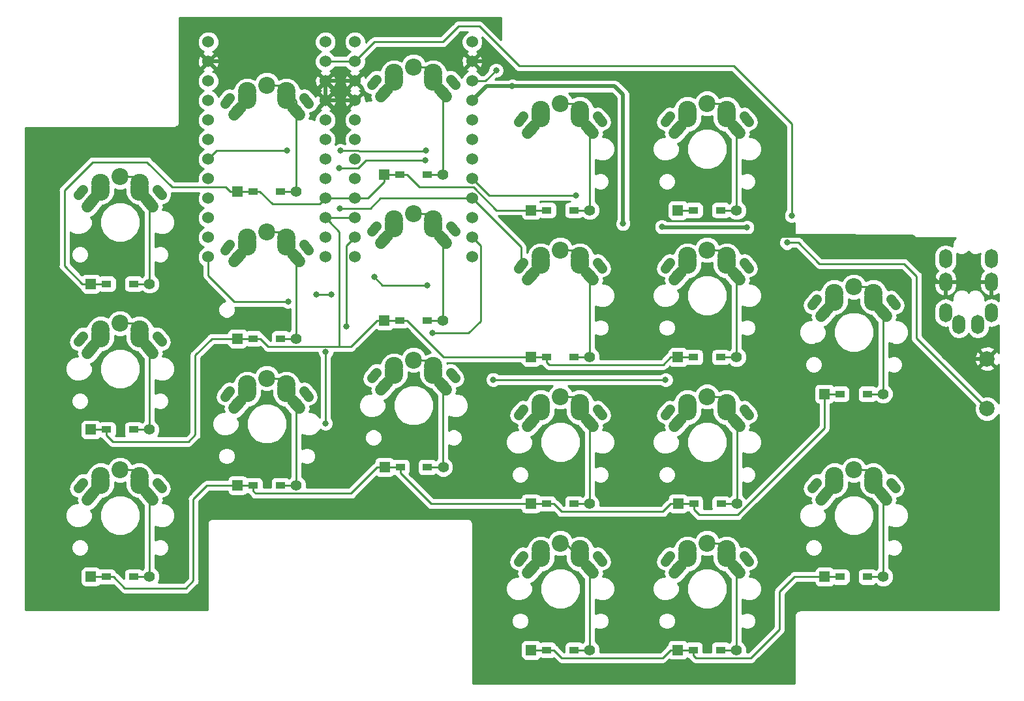
<source format=gbr>
G04 #@! TF.GenerationSoftware,KiCad,Pcbnew,(5.0.0)*
G04 #@! TF.CreationDate,2019-03-05T23:50:30+08:00*
G04 #@! TF.ProjectId,Shinonome,5368696E6F6E6F6D652E6B696361645F,rev?*
G04 #@! TF.SameCoordinates,Original*
G04 #@! TF.FileFunction,Copper,L2,Bot,Signal*
G04 #@! TF.FilePolarity,Positive*
%FSLAX46Y46*%
G04 Gerber Fmt 4.6, Leading zero omitted, Abs format (unit mm)*
G04 Created by KiCad (PCBNEW (5.0.0)) date 03/05/19 23:50:30*
%MOMM*%
%LPD*%
G01*
G04 APERTURE LIST*
G04 #@! TA.AperFunction,ComponentPad*
%ADD10C,1.524000*%
G04 #@! TD*
G04 #@! TA.AperFunction,ComponentPad*
%ADD11C,1.250000*%
G04 #@! TD*
G04 #@! TA.AperFunction,Conductor*
%ADD12C,1.250000*%
G04 #@! TD*
G04 #@! TA.AperFunction,ComponentPad*
%ADD13C,2.200000*%
G04 #@! TD*
G04 #@! TA.AperFunction,ComponentPad*
%ADD14C,2.400000*%
G04 #@! TD*
G04 #@! TA.AperFunction,ComponentPad*
%ADD15C,1.550000*%
G04 #@! TD*
G04 #@! TA.AperFunction,Conductor*
%ADD16C,1.550000*%
G04 #@! TD*
G04 #@! TA.AperFunction,SMDPad,CuDef*
%ADD17R,1.300000X0.950000*%
G04 #@! TD*
G04 #@! TA.AperFunction,ComponentPad*
%ADD18R,1.397000X1.397000*%
G04 #@! TD*
G04 #@! TA.AperFunction,ComponentPad*
%ADD19C,1.397000*%
G04 #@! TD*
G04 #@! TA.AperFunction,ComponentPad*
%ADD20O,1.700000X2.500000*%
G04 #@! TD*
G04 #@! TA.AperFunction,ComponentPad*
%ADD21C,2.000000*%
G04 #@! TD*
G04 #@! TA.AperFunction,ViaPad*
%ADD22C,0.800000*%
G04 #@! TD*
G04 #@! TA.AperFunction,Conductor*
%ADD23C,0.250000*%
G04 #@! TD*
G04 #@! TA.AperFunction,Conductor*
%ADD24C,0.500000*%
G04 #@! TD*
G04 #@! TA.AperFunction,Conductor*
%ADD25C,0.254000*%
G04 #@! TD*
G04 APERTURE END LIST*
D10*
G04 #@! TO.P,U1,24*
G04 #@! TO.N,Net-(U1-Pad24)*
X148463600Y-72422000D03*
G04 #@! TO.P,U1,23*
G04 #@! TO.N,GND*
X148463600Y-74962000D03*
G04 #@! TO.P,U1,22*
G04 #@! TO.N,reset*
X148463600Y-77502000D03*
G04 #@! TO.P,U1,21*
G04 #@! TO.N,VCC*
X148463600Y-80042000D03*
G04 #@! TO.P,U1,20*
G04 #@! TO.N,Net-(U1-Pad20)*
X148463600Y-82582000D03*
G04 #@! TO.P,U1,19*
G04 #@! TO.N,Net-(U1-Pad19)*
X148463600Y-85122000D03*
G04 #@! TO.P,U1,18*
G04 #@! TO.N,col5*
X148463600Y-87662000D03*
G04 #@! TO.P,U1,17*
G04 #@! TO.N,col4*
X148463600Y-90202000D03*
G04 #@! TO.P,U1,16*
G04 #@! TO.N,col3*
X148463600Y-92742000D03*
G04 #@! TO.P,U1,15*
G04 #@! TO.N,col2*
X148463600Y-95282000D03*
G04 #@! TO.P,U1,14*
G04 #@! TO.N,col1*
X148463600Y-97822000D03*
G04 #@! TO.P,U1,13*
G04 #@! TO.N,col0*
X148463600Y-100362000D03*
G04 #@! TO.P,U1,12*
G04 #@! TO.N,row3*
X133243600Y-100362000D03*
G04 #@! TO.P,U1,11*
G04 #@! TO.N,row2*
X133243600Y-97822000D03*
G04 #@! TO.P,U1,10*
G04 #@! TO.N,row1*
X133243600Y-95282000D03*
G04 #@! TO.P,U1,9*
G04 #@! TO.N,row0*
X133243600Y-92742000D03*
G04 #@! TO.P,U1,8*
G04 #@! TO.N,Net-(U1-Pad8)*
X133243600Y-90202000D03*
G04 #@! TO.P,U1,7*
G04 #@! TO.N,Net-(U1-Pad7)*
X133243600Y-87662000D03*
G04 #@! TO.P,U1,6*
G04 #@! TO.N,Net-(U1-Pad6)*
X133243600Y-85122000D03*
G04 #@! TO.P,U1,5*
G04 #@! TO.N,Net-(U1-Pad5)*
X133243600Y-82582000D03*
G04 #@! TO.P,U1,4*
G04 #@! TO.N,GND*
X133243600Y-80042000D03*
G04 #@! TO.P,U1,3*
X133243600Y-77502000D03*
G04 #@! TO.P,U1,2*
G04 #@! TO.N,data*
X133243600Y-74962000D03*
G04 #@! TO.P,U1,1*
G04 #@! TO.N,Net-(U1-Pad1)*
X133243600Y-72422000D03*
G04 #@! TD*
G04 #@! TO.P,U2,24*
G04 #@! TO.N,Net-(U2-Pad24)*
X114206400Y-72442000D03*
G04 #@! TO.P,U2,23*
G04 #@! TO.N,GND*
X114206400Y-74982000D03*
G04 #@! TO.P,U2,22*
G04 #@! TO.N,reset*
X114206400Y-77522000D03*
G04 #@! TO.P,U2,21*
G04 #@! TO.N,VCC*
X114206400Y-80062000D03*
G04 #@! TO.P,U2,20*
G04 #@! TO.N,Net-(U2-Pad20)*
X114206400Y-82602000D03*
G04 #@! TO.P,U2,19*
G04 #@! TO.N,Net-(U2-Pad19)*
X114206400Y-85142000D03*
G04 #@! TO.P,U2,18*
G04 #@! TO.N,col5*
X114206400Y-87682000D03*
G04 #@! TO.P,U2,17*
G04 #@! TO.N,col4*
X114206400Y-90222000D03*
G04 #@! TO.P,U2,16*
G04 #@! TO.N,col3*
X114206400Y-92762000D03*
G04 #@! TO.P,U2,15*
G04 #@! TO.N,col2*
X114206400Y-95302000D03*
G04 #@! TO.P,U2,14*
G04 #@! TO.N,col1*
X114206400Y-97842000D03*
G04 #@! TO.P,U2,13*
G04 #@! TO.N,col0*
X114206400Y-100382000D03*
G04 #@! TO.P,U2,12*
G04 #@! TO.N,row3*
X129426400Y-100382000D03*
G04 #@! TO.P,U2,11*
G04 #@! TO.N,row2*
X129426400Y-97842000D03*
G04 #@! TO.P,U2,10*
G04 #@! TO.N,row1*
X129426400Y-95302000D03*
G04 #@! TO.P,U2,9*
G04 #@! TO.N,row0*
X129426400Y-92762000D03*
G04 #@! TO.P,U2,8*
G04 #@! TO.N,Net-(U2-Pad8)*
X129426400Y-90222000D03*
G04 #@! TO.P,U2,7*
G04 #@! TO.N,Net-(U2-Pad7)*
X129426400Y-87682000D03*
G04 #@! TO.P,U2,6*
G04 #@! TO.N,Net-(U2-Pad6)*
X129426400Y-85142000D03*
G04 #@! TO.P,U2,5*
G04 #@! TO.N,Net-(U2-Pad5)*
X129426400Y-82602000D03*
G04 #@! TO.P,U2,4*
G04 #@! TO.N,GND*
X129426400Y-80062000D03*
G04 #@! TO.P,U2,3*
X129426400Y-77522000D03*
G04 #@! TO.P,U2,2*
G04 #@! TO.N,data*
X129426400Y-74982000D03*
G04 #@! TO.P,U2,1*
G04 #@! TO.N,Net-(U2-Pad1)*
X129426400Y-72442000D03*
G04 #@! TD*
D11*
G04 #@! TO.P,SW1,1*
G04 #@! TO.N,col0*
X107860000Y-91960000D03*
D12*
G04 #@! TD*
G04 #@! TO.N,col0*
G04 #@! TO.C,SW1*
X107554676Y-91596129D02*
X108165324Y-92323871D01*
D11*
G04 #@! TO.P,SW1,1*
G04 #@! TO.N,col0*
X97660000Y-91960000D03*
D12*
G04 #@! TD*
G04 #@! TO.N,col0*
G04 #@! TO.C,SW1*
X97354676Y-92323871D02*
X97965324Y-91596129D01*
D13*
G04 #@! TO.P,SW1,2*
G04 #@! TO.N,Net-(D1-Pad2)*
X102760000Y-89960000D03*
D14*
X105300000Y-90780000D03*
D15*
G04 #@! TO.P,SW1,1*
G04 #@! TO.N,col0*
X98950000Y-93320000D03*
D16*
G04 #@! TD*
G04 #@! TO.N,col0*
G04 #@! TO.C,SW1*
X98548258Y-93798778D02*
X99351742Y-92841222D01*
D14*
G04 #@! TO.P,SW1,1*
G04 #@! TO.N,col0*
X100220000Y-90780000D03*
D15*
G04 #@! TO.P,SW1,2*
G04 #@! TO.N,Net-(D1-Pad2)*
X106570000Y-93320000D03*
D16*
G04 #@! TD*
G04 #@! TO.N,Net-(D1-Pad2)*
G04 #@! TO.C,SW1*
X106168258Y-92841222D02*
X106971742Y-93798778D01*
D14*
G04 #@! TO.P,SW1,2*
G04 #@! TO.N,Net-(D1-Pad2)*
X105300000Y-91360000D03*
X105300000Y-91860000D03*
G04 #@! TO.P,SW1,1*
G04 #@! TO.N,col0*
X100220000Y-91860000D03*
X100220000Y-91360000D03*
G04 #@! TD*
G04 #@! TO.P,SW2,1*
G04 #@! TO.N,col0*
X100220000Y-110410000D03*
X100220000Y-110910000D03*
G04 #@! TO.P,SW2,2*
G04 #@! TO.N,Net-(D2-Pad2)*
X105300000Y-110910000D03*
X105300000Y-110410000D03*
D15*
X106570000Y-112370000D03*
D16*
G04 #@! TD*
G04 #@! TO.N,Net-(D2-Pad2)*
G04 #@! TO.C,SW2*
X106168258Y-111891222D02*
X106971742Y-112848778D01*
D14*
G04 #@! TO.P,SW2,1*
G04 #@! TO.N,col0*
X100220000Y-109830000D03*
D15*
X98950000Y-112370000D03*
D16*
G04 #@! TD*
G04 #@! TO.N,col0*
G04 #@! TO.C,SW2*
X98548258Y-112848778D02*
X99351742Y-111891222D01*
D14*
G04 #@! TO.P,SW2,2*
G04 #@! TO.N,Net-(D2-Pad2)*
X105300000Y-109830000D03*
D13*
X102760000Y-109010000D03*
D11*
G04 #@! TO.P,SW2,1*
G04 #@! TO.N,col0*
X97660000Y-111010000D03*
D12*
G04 #@! TD*
G04 #@! TO.N,col0*
G04 #@! TO.C,SW2*
X97354676Y-111373871D02*
X97965324Y-110646129D01*
D11*
G04 #@! TO.P,SW2,1*
G04 #@! TO.N,col0*
X107860000Y-111010000D03*
D12*
G04 #@! TD*
G04 #@! TO.N,col0*
G04 #@! TO.C,SW2*
X107554676Y-110646129D02*
X108165324Y-111373871D01*
D11*
G04 #@! TO.P,SW19,1*
G04 #@! TO.N,col5*
X203110000Y-130060000D03*
D12*
G04 #@! TD*
G04 #@! TO.N,col5*
G04 #@! TO.C,SW19*
X202804676Y-129696129D02*
X203415324Y-130423871D01*
D11*
G04 #@! TO.P,SW19,1*
G04 #@! TO.N,col5*
X192910000Y-130060000D03*
D12*
G04 #@! TD*
G04 #@! TO.N,col5*
G04 #@! TO.C,SW19*
X192604676Y-130423871D02*
X193215324Y-129696129D01*
D13*
G04 #@! TO.P,SW19,2*
G04 #@! TO.N,Net-(D19-Pad2)*
X198010000Y-128060000D03*
D14*
X200550000Y-128880000D03*
D15*
G04 #@! TO.P,SW19,1*
G04 #@! TO.N,col5*
X194200000Y-131420000D03*
D16*
G04 #@! TD*
G04 #@! TO.N,col5*
G04 #@! TO.C,SW19*
X193798258Y-131898778D02*
X194601742Y-130941222D01*
D14*
G04 #@! TO.P,SW19,1*
G04 #@! TO.N,col5*
X195470000Y-128880000D03*
D15*
G04 #@! TO.P,SW19,2*
G04 #@! TO.N,Net-(D19-Pad2)*
X201820000Y-131420000D03*
D16*
G04 #@! TD*
G04 #@! TO.N,Net-(D19-Pad2)*
G04 #@! TO.C,SW19*
X201418258Y-130941222D02*
X202221742Y-131898778D01*
D14*
G04 #@! TO.P,SW19,2*
G04 #@! TO.N,Net-(D19-Pad2)*
X200550000Y-129460000D03*
X200550000Y-129960000D03*
G04 #@! TO.P,SW19,1*
G04 #@! TO.N,col5*
X195470000Y-129960000D03*
X195470000Y-129460000D03*
G04 #@! TD*
G04 #@! TO.P,SW18,1*
G04 #@! TO.N,col5*
X195470000Y-105650000D03*
X195470000Y-106150000D03*
G04 #@! TO.P,SW18,2*
G04 #@! TO.N,Net-(D18-Pad2)*
X200550000Y-106150000D03*
X200550000Y-105650000D03*
D15*
X201820000Y-107610000D03*
D16*
G04 #@! TD*
G04 #@! TO.N,Net-(D18-Pad2)*
G04 #@! TO.C,SW18*
X201418258Y-107131222D02*
X202221742Y-108088778D01*
D14*
G04 #@! TO.P,SW18,1*
G04 #@! TO.N,col5*
X195470000Y-105070000D03*
D15*
X194200000Y-107610000D03*
D16*
G04 #@! TD*
G04 #@! TO.N,col5*
G04 #@! TO.C,SW18*
X193798258Y-108088778D02*
X194601742Y-107131222D01*
D14*
G04 #@! TO.P,SW18,2*
G04 #@! TO.N,Net-(D18-Pad2)*
X200550000Y-105070000D03*
D13*
X198010000Y-104250000D03*
D11*
G04 #@! TO.P,SW18,1*
G04 #@! TO.N,col5*
X192910000Y-106250000D03*
D12*
G04 #@! TD*
G04 #@! TO.N,col5*
G04 #@! TO.C,SW18*
X192604676Y-106613871D02*
X193215324Y-105886129D01*
D11*
G04 #@! TO.P,SW18,1*
G04 #@! TO.N,col5*
X203110000Y-106250000D03*
D12*
G04 #@! TD*
G04 #@! TO.N,col5*
G04 #@! TO.C,SW18*
X202804676Y-105886129D02*
X203415324Y-106613871D01*
D11*
G04 #@! TO.P,SW17,1*
G04 #@! TO.N,col4*
X184060000Y-139580000D03*
D12*
G04 #@! TD*
G04 #@! TO.N,col4*
G04 #@! TO.C,SW17*
X183754676Y-139216129D02*
X184365324Y-139943871D01*
D11*
G04 #@! TO.P,SW17,1*
G04 #@! TO.N,col4*
X173860000Y-139580000D03*
D12*
G04 #@! TD*
G04 #@! TO.N,col4*
G04 #@! TO.C,SW17*
X173554676Y-139943871D02*
X174165324Y-139216129D01*
D13*
G04 #@! TO.P,SW17,2*
G04 #@! TO.N,Net-(D17-Pad2)*
X178960000Y-137580000D03*
D14*
X181500000Y-138400000D03*
D15*
G04 #@! TO.P,SW17,1*
G04 #@! TO.N,col4*
X175150000Y-140940000D03*
D16*
G04 #@! TD*
G04 #@! TO.N,col4*
G04 #@! TO.C,SW17*
X174748258Y-141418778D02*
X175551742Y-140461222D01*
D14*
G04 #@! TO.P,SW17,1*
G04 #@! TO.N,col4*
X176420000Y-138400000D03*
D15*
G04 #@! TO.P,SW17,2*
G04 #@! TO.N,Net-(D17-Pad2)*
X182770000Y-140940000D03*
D16*
G04 #@! TD*
G04 #@! TO.N,Net-(D17-Pad2)*
G04 #@! TO.C,SW17*
X182368258Y-140461222D02*
X183171742Y-141418778D01*
D14*
G04 #@! TO.P,SW17,2*
G04 #@! TO.N,Net-(D17-Pad2)*
X181500000Y-138980000D03*
X181500000Y-139480000D03*
G04 #@! TO.P,SW17,1*
G04 #@! TO.N,col4*
X176420000Y-139480000D03*
X176420000Y-138980000D03*
G04 #@! TD*
G04 #@! TO.P,SW16,1*
G04 #@! TO.N,col4*
X176420000Y-119940000D03*
X176420000Y-120440000D03*
G04 #@! TO.P,SW16,2*
G04 #@! TO.N,Net-(D16-Pad2)*
X181500000Y-120440000D03*
X181500000Y-119940000D03*
D15*
X182770000Y-121900000D03*
D16*
G04 #@! TD*
G04 #@! TO.N,Net-(D16-Pad2)*
G04 #@! TO.C,SW16*
X182368258Y-121421222D02*
X183171742Y-122378778D01*
D14*
G04 #@! TO.P,SW16,1*
G04 #@! TO.N,col4*
X176420000Y-119360000D03*
D15*
X175150000Y-121900000D03*
D16*
G04 #@! TD*
G04 #@! TO.N,col4*
G04 #@! TO.C,SW16*
X174748258Y-122378778D02*
X175551742Y-121421222D01*
D14*
G04 #@! TO.P,SW16,2*
G04 #@! TO.N,Net-(D16-Pad2)*
X181500000Y-119360000D03*
D13*
X178960000Y-118540000D03*
D11*
G04 #@! TO.P,SW16,1*
G04 #@! TO.N,col4*
X173860000Y-120540000D03*
D12*
G04 #@! TD*
G04 #@! TO.N,col4*
G04 #@! TO.C,SW16*
X173554676Y-120903871D02*
X174165324Y-120176129D01*
D11*
G04 #@! TO.P,SW16,1*
G04 #@! TO.N,col4*
X184060000Y-120540000D03*
D12*
G04 #@! TD*
G04 #@! TO.N,col4*
G04 #@! TO.C,SW16*
X183754676Y-120176129D02*
X184365324Y-120903871D01*
D11*
G04 #@! TO.P,SW15,1*
G04 #@! TO.N,col4*
X184060000Y-101480000D03*
D12*
G04 #@! TD*
G04 #@! TO.N,col4*
G04 #@! TO.C,SW15*
X183754676Y-101116129D02*
X184365324Y-101843871D01*
D11*
G04 #@! TO.P,SW15,1*
G04 #@! TO.N,col4*
X173860000Y-101480000D03*
D12*
G04 #@! TD*
G04 #@! TO.N,col4*
G04 #@! TO.C,SW15*
X173554676Y-101843871D02*
X174165324Y-101116129D01*
D13*
G04 #@! TO.P,SW15,2*
G04 #@! TO.N,Net-(D15-Pad2)*
X178960000Y-99480000D03*
D14*
X181500000Y-100300000D03*
D15*
G04 #@! TO.P,SW15,1*
G04 #@! TO.N,col4*
X175150000Y-102840000D03*
D16*
G04 #@! TD*
G04 #@! TO.N,col4*
G04 #@! TO.C,SW15*
X174748258Y-103318778D02*
X175551742Y-102361222D01*
D14*
G04 #@! TO.P,SW15,1*
G04 #@! TO.N,col4*
X176420000Y-100300000D03*
D15*
G04 #@! TO.P,SW15,2*
G04 #@! TO.N,Net-(D15-Pad2)*
X182770000Y-102840000D03*
D16*
G04 #@! TD*
G04 #@! TO.N,Net-(D15-Pad2)*
G04 #@! TO.C,SW15*
X182368258Y-102361222D02*
X183171742Y-103318778D01*
D14*
G04 #@! TO.P,SW15,2*
G04 #@! TO.N,Net-(D15-Pad2)*
X181500000Y-100880000D03*
X181500000Y-101380000D03*
G04 #@! TO.P,SW15,1*
G04 #@! TO.N,col4*
X176420000Y-101380000D03*
X176420000Y-100880000D03*
G04 #@! TD*
G04 #@! TO.P,SW14,1*
G04 #@! TO.N,col4*
X176420000Y-81840000D03*
X176420000Y-82340000D03*
G04 #@! TO.P,SW14,2*
G04 #@! TO.N,Net-(D14-Pad2)*
X181500000Y-82340000D03*
X181500000Y-81840000D03*
D15*
X182770000Y-83800000D03*
D16*
G04 #@! TD*
G04 #@! TO.N,Net-(D14-Pad2)*
G04 #@! TO.C,SW14*
X182368258Y-83321222D02*
X183171742Y-84278778D01*
D14*
G04 #@! TO.P,SW14,1*
G04 #@! TO.N,col4*
X176420000Y-81260000D03*
D15*
X175150000Y-83800000D03*
D16*
G04 #@! TD*
G04 #@! TO.N,col4*
G04 #@! TO.C,SW14*
X174748258Y-84278778D02*
X175551742Y-83321222D01*
D14*
G04 #@! TO.P,SW14,2*
G04 #@! TO.N,Net-(D14-Pad2)*
X181500000Y-81260000D03*
D13*
X178960000Y-80440000D03*
D11*
G04 #@! TO.P,SW14,1*
G04 #@! TO.N,col4*
X173860000Y-82440000D03*
D12*
G04 #@! TD*
G04 #@! TO.N,col4*
G04 #@! TO.C,SW14*
X173554676Y-82803871D02*
X174165324Y-82076129D01*
D11*
G04 #@! TO.P,SW14,1*
G04 #@! TO.N,col4*
X184060000Y-82440000D03*
D12*
G04 #@! TD*
G04 #@! TO.N,col4*
G04 #@! TO.C,SW14*
X183754676Y-82076129D02*
X184365324Y-82803871D01*
D11*
G04 #@! TO.P,SW13,1*
G04 #@! TO.N,col3*
X165010000Y-139580000D03*
D12*
G04 #@! TD*
G04 #@! TO.N,col3*
G04 #@! TO.C,SW13*
X164704676Y-139216129D02*
X165315324Y-139943871D01*
D11*
G04 #@! TO.P,SW13,1*
G04 #@! TO.N,col3*
X154810000Y-139580000D03*
D12*
G04 #@! TD*
G04 #@! TO.N,col3*
G04 #@! TO.C,SW13*
X154504676Y-139943871D02*
X155115324Y-139216129D01*
D13*
G04 #@! TO.P,SW13,2*
G04 #@! TO.N,Net-(D13-Pad2)*
X159910000Y-137580000D03*
D14*
X162450000Y-138400000D03*
D15*
G04 #@! TO.P,SW13,1*
G04 #@! TO.N,col3*
X156100000Y-140940000D03*
D16*
G04 #@! TD*
G04 #@! TO.N,col3*
G04 #@! TO.C,SW13*
X155698258Y-141418778D02*
X156501742Y-140461222D01*
D14*
G04 #@! TO.P,SW13,1*
G04 #@! TO.N,col3*
X157370000Y-138400000D03*
D15*
G04 #@! TO.P,SW13,2*
G04 #@! TO.N,Net-(D13-Pad2)*
X163720000Y-140940000D03*
D16*
G04 #@! TD*
G04 #@! TO.N,Net-(D13-Pad2)*
G04 #@! TO.C,SW13*
X163318258Y-140461222D02*
X164121742Y-141418778D01*
D14*
G04 #@! TO.P,SW13,2*
G04 #@! TO.N,Net-(D13-Pad2)*
X162450000Y-138980000D03*
X162450000Y-139480000D03*
G04 #@! TO.P,SW13,1*
G04 #@! TO.N,col3*
X157370000Y-139480000D03*
X157370000Y-138980000D03*
G04 #@! TD*
G04 #@! TO.P,SW12,1*
G04 #@! TO.N,col3*
X157370000Y-119940000D03*
X157370000Y-120440000D03*
G04 #@! TO.P,SW12,2*
G04 #@! TO.N,Net-(D12-Pad2)*
X162450000Y-120440000D03*
X162450000Y-119940000D03*
D15*
X163720000Y-121900000D03*
D16*
G04 #@! TD*
G04 #@! TO.N,Net-(D12-Pad2)*
G04 #@! TO.C,SW12*
X163318258Y-121421222D02*
X164121742Y-122378778D01*
D14*
G04 #@! TO.P,SW12,1*
G04 #@! TO.N,col3*
X157370000Y-119360000D03*
D15*
X156100000Y-121900000D03*
D16*
G04 #@! TD*
G04 #@! TO.N,col3*
G04 #@! TO.C,SW12*
X155698258Y-122378778D02*
X156501742Y-121421222D01*
D14*
G04 #@! TO.P,SW12,2*
G04 #@! TO.N,Net-(D12-Pad2)*
X162450000Y-119360000D03*
D13*
X159910000Y-118540000D03*
D11*
G04 #@! TO.P,SW12,1*
G04 #@! TO.N,col3*
X154810000Y-120540000D03*
D12*
G04 #@! TD*
G04 #@! TO.N,col3*
G04 #@! TO.C,SW12*
X154504676Y-120903871D02*
X155115324Y-120176129D01*
D11*
G04 #@! TO.P,SW12,1*
G04 #@! TO.N,col3*
X165010000Y-120540000D03*
D12*
G04 #@! TD*
G04 #@! TO.N,col3*
G04 #@! TO.C,SW12*
X164704676Y-120176129D02*
X165315324Y-120903871D01*
D11*
G04 #@! TO.P,SW11,1*
G04 #@! TO.N,col3*
X165010000Y-101480000D03*
D12*
G04 #@! TD*
G04 #@! TO.N,col3*
G04 #@! TO.C,SW11*
X164704676Y-101116129D02*
X165315324Y-101843871D01*
D11*
G04 #@! TO.P,SW11,1*
G04 #@! TO.N,col3*
X154810000Y-101480000D03*
D12*
G04 #@! TD*
G04 #@! TO.N,col3*
G04 #@! TO.C,SW11*
X154504676Y-101843871D02*
X155115324Y-101116129D01*
D13*
G04 #@! TO.P,SW11,2*
G04 #@! TO.N,Net-(D11-Pad2)*
X159910000Y-99480000D03*
D14*
X162450000Y-100300000D03*
D15*
G04 #@! TO.P,SW11,1*
G04 #@! TO.N,col3*
X156100000Y-102840000D03*
D16*
G04 #@! TD*
G04 #@! TO.N,col3*
G04 #@! TO.C,SW11*
X155698258Y-103318778D02*
X156501742Y-102361222D01*
D14*
G04 #@! TO.P,SW11,1*
G04 #@! TO.N,col3*
X157370000Y-100300000D03*
D15*
G04 #@! TO.P,SW11,2*
G04 #@! TO.N,Net-(D11-Pad2)*
X163720000Y-102840000D03*
D16*
G04 #@! TD*
G04 #@! TO.N,Net-(D11-Pad2)*
G04 #@! TO.C,SW11*
X163318258Y-102361222D02*
X164121742Y-103318778D01*
D14*
G04 #@! TO.P,SW11,2*
G04 #@! TO.N,Net-(D11-Pad2)*
X162450000Y-100880000D03*
X162450000Y-101380000D03*
G04 #@! TO.P,SW11,1*
G04 #@! TO.N,col3*
X157370000Y-101380000D03*
X157370000Y-100880000D03*
G04 #@! TD*
G04 #@! TO.P,SW10,1*
G04 #@! TO.N,col3*
X157370000Y-81840000D03*
X157370000Y-82340000D03*
G04 #@! TO.P,SW10,2*
G04 #@! TO.N,Net-(D10-Pad2)*
X162450000Y-82340000D03*
X162450000Y-81840000D03*
D15*
X163720000Y-83800000D03*
D16*
G04 #@! TD*
G04 #@! TO.N,Net-(D10-Pad2)*
G04 #@! TO.C,SW10*
X163318258Y-83321222D02*
X164121742Y-84278778D01*
D14*
G04 #@! TO.P,SW10,1*
G04 #@! TO.N,col3*
X157370000Y-81260000D03*
D15*
X156100000Y-83800000D03*
D16*
G04 #@! TD*
G04 #@! TO.N,col3*
G04 #@! TO.C,SW10*
X155698258Y-84278778D02*
X156501742Y-83321222D01*
D14*
G04 #@! TO.P,SW10,2*
G04 #@! TO.N,Net-(D10-Pad2)*
X162450000Y-81260000D03*
D13*
X159910000Y-80440000D03*
D11*
G04 #@! TO.P,SW10,1*
G04 #@! TO.N,col3*
X154810000Y-82440000D03*
D12*
G04 #@! TD*
G04 #@! TO.N,col3*
G04 #@! TO.C,SW10*
X154504676Y-82803871D02*
X155115324Y-82076129D01*
D11*
G04 #@! TO.P,SW10,1*
G04 #@! TO.N,col3*
X165010000Y-82440000D03*
D12*
G04 #@! TD*
G04 #@! TO.N,col3*
G04 #@! TO.C,SW10*
X164704676Y-82076129D02*
X165315324Y-82803871D01*
D11*
G04 #@! TO.P,SW9,1*
G04 #@! TO.N,col2*
X145960000Y-115770000D03*
D12*
G04 #@! TD*
G04 #@! TO.N,col2*
G04 #@! TO.C,SW9*
X145654676Y-115406129D02*
X146265324Y-116133871D01*
D11*
G04 #@! TO.P,SW9,1*
G04 #@! TO.N,col2*
X135760000Y-115770000D03*
D12*
G04 #@! TD*
G04 #@! TO.N,col2*
G04 #@! TO.C,SW9*
X135454676Y-116133871D02*
X136065324Y-115406129D01*
D13*
G04 #@! TO.P,SW9,2*
G04 #@! TO.N,Net-(D9-Pad2)*
X140860000Y-113770000D03*
D14*
X143400000Y-114590000D03*
D15*
G04 #@! TO.P,SW9,1*
G04 #@! TO.N,col2*
X137050000Y-117130000D03*
D16*
G04 #@! TD*
G04 #@! TO.N,col2*
G04 #@! TO.C,SW9*
X136648258Y-117608778D02*
X137451742Y-116651222D01*
D14*
G04 #@! TO.P,SW9,1*
G04 #@! TO.N,col2*
X138320000Y-114590000D03*
D15*
G04 #@! TO.P,SW9,2*
G04 #@! TO.N,Net-(D9-Pad2)*
X144670000Y-117130000D03*
D16*
G04 #@! TD*
G04 #@! TO.N,Net-(D9-Pad2)*
G04 #@! TO.C,SW9*
X144268258Y-116651222D02*
X145071742Y-117608778D01*
D14*
G04 #@! TO.P,SW9,2*
G04 #@! TO.N,Net-(D9-Pad2)*
X143400000Y-115170000D03*
X143400000Y-115670000D03*
G04 #@! TO.P,SW9,1*
G04 #@! TO.N,col2*
X138320000Y-115670000D03*
X138320000Y-115170000D03*
G04 #@! TD*
G04 #@! TO.P,SW8,1*
G04 #@! TO.N,col2*
X138320000Y-96120000D03*
X138320000Y-96620000D03*
G04 #@! TO.P,SW8,2*
G04 #@! TO.N,Net-(D8-Pad2)*
X143400000Y-96620000D03*
X143400000Y-96120000D03*
D15*
X144670000Y-98080000D03*
D16*
G04 #@! TD*
G04 #@! TO.N,Net-(D8-Pad2)*
G04 #@! TO.C,SW8*
X144268258Y-97601222D02*
X145071742Y-98558778D01*
D14*
G04 #@! TO.P,SW8,1*
G04 #@! TO.N,col2*
X138320000Y-95540000D03*
D15*
X137050000Y-98080000D03*
D16*
G04 #@! TD*
G04 #@! TO.N,col2*
G04 #@! TO.C,SW8*
X136648258Y-98558778D02*
X137451742Y-97601222D01*
D14*
G04 #@! TO.P,SW8,2*
G04 #@! TO.N,Net-(D8-Pad2)*
X143400000Y-95540000D03*
D13*
X140860000Y-94720000D03*
D11*
G04 #@! TO.P,SW8,1*
G04 #@! TO.N,col2*
X135760000Y-96720000D03*
D12*
G04 #@! TD*
G04 #@! TO.N,col2*
G04 #@! TO.C,SW8*
X135454676Y-97083871D02*
X136065324Y-96356129D01*
D11*
G04 #@! TO.P,SW8,1*
G04 #@! TO.N,col2*
X145960000Y-96720000D03*
D12*
G04 #@! TD*
G04 #@! TO.N,col2*
G04 #@! TO.C,SW8*
X145654676Y-96356129D02*
X146265324Y-97083871D01*
D11*
G04 #@! TO.P,SW7,1*
G04 #@! TO.N,col2*
X145960000Y-77670000D03*
D12*
G04 #@! TD*
G04 #@! TO.N,col2*
G04 #@! TO.C,SW7*
X145654676Y-77306129D02*
X146265324Y-78033871D01*
D11*
G04 #@! TO.P,SW7,1*
G04 #@! TO.N,col2*
X135760000Y-77670000D03*
D12*
G04 #@! TD*
G04 #@! TO.N,col2*
G04 #@! TO.C,SW7*
X135454676Y-78033871D02*
X136065324Y-77306129D01*
D13*
G04 #@! TO.P,SW7,2*
G04 #@! TO.N,Net-(D7-Pad2)*
X140860000Y-75670000D03*
D14*
X143400000Y-76490000D03*
D15*
G04 #@! TO.P,SW7,1*
G04 #@! TO.N,col2*
X137050000Y-79030000D03*
D16*
G04 #@! TD*
G04 #@! TO.N,col2*
G04 #@! TO.C,SW7*
X136648258Y-79508778D02*
X137451742Y-78551222D01*
D14*
G04 #@! TO.P,SW7,1*
G04 #@! TO.N,col2*
X138320000Y-76490000D03*
D15*
G04 #@! TO.P,SW7,2*
G04 #@! TO.N,Net-(D7-Pad2)*
X144670000Y-79030000D03*
D16*
G04 #@! TD*
G04 #@! TO.N,Net-(D7-Pad2)*
G04 #@! TO.C,SW7*
X144268258Y-78551222D02*
X145071742Y-79508778D01*
D14*
G04 #@! TO.P,SW7,2*
G04 #@! TO.N,Net-(D7-Pad2)*
X143400000Y-77070000D03*
X143400000Y-77570000D03*
G04 #@! TO.P,SW7,1*
G04 #@! TO.N,col2*
X138320000Y-77570000D03*
X138320000Y-77070000D03*
G04 #@! TD*
G04 #@! TO.P,SW6,1*
G04 #@! TO.N,col1*
X119270000Y-117550000D03*
X119270000Y-118050000D03*
G04 #@! TO.P,SW6,2*
G04 #@! TO.N,Net-(D6-Pad2)*
X124350000Y-118050000D03*
X124350000Y-117550000D03*
D15*
X125620000Y-119510000D03*
D16*
G04 #@! TD*
G04 #@! TO.N,Net-(D6-Pad2)*
G04 #@! TO.C,SW6*
X125218258Y-119031222D02*
X126021742Y-119988778D01*
D14*
G04 #@! TO.P,SW6,1*
G04 #@! TO.N,col1*
X119270000Y-116970000D03*
D15*
X118000000Y-119510000D03*
D16*
G04 #@! TD*
G04 #@! TO.N,col1*
G04 #@! TO.C,SW6*
X117598258Y-119988778D02*
X118401742Y-119031222D01*
D14*
G04 #@! TO.P,SW6,2*
G04 #@! TO.N,Net-(D6-Pad2)*
X124350000Y-116970000D03*
D13*
X121810000Y-116150000D03*
D11*
G04 #@! TO.P,SW6,1*
G04 #@! TO.N,col1*
X116710000Y-118150000D03*
D12*
G04 #@! TD*
G04 #@! TO.N,col1*
G04 #@! TO.C,SW6*
X116404676Y-118513871D02*
X117015324Y-117786129D01*
D11*
G04 #@! TO.P,SW6,1*
G04 #@! TO.N,col1*
X126910000Y-118150000D03*
D12*
G04 #@! TD*
G04 #@! TO.N,col1*
G04 #@! TO.C,SW6*
X126604676Y-117786129D02*
X127215324Y-118513871D01*
D11*
G04 #@! TO.P,SW5,1*
G04 #@! TO.N,col1*
X126910000Y-99110000D03*
D12*
G04 #@! TD*
G04 #@! TO.N,col1*
G04 #@! TO.C,SW5*
X126604676Y-98746129D02*
X127215324Y-99473871D01*
D11*
G04 #@! TO.P,SW5,1*
G04 #@! TO.N,col1*
X116710000Y-99110000D03*
D12*
G04 #@! TD*
G04 #@! TO.N,col1*
G04 #@! TO.C,SW5*
X116404676Y-99473871D02*
X117015324Y-98746129D01*
D13*
G04 #@! TO.P,SW5,2*
G04 #@! TO.N,Net-(D5-Pad2)*
X121810000Y-97110000D03*
D14*
X124350000Y-97930000D03*
D15*
G04 #@! TO.P,SW5,1*
G04 #@! TO.N,col1*
X118000000Y-100470000D03*
D16*
G04 #@! TD*
G04 #@! TO.N,col1*
G04 #@! TO.C,SW5*
X117598258Y-100948778D02*
X118401742Y-99991222D01*
D14*
G04 #@! TO.P,SW5,1*
G04 #@! TO.N,col1*
X119270000Y-97930000D03*
D15*
G04 #@! TO.P,SW5,2*
G04 #@! TO.N,Net-(D5-Pad2)*
X125620000Y-100470000D03*
D16*
G04 #@! TD*
G04 #@! TO.N,Net-(D5-Pad2)*
G04 #@! TO.C,SW5*
X125218258Y-99991222D02*
X126021742Y-100948778D01*
D14*
G04 #@! TO.P,SW5,2*
G04 #@! TO.N,Net-(D5-Pad2)*
X124350000Y-98510000D03*
X124350000Y-99010000D03*
G04 #@! TO.P,SW5,1*
G04 #@! TO.N,col1*
X119270000Y-99010000D03*
X119270000Y-98510000D03*
G04 #@! TD*
G04 #@! TO.P,SW4,1*
G04 #@! TO.N,col1*
X119270000Y-79460000D03*
X119270000Y-79960000D03*
G04 #@! TO.P,SW4,2*
G04 #@! TO.N,Net-(D4-Pad2)*
X124350000Y-79960000D03*
X124350000Y-79460000D03*
D15*
X125620000Y-81420000D03*
D16*
G04 #@! TD*
G04 #@! TO.N,Net-(D4-Pad2)*
G04 #@! TO.C,SW4*
X125218258Y-80941222D02*
X126021742Y-81898778D01*
D14*
G04 #@! TO.P,SW4,1*
G04 #@! TO.N,col1*
X119270000Y-78880000D03*
D15*
X118000000Y-81420000D03*
D16*
G04 #@! TD*
G04 #@! TO.N,col1*
G04 #@! TO.C,SW4*
X117598258Y-81898778D02*
X118401742Y-80941222D01*
D14*
G04 #@! TO.P,SW4,2*
G04 #@! TO.N,Net-(D4-Pad2)*
X124350000Y-78880000D03*
D13*
X121810000Y-78060000D03*
D11*
G04 #@! TO.P,SW4,1*
G04 #@! TO.N,col1*
X116710000Y-80060000D03*
D12*
G04 #@! TD*
G04 #@! TO.N,col1*
G04 #@! TO.C,SW4*
X116404676Y-80423871D02*
X117015324Y-79696129D01*
D11*
G04 #@! TO.P,SW4,1*
G04 #@! TO.N,col1*
X126910000Y-80060000D03*
D12*
G04 #@! TD*
G04 #@! TO.N,col1*
G04 #@! TO.C,SW4*
X126604676Y-79696129D02*
X127215324Y-80423871D01*
D11*
G04 #@! TO.P,SW3,1*
G04 #@! TO.N,col0*
X107860000Y-130060000D03*
D12*
G04 #@! TD*
G04 #@! TO.N,col0*
G04 #@! TO.C,SW3*
X107554676Y-129696129D02*
X108165324Y-130423871D01*
D11*
G04 #@! TO.P,SW3,1*
G04 #@! TO.N,col0*
X97660000Y-130060000D03*
D12*
G04 #@! TD*
G04 #@! TO.N,col0*
G04 #@! TO.C,SW3*
X97354676Y-130423871D02*
X97965324Y-129696129D01*
D13*
G04 #@! TO.P,SW3,2*
G04 #@! TO.N,Net-(D3-Pad2)*
X102760000Y-128060000D03*
D14*
X105300000Y-128880000D03*
D15*
G04 #@! TO.P,SW3,1*
G04 #@! TO.N,col0*
X98950000Y-131420000D03*
D16*
G04 #@! TD*
G04 #@! TO.N,col0*
G04 #@! TO.C,SW3*
X98548258Y-131898778D02*
X99351742Y-130941222D01*
D14*
G04 #@! TO.P,SW3,1*
G04 #@! TO.N,col0*
X100220000Y-128880000D03*
D15*
G04 #@! TO.P,SW3,2*
G04 #@! TO.N,Net-(D3-Pad2)*
X106570000Y-131420000D03*
D16*
G04 #@! TD*
G04 #@! TO.N,Net-(D3-Pad2)*
G04 #@! TO.C,SW3*
X106168258Y-130941222D02*
X106971742Y-131898778D01*
D14*
G04 #@! TO.P,SW3,2*
G04 #@! TO.N,Net-(D3-Pad2)*
X105300000Y-129460000D03*
X105300000Y-129960000D03*
G04 #@! TO.P,SW3,1*
G04 #@! TO.N,col0*
X100220000Y-129960000D03*
X100220000Y-129460000D03*
G04 #@! TD*
D17*
G04 #@! TO.P,D1,2*
G04 #@! TO.N,Net-(D1-Pad2)*
X104545000Y-103870000D03*
G04 #@! TO.P,D1,1*
G04 #@! TO.N,row0*
X100995000Y-103870000D03*
D18*
X98960000Y-103870000D03*
D19*
G04 #@! TO.P,D1,2*
G04 #@! TO.N,Net-(D1-Pad2)*
X106580000Y-103870000D03*
G04 #@! TD*
D17*
G04 #@! TO.P,D2,2*
G04 #@! TO.N,Net-(D2-Pad2)*
X104545000Y-122820000D03*
G04 #@! TO.P,D2,1*
G04 #@! TO.N,row1*
X100995000Y-122820000D03*
D18*
X98960000Y-122820000D03*
D19*
G04 #@! TO.P,D2,2*
G04 #@! TO.N,Net-(D2-Pad2)*
X106580000Y-122820000D03*
G04 #@! TD*
D17*
G04 #@! TO.P,D3,2*
G04 #@! TO.N,Net-(D3-Pad2)*
X104545000Y-141930000D03*
G04 #@! TO.P,D3,1*
G04 #@! TO.N,row2*
X100995000Y-141930000D03*
D18*
X98960000Y-141930000D03*
D19*
G04 #@! TO.P,D3,2*
G04 #@! TO.N,Net-(D3-Pad2)*
X106580000Y-141930000D03*
G04 #@! TD*
G04 #@! TO.P,D4,2*
G04 #@! TO.N,Net-(D4-Pad2)*
X125600000Y-91910000D03*
D18*
G04 #@! TO.P,D4,1*
G04 #@! TO.N,row0*
X117980000Y-91910000D03*
D17*
X120015000Y-91910000D03*
G04 #@! TO.P,D4,2*
G04 #@! TO.N,Net-(D4-Pad2)*
X123565000Y-91910000D03*
G04 #@! TD*
D19*
G04 #@! TO.P,D5,2*
G04 #@! TO.N,Net-(D5-Pad2)*
X125630000Y-110980000D03*
D18*
G04 #@! TO.P,D5,1*
G04 #@! TO.N,row1*
X118010000Y-110980000D03*
D17*
X120045000Y-110980000D03*
G04 #@! TO.P,D5,2*
G04 #@! TO.N,Net-(D5-Pad2)*
X123595000Y-110980000D03*
G04 #@! TD*
D19*
G04 #@! TO.P,D6,2*
G04 #@! TO.N,Net-(D6-Pad2)*
X125640000Y-130070000D03*
D18*
G04 #@! TO.P,D6,1*
G04 #@! TO.N,row2*
X118020000Y-130070000D03*
D17*
X120055000Y-130070000D03*
G04 #@! TO.P,D6,2*
G04 #@! TO.N,Net-(D6-Pad2)*
X123605000Y-130070000D03*
G04 #@! TD*
G04 #@! TO.P,D7,2*
G04 #@! TO.N,Net-(D7-Pad2)*
X142655000Y-89670000D03*
G04 #@! TO.P,D7,1*
G04 #@! TO.N,row0*
X139105000Y-89670000D03*
D18*
X137070000Y-89670000D03*
D19*
G04 #@! TO.P,D7,2*
G04 #@! TO.N,Net-(D7-Pad2)*
X144690000Y-89670000D03*
G04 #@! TD*
D17*
G04 #@! TO.P,D8,2*
G04 #@! TO.N,Net-(D8-Pad2)*
X142665000Y-108620000D03*
G04 #@! TO.P,D8,1*
G04 #@! TO.N,row1*
X139115000Y-108620000D03*
D18*
X137080000Y-108620000D03*
D19*
G04 #@! TO.P,D8,2*
G04 #@! TO.N,Net-(D8-Pad2)*
X144700000Y-108620000D03*
G04 #@! TD*
D17*
G04 #@! TO.P,D9,2*
G04 #@! TO.N,Net-(D9-Pad2)*
X142675000Y-127690000D03*
G04 #@! TO.P,D9,1*
G04 #@! TO.N,row2*
X139125000Y-127690000D03*
D18*
X137090000Y-127690000D03*
D19*
G04 #@! TO.P,D9,2*
G04 #@! TO.N,Net-(D9-Pad2)*
X144710000Y-127690000D03*
G04 #@! TD*
G04 #@! TO.P,D10,2*
G04 #@! TO.N,Net-(D10-Pad2)*
X163740000Y-94290000D03*
D18*
G04 #@! TO.P,D10,1*
G04 #@! TO.N,row0*
X156120000Y-94290000D03*
D17*
X158155000Y-94290000D03*
G04 #@! TO.P,D10,2*
G04 #@! TO.N,Net-(D10-Pad2)*
X161705000Y-94290000D03*
G04 #@! TD*
D19*
G04 #@! TO.P,D11,2*
G04 #@! TO.N,Net-(D11-Pad2)*
X163730000Y-113360000D03*
D18*
G04 #@! TO.P,D11,1*
G04 #@! TO.N,row1*
X156110000Y-113360000D03*
D17*
X158145000Y-113360000D03*
G04 #@! TO.P,D11,2*
G04 #@! TO.N,Net-(D11-Pad2)*
X161695000Y-113360000D03*
G04 #@! TD*
D19*
G04 #@! TO.P,D12,2*
G04 #@! TO.N,Net-(D12-Pad2)*
X163710000Y-132440000D03*
D18*
G04 #@! TO.P,D12,1*
G04 #@! TO.N,row2*
X156090000Y-132440000D03*
D17*
X158125000Y-132440000D03*
G04 #@! TO.P,D12,2*
G04 #@! TO.N,Net-(D12-Pad2)*
X161675000Y-132440000D03*
G04 #@! TD*
G04 #@! TO.P,D13,2*
G04 #@! TO.N,Net-(D13-Pad2)*
X161715000Y-151450000D03*
G04 #@! TO.P,D13,1*
G04 #@! TO.N,row3*
X158165000Y-151450000D03*
D18*
X156130000Y-151450000D03*
D19*
G04 #@! TO.P,D13,2*
G04 #@! TO.N,Net-(D13-Pad2)*
X163750000Y-151450000D03*
G04 #@! TD*
D17*
G04 #@! TO.P,D14,2*
G04 #@! TO.N,Net-(D14-Pad2)*
X180755000Y-94310000D03*
G04 #@! TO.P,D14,1*
G04 #@! TO.N,row0*
X177205000Y-94310000D03*
D18*
X175170000Y-94310000D03*
D19*
G04 #@! TO.P,D14,2*
G04 #@! TO.N,Net-(D14-Pad2)*
X182790000Y-94310000D03*
G04 #@! TD*
G04 #@! TO.P,D15,2*
G04 #@! TO.N,Net-(D15-Pad2)*
X182800000Y-113400000D03*
D18*
G04 #@! TO.P,D15,1*
G04 #@! TO.N,row1*
X175180000Y-113400000D03*
D17*
X177215000Y-113400000D03*
G04 #@! TO.P,D15,2*
G04 #@! TO.N,Net-(D15-Pad2)*
X180765000Y-113400000D03*
G04 #@! TD*
G04 #@! TO.P,D16,2*
G04 #@! TO.N,Net-(D16-Pad2)*
X180785000Y-132440000D03*
G04 #@! TO.P,D16,1*
G04 #@! TO.N,row2*
X177235000Y-132440000D03*
D18*
X175200000Y-132440000D03*
D19*
G04 #@! TO.P,D16,2*
G04 #@! TO.N,Net-(D16-Pad2)*
X182820000Y-132440000D03*
G04 #@! TD*
D17*
G04 #@! TO.P,D17,2*
G04 #@! TO.N,Net-(D17-Pad2)*
X180735000Y-151440000D03*
G04 #@! TO.P,D17,1*
G04 #@! TO.N,row3*
X177185000Y-151440000D03*
D18*
X175150000Y-151440000D03*
D19*
G04 #@! TO.P,D17,2*
G04 #@! TO.N,Net-(D17-Pad2)*
X182770000Y-151440000D03*
G04 #@! TD*
D17*
G04 #@! TO.P,D18,2*
G04 #@! TO.N,Net-(D18-Pad2)*
X199785000Y-118170000D03*
G04 #@! TO.P,D18,1*
G04 #@! TO.N,row2*
X196235000Y-118170000D03*
D18*
X194200000Y-118170000D03*
D19*
G04 #@! TO.P,D18,2*
G04 #@! TO.N,Net-(D18-Pad2)*
X201820000Y-118170000D03*
G04 #@! TD*
D17*
G04 #@! TO.P,D19,2*
G04 #@! TO.N,Net-(D19-Pad2)*
X199805000Y-141940000D03*
G04 #@! TO.P,D19,1*
G04 #@! TO.N,row3*
X196255000Y-141940000D03*
D18*
X194220000Y-141940000D03*
D19*
G04 #@! TO.P,D19,2*
G04 #@! TO.N,Net-(D19-Pad2)*
X201840000Y-141940000D03*
G04 #@! TD*
D20*
G04 #@! TO.P,J1,A*
G04 #@! TO.N,Net-(J1-PadA)*
X211660000Y-109130000D03*
G04 #@! TO.P,J1,D*
G04 #@! TO.N,VCC*
X215860000Y-107630000D03*
G04 #@! TO.P,J1,C*
G04 #@! TO.N,GND*
X215860000Y-103630000D03*
G04 #@! TO.P,J1,B*
G04 #@! TO.N,data*
X215860000Y-100630000D03*
G04 #@! TO.P,J1,C*
G04 #@! TO.N,GND*
X209910000Y-103630000D03*
G04 #@! TO.P,J1,B*
G04 #@! TO.N,data*
X209910000Y-100630000D03*
G04 #@! TO.P,J1,A*
G04 #@! TO.N,Net-(J1-PadA)*
X214110000Y-109130000D03*
G04 #@! TO.P,J1,D*
G04 #@! TO.N,VCC*
X209910000Y-107630000D03*
G04 #@! TD*
D21*
G04 #@! TO.P,SW20,1*
G04 #@! TO.N,reset*
X215310000Y-120110000D03*
G04 #@! TO.P,SW20,2*
G04 #@! TO.N,GND*
X215310000Y-113610000D03*
G04 #@! TD*
D22*
G04 #@! TO.N,row2*
X132140000Y-109440000D03*
G04 #@! TO.N,row3*
X129460000Y-112728501D03*
X129426400Y-122008402D03*
G04 #@! TO.N,VCC*
X153670000Y-78200000D03*
X184140000Y-96550000D03*
X173100000Y-96480000D03*
X168040000Y-96038501D03*
G04 #@! TO.N,data*
X189950000Y-94980000D03*
G04 #@! TO.N,col0*
X124570000Y-106150000D03*
X128280000Y-105270000D03*
X130210000Y-105270000D03*
X142670000Y-104030000D03*
X135750000Y-103010000D03*
G04 #@! TO.N,col1*
X143330000Y-110240000D03*
G04 #@! TO.N,col3*
X131320000Y-94040000D03*
G04 #@! TO.N,col4*
X131220000Y-88870000D03*
X142420000Y-87800000D03*
X161910000Y-92400000D03*
G04 #@! TO.N,col5*
X124420000Y-86580000D03*
X131360000Y-86550000D03*
X142500000Y-86550000D03*
X173580000Y-116350000D03*
X151210000Y-116330000D03*
G04 #@! TO.N,reset*
X189330000Y-98515050D03*
X151580000Y-76130000D03*
G04 #@! TD*
D23*
G04 #@! TO.N,row0*
X98960000Y-103870000D02*
X100995000Y-103870000D01*
X117980000Y-91910000D02*
X120015000Y-91910000D01*
X116430501Y-91309001D02*
X109539001Y-91309001D01*
X117031500Y-91910000D02*
X116430501Y-91309001D01*
X117980000Y-91910000D02*
X117031500Y-91910000D01*
X109539001Y-91309001D02*
X106260000Y-88030000D01*
X106260000Y-88030000D02*
X99230000Y-88030000D01*
X99230000Y-88030000D02*
X95530000Y-91730000D01*
X95530000Y-91730000D02*
X95530000Y-101520000D01*
X97880000Y-103870000D02*
X98960000Y-103870000D01*
X95530000Y-101520000D02*
X97880000Y-103870000D01*
X139105000Y-89670000D02*
X137070000Y-89670000D01*
X134321230Y-92742000D02*
X133243600Y-92742000D01*
X134946500Y-92742000D02*
X134321230Y-92742000D01*
X137070000Y-90618500D02*
X134946500Y-92742000D01*
X137070000Y-89670000D02*
X137070000Y-90618500D01*
X129446400Y-92742000D02*
X129426400Y-92762000D01*
X133243600Y-92742000D02*
X129446400Y-92742000D01*
X120915000Y-91910000D02*
X120015000Y-91910000D01*
X128664401Y-93523999D02*
X122528999Y-93523999D01*
X122528999Y-93523999D02*
X120915000Y-91910000D01*
X129426400Y-92762000D02*
X128664401Y-93523999D01*
X158155000Y-94290000D02*
X156120000Y-94290000D01*
X140005000Y-89670000D02*
X139105000Y-89670000D01*
X148619001Y-91289001D02*
X141624001Y-91289001D01*
X151620000Y-94290000D02*
X148619001Y-91289001D01*
X141624001Y-91289001D02*
X140005000Y-89670000D01*
X156120000Y-94290000D02*
X151620000Y-94290000D01*
X177205000Y-94310000D02*
X175170000Y-94310000D01*
G04 #@! TO.N,Net-(D1-Pad2)*
X104545000Y-103870000D02*
X106580000Y-103870000D01*
X104480000Y-89960000D02*
X105300000Y-90780000D01*
X102760000Y-89960000D02*
X104480000Y-89960000D01*
X106570000Y-93130000D02*
X105300000Y-91860000D01*
X106570000Y-93320000D02*
X106570000Y-93130000D01*
X105300000Y-91860000D02*
X105300000Y-90780000D01*
X106570000Y-103860000D02*
X106580000Y-103870000D01*
X106570000Y-93320000D02*
X106570000Y-103860000D01*
G04 #@! TO.N,row1*
X98960000Y-122820000D02*
X100995000Y-122820000D01*
X120045000Y-110980000D02*
X118010000Y-110980000D01*
X100995000Y-123545000D02*
X101820000Y-124370000D01*
X100995000Y-122820000D02*
X100995000Y-123545000D01*
X101820000Y-124370000D02*
X111640000Y-124370000D01*
X111640000Y-124370000D02*
X112520000Y-123490000D01*
X112520000Y-123490000D02*
X112520000Y-113140000D01*
X114680000Y-110980000D02*
X118010000Y-110980000D01*
X112520000Y-113140000D02*
X114680000Y-110980000D01*
X139115000Y-108620000D02*
X137080000Y-108620000D01*
X136131500Y-108620000D02*
X137080000Y-108620000D01*
X132747999Y-112003501D02*
X136131500Y-108620000D01*
X120945000Y-110980000D02*
X121968501Y-112003501D01*
X120045000Y-110980000D02*
X120945000Y-110980000D01*
X130188399Y-96063999D02*
X130213999Y-96063999D01*
X129426400Y-95302000D02*
X130188399Y-96063999D01*
X131210000Y-97085600D02*
X129426400Y-95302000D01*
X131210000Y-112003501D02*
X131210000Y-97085600D01*
X121968501Y-112003501D02*
X131210000Y-112003501D01*
X131210000Y-112003501D02*
X132747999Y-112003501D01*
X133223600Y-95302000D02*
X133243600Y-95282000D01*
X129426400Y-95302000D02*
X133223600Y-95302000D01*
X158145000Y-113360000D02*
X156110000Y-113360000D01*
X155161500Y-113360000D02*
X156110000Y-113360000D01*
X140015000Y-108620000D02*
X144755000Y-113360000D01*
X144755000Y-113360000D02*
X155161500Y-113360000D01*
X139115000Y-108620000D02*
X140015000Y-108620000D01*
X177215000Y-113400000D02*
X175180000Y-113400000D01*
X174231500Y-113400000D02*
X175180000Y-113400000D01*
X173247999Y-114383501D02*
X174231500Y-113400000D01*
X158145000Y-114085000D02*
X158443501Y-114383501D01*
X158443501Y-114383501D02*
X173247999Y-114383501D01*
X158145000Y-113360000D02*
X158145000Y-114085000D01*
G04 #@! TO.N,Net-(D2-Pad2)*
X104545000Y-122820000D02*
X106580000Y-122820000D01*
X104480000Y-109010000D02*
X105300000Y-109830000D01*
X102760000Y-109010000D02*
X104480000Y-109010000D01*
X105300000Y-110910000D02*
X105300000Y-109830000D01*
X106570000Y-112180000D02*
X105300000Y-110910000D01*
X106570000Y-112370000D02*
X106570000Y-112180000D01*
X106570000Y-122810000D02*
X106580000Y-122820000D01*
X106570000Y-112370000D02*
X106570000Y-122810000D01*
G04 #@! TO.N,row2*
X100995000Y-141930000D02*
X98960000Y-141930000D01*
X118020000Y-130070000D02*
X120055000Y-130070000D01*
X100995000Y-141930000D02*
X101170000Y-141930000D01*
X101895000Y-141930000D02*
X103385000Y-143420000D01*
X100995000Y-141930000D02*
X101895000Y-141930000D01*
X103385000Y-143420000D02*
X111310000Y-143420000D01*
X111310000Y-143420000D02*
X112280000Y-142450000D01*
X112280000Y-142450000D02*
X112280000Y-131820000D01*
X114030000Y-130070000D02*
X118020000Y-130070000D01*
X112280000Y-131820000D02*
X114030000Y-130070000D01*
X137090000Y-127690000D02*
X139125000Y-127690000D01*
X136141500Y-127690000D02*
X137090000Y-127690000D01*
X132737999Y-131093501D02*
X136141500Y-127690000D01*
X120353501Y-131093501D02*
X132737999Y-131093501D01*
X120055000Y-130795000D02*
X120353501Y-131093501D01*
X120055000Y-130070000D02*
X120055000Y-130795000D01*
X132140000Y-98925600D02*
X132140000Y-99856838D01*
X132140000Y-99856838D02*
X132140000Y-109440000D01*
X133243600Y-97822000D02*
X132140000Y-98925600D01*
X155141500Y-132440000D02*
X156090000Y-132440000D01*
X139125000Y-128415000D02*
X143150000Y-132440000D01*
X143150000Y-132440000D02*
X155141500Y-132440000D01*
X139125000Y-127690000D02*
X139125000Y-128415000D01*
X156090000Y-132440000D02*
X158125000Y-132440000D01*
X173227999Y-133463501D02*
X174251500Y-132440000D01*
X174251500Y-132440000D02*
X175200000Y-132440000D01*
X160048501Y-133463501D02*
X173227999Y-133463501D01*
X159025000Y-132440000D02*
X160048501Y-133463501D01*
X158125000Y-132440000D02*
X159025000Y-132440000D01*
X175200000Y-132440000D02*
X177235000Y-132440000D01*
X196235000Y-118170000D02*
X194200000Y-118170000D01*
X194200000Y-122574782D02*
X194200000Y-118170000D01*
X177950000Y-133880000D02*
X182894782Y-133880000D01*
X182894782Y-133880000D02*
X194200000Y-122574782D01*
X177235000Y-133165000D02*
X177950000Y-133880000D01*
X177235000Y-132440000D02*
X177235000Y-133165000D01*
G04 #@! TO.N,Net-(D3-Pad2)*
X104545000Y-141930000D02*
X106580000Y-141930000D01*
X106570000Y-141920000D02*
X106580000Y-141930000D01*
X106570000Y-131420000D02*
X106570000Y-141920000D01*
X106570000Y-131230000D02*
X105300000Y-129960000D01*
X106570000Y-131420000D02*
X106570000Y-131230000D01*
X105300000Y-128880000D02*
X105300000Y-129960000D01*
X104480000Y-128060000D02*
X105300000Y-128880000D01*
X102760000Y-128060000D02*
X104480000Y-128060000D01*
G04 #@! TO.N,Net-(D4-Pad2)*
X123565000Y-91910000D02*
X125600000Y-91910000D01*
X123530000Y-78060000D02*
X124350000Y-78880000D01*
X121810000Y-78060000D02*
X123530000Y-78060000D01*
X125620000Y-80150000D02*
X125620000Y-81420000D01*
X124350000Y-78880000D02*
X125620000Y-80150000D01*
X125620000Y-91890000D02*
X125600000Y-91910000D01*
X125620000Y-81420000D02*
X125620000Y-91890000D01*
G04 #@! TO.N,Net-(D5-Pad2)*
X123530000Y-97110000D02*
X124350000Y-97930000D01*
X121810000Y-97110000D02*
X123530000Y-97110000D01*
X125620000Y-100280000D02*
X124350000Y-99010000D01*
X125620000Y-100470000D02*
X125620000Y-100280000D01*
X125620000Y-110970000D02*
X125630000Y-110980000D01*
X125620000Y-100470000D02*
X125620000Y-110970000D01*
X123595000Y-110980000D02*
X125630000Y-110980000D01*
G04 #@! TO.N,Net-(D6-Pad2)*
X123530000Y-116150000D02*
X124350000Y-116970000D01*
X121810000Y-116150000D02*
X123530000Y-116150000D01*
X125620000Y-119320000D02*
X124350000Y-118050000D01*
X125620000Y-119510000D02*
X125620000Y-119320000D01*
X125620000Y-130050000D02*
X125640000Y-130070000D01*
X125620000Y-119510000D02*
X125620000Y-130050000D01*
X125640000Y-130070000D02*
X123605000Y-130070000D01*
G04 #@! TO.N,Net-(D7-Pad2)*
X142580000Y-75670000D02*
X143400000Y-76490000D01*
X140860000Y-75670000D02*
X142580000Y-75670000D01*
X144670000Y-78840000D02*
X143400000Y-77570000D01*
X144670000Y-79030000D02*
X144670000Y-78840000D01*
X144670000Y-89650000D02*
X144690000Y-89670000D01*
X144670000Y-79030000D02*
X144670000Y-89650000D01*
X142655000Y-89670000D02*
X144690000Y-89670000D01*
G04 #@! TO.N,Net-(D8-Pad2)*
X142580000Y-94720000D02*
X143400000Y-95540000D01*
X140860000Y-94720000D02*
X142580000Y-94720000D01*
X144670000Y-97890000D02*
X143400000Y-96620000D01*
X144670000Y-98080000D02*
X144670000Y-97890000D01*
X144670000Y-108590000D02*
X144700000Y-108620000D01*
X144670000Y-98080000D02*
X144670000Y-108590000D01*
X144700000Y-108620000D02*
X142665000Y-108620000D01*
G04 #@! TO.N,Net-(D9-Pad2)*
X142580000Y-113770000D02*
X143400000Y-114590000D01*
X140860000Y-113770000D02*
X142580000Y-113770000D01*
X144670000Y-127650000D02*
X144710000Y-127690000D01*
X144670000Y-117130000D02*
X144670000Y-127650000D01*
X142675000Y-127690000D02*
X144710000Y-127690000D01*
X144670000Y-116940000D02*
X143400000Y-115670000D01*
X144670000Y-117130000D02*
X144670000Y-116940000D01*
G04 #@! TO.N,Net-(D10-Pad2)*
X161630000Y-80440000D02*
X162450000Y-81260000D01*
X159910000Y-80440000D02*
X161630000Y-80440000D01*
X163720000Y-83610000D02*
X162450000Y-82340000D01*
X163720000Y-83800000D02*
X163720000Y-83610000D01*
X163720000Y-94270000D02*
X163740000Y-94290000D01*
X163720000Y-83800000D02*
X163720000Y-94270000D01*
X163740000Y-94290000D02*
X161705000Y-94290000D01*
G04 #@! TO.N,Net-(D11-Pad2)*
X163720000Y-102650000D02*
X162450000Y-101380000D01*
X163720000Y-102840000D02*
X163720000Y-102650000D01*
X161630000Y-99480000D02*
X162450000Y-100300000D01*
X159910000Y-99480000D02*
X161630000Y-99480000D01*
X163720000Y-113350000D02*
X163730000Y-113360000D01*
X163720000Y-102840000D02*
X163720000Y-113350000D01*
X161695000Y-113360000D02*
X163730000Y-113360000D01*
G04 #@! TO.N,Net-(D12-Pad2)*
X161675000Y-132440000D02*
X163710000Y-132440000D01*
X163720000Y-132430000D02*
X163710000Y-132440000D01*
X163720000Y-121900000D02*
X163720000Y-132430000D01*
X163720000Y-121710000D02*
X162450000Y-120440000D01*
X163720000Y-121900000D02*
X163720000Y-121710000D01*
X161630000Y-118540000D02*
X162450000Y-119360000D01*
X159910000Y-118540000D02*
X161630000Y-118540000D01*
G04 #@! TO.N,row3*
X129460000Y-121974802D02*
X129426400Y-122008402D01*
X129460000Y-112728501D02*
X129460000Y-121974802D01*
X156130000Y-151450000D02*
X158165000Y-151450000D01*
X175150000Y-151440000D02*
X177185000Y-151440000D01*
X174201500Y-151440000D02*
X175150000Y-151440000D01*
X173167999Y-152473501D02*
X174201500Y-151440000D01*
X159065000Y-151450000D02*
X160088501Y-152473501D01*
X160088501Y-152473501D02*
X173167999Y-152473501D01*
X158165000Y-151450000D02*
X159065000Y-151450000D01*
X194220000Y-141940000D02*
X196255000Y-141940000D01*
X188360000Y-143880000D02*
X190300000Y-141940000D01*
X190300000Y-141940000D02*
X194220000Y-141940000D01*
X177185000Y-152165000D02*
X177483501Y-152463501D01*
X184644999Y-152463501D02*
X188360000Y-148748500D01*
X188360000Y-148748500D02*
X188360000Y-143880000D01*
X177483501Y-152463501D02*
X184644999Y-152463501D01*
X177185000Y-151440000D02*
X177185000Y-152165000D01*
G04 #@! TO.N,Net-(D13-Pad2)*
X161715000Y-151450000D02*
X163750000Y-151450000D01*
X163750000Y-140970000D02*
X163720000Y-140940000D01*
X163750000Y-151450000D02*
X163750000Y-140970000D01*
X163720000Y-140750000D02*
X162450000Y-139480000D01*
X163720000Y-140940000D02*
X163720000Y-140750000D01*
X160550000Y-137580000D02*
X159910000Y-137580000D01*
X162450000Y-139480000D02*
X160550000Y-137580000D01*
G04 #@! TO.N,Net-(D14-Pad2)*
X181500000Y-81424366D02*
X181500000Y-81840000D01*
X180515634Y-80440000D02*
X181500000Y-81424366D01*
X178960000Y-80440000D02*
X180515634Y-80440000D01*
X182770000Y-83610000D02*
X181500000Y-82340000D01*
X182770000Y-83800000D02*
X182770000Y-83610000D01*
X182770000Y-94290000D02*
X182790000Y-94310000D01*
X182770000Y-83800000D02*
X182770000Y-94290000D01*
X180755000Y-94310000D02*
X182790000Y-94310000D01*
G04 #@! TO.N,Net-(D15-Pad2)*
X182770000Y-102650000D02*
X181500000Y-101380000D01*
X182770000Y-102840000D02*
X182770000Y-102650000D01*
X181335634Y-100300000D02*
X181500000Y-100300000D01*
X180515634Y-99480000D02*
X181335634Y-100300000D01*
X178960000Y-99480000D02*
X180515634Y-99480000D01*
X180765000Y-113400000D02*
X182800000Y-113400000D01*
X182770000Y-113370000D02*
X182800000Y-113400000D01*
X182770000Y-102840000D02*
X182770000Y-113370000D01*
G04 #@! TO.N,Net-(D16-Pad2)*
X180785000Y-132440000D02*
X182820000Y-132440000D01*
X182820000Y-121950000D02*
X182770000Y-121900000D01*
X182820000Y-132440000D02*
X182820000Y-121950000D01*
X182770000Y-121210000D02*
X181500000Y-119940000D01*
X182770000Y-121900000D02*
X182770000Y-121210000D01*
X180680000Y-118540000D02*
X181500000Y-119360000D01*
X178960000Y-118540000D02*
X180680000Y-118540000D01*
G04 #@! TO.N,Net-(D17-Pad2)*
X180735000Y-151440000D02*
X182770000Y-151440000D01*
X182770000Y-151440000D02*
X182770000Y-140940000D01*
X182770000Y-140750000D02*
X181500000Y-139480000D01*
X182770000Y-140940000D02*
X182770000Y-140750000D01*
X180680000Y-137580000D02*
X181500000Y-138400000D01*
X178960000Y-137580000D02*
X180680000Y-137580000D01*
G04 #@! TO.N,Net-(D18-Pad2)*
X201820000Y-118170000D02*
X199785000Y-118170000D01*
X201820000Y-107610000D02*
X201820000Y-118170000D01*
X201820000Y-107420000D02*
X200550000Y-106150000D01*
X201820000Y-107610000D02*
X201820000Y-107420000D01*
X199730000Y-104250000D02*
X200550000Y-105070000D01*
X198010000Y-104250000D02*
X199730000Y-104250000D01*
G04 #@! TO.N,Net-(D19-Pad2)*
X199805000Y-141940000D02*
X201840000Y-141940000D01*
X201820000Y-141920000D02*
X201840000Y-141940000D01*
X201820000Y-131420000D02*
X201820000Y-141920000D01*
X201820000Y-131230000D02*
X200550000Y-129960000D01*
X201820000Y-131420000D02*
X201820000Y-131230000D01*
X199565634Y-128060000D02*
X200385634Y-128880000D01*
X200385634Y-128880000D02*
X200550000Y-128880000D01*
X198010000Y-128060000D02*
X199565634Y-128060000D01*
D24*
G04 #@! TO.N,VCC*
X153670000Y-78200000D02*
X166960000Y-78200000D01*
X168040000Y-79280000D02*
X168040000Y-91440000D01*
X166960000Y-78200000D02*
X168040000Y-79280000D01*
X150305600Y-78200000D02*
X148463600Y-80042000D01*
X153670000Y-78200000D02*
X150305600Y-78200000D01*
X173170000Y-96550000D02*
X173100000Y-96480000D01*
X184140000Y-96550000D02*
X173170000Y-96550000D01*
X168040000Y-96038501D02*
X168040000Y-91440000D01*
X168040000Y-95890000D02*
X168040000Y-96038501D01*
G04 #@! TO.N,GND*
X129446400Y-77502000D02*
X129426400Y-77522000D01*
X133243600Y-77502000D02*
X129446400Y-77502000D01*
X129446400Y-80042000D02*
X129426400Y-80062000D01*
X133243600Y-80042000D02*
X129446400Y-80042000D01*
X126886400Y-74982000D02*
X114206400Y-74982000D01*
X129426400Y-77522000D02*
X126886400Y-74982000D01*
X147701601Y-74200001D02*
X148463600Y-74962000D01*
X137305600Y-73440000D02*
X146941600Y-73440000D01*
X146941600Y-73440000D02*
X147701601Y-74200001D01*
X133243600Y-77502000D02*
X137305600Y-73440000D01*
X169520000Y-77780000D02*
X169520000Y-94940000D01*
X152152000Y-74962000D02*
X154180000Y-76990000D01*
X168730000Y-76990000D02*
X169520000Y-77780000D01*
X169520000Y-94940000D02*
X172245050Y-97665050D01*
X154180000Y-76990000D02*
X168730000Y-76990000D01*
X148463600Y-74962000D02*
X152152000Y-74962000D01*
X129426400Y-77522000D02*
X129426400Y-80062000D01*
X205611546Y-97681546D02*
X191045367Y-97665051D01*
X191045367Y-97665051D02*
X191045367Y-97665050D01*
X172245050Y-97665050D02*
X191045367Y-97665051D01*
X215310000Y-113610000D02*
X211580000Y-113610000D01*
X207680000Y-99750000D02*
X205611546Y-97681546D01*
X211580000Y-113610000D02*
X207680000Y-109710000D01*
X214760000Y-103630000D02*
X209910000Y-103630000D01*
D23*
X215860000Y-103630000D02*
X214760000Y-103630000D01*
X207680000Y-102500000D02*
X207680000Y-102040000D01*
D24*
X208810000Y-103630000D02*
X207680000Y-102500000D01*
X207680000Y-109710000D02*
X207680000Y-102040000D01*
X207680000Y-102040000D02*
X207680000Y-99750000D01*
X208810000Y-103630000D02*
X209910000Y-103630000D01*
D23*
G04 #@! TO.N,data*
X133223600Y-74982000D02*
X133243600Y-74962000D01*
X129426400Y-74982000D02*
X133223600Y-74982000D01*
X133243600Y-74962000D02*
X135795600Y-72410000D01*
X135795600Y-72410000D02*
X144660000Y-72410000D01*
X144660000Y-72410000D02*
X146670000Y-70400000D01*
X149404301Y-70400000D02*
X154560000Y-75555699D01*
X146670000Y-70400000D02*
X149404301Y-70400000D01*
X154560000Y-75555699D02*
X182435699Y-75555699D01*
X189950000Y-83070000D02*
X189950000Y-94980000D01*
X182435699Y-75555699D02*
X189950000Y-83070000D01*
G04 #@! TO.N,col0*
X117562998Y-106150000D02*
X124570000Y-106150000D01*
X114206400Y-102793402D02*
X117562998Y-106150000D01*
X114206400Y-100382000D02*
X114206400Y-102793402D01*
X128280000Y-105270000D02*
X130210000Y-105270000D01*
X136770000Y-104030000D02*
X135750000Y-103010000D01*
X142670000Y-104030000D02*
X136770000Y-104030000D01*
G04 #@! TO.N,col1*
X149550601Y-98909001D02*
X149550601Y-107799399D01*
X148463600Y-97822000D02*
X149550601Y-98909001D01*
X149550601Y-107799399D02*
X149550601Y-108699399D01*
X148010000Y-110240000D02*
X143330000Y-110240000D01*
X149550601Y-108699399D02*
X148010000Y-110240000D01*
G04 #@! TO.N,col3*
X136558000Y-92742000D02*
X148463600Y-92742000D01*
X135260000Y-94040000D02*
X136558000Y-92742000D01*
X131320000Y-94040000D02*
X135260000Y-94040000D01*
X154810000Y-99088400D02*
X148463600Y-92742000D01*
X154810000Y-101480000D02*
X154810000Y-99088400D01*
G04 #@! TO.N,col4*
X134714362Y-87800000D02*
X142420000Y-87800000D01*
X133644362Y-88870000D02*
X134714362Y-87800000D01*
X131220000Y-88870000D02*
X133644362Y-88870000D01*
X150661600Y-92400000D02*
X161910000Y-92400000D01*
X148463600Y-90202000D02*
X150661600Y-92400000D01*
G04 #@! TO.N,col5*
X116948998Y-86580000D02*
X124420000Y-86580000D01*
X115308400Y-86580000D02*
X116948998Y-86580000D01*
X114206400Y-87682000D02*
X115308400Y-86580000D01*
X142454999Y-86595001D02*
X142500000Y-86550000D01*
X133785363Y-86595001D02*
X142454999Y-86595001D01*
X133740362Y-86550000D02*
X133785363Y-86595001D01*
X131360000Y-86550000D02*
X133740362Y-86550000D01*
X151230000Y-116350000D02*
X151210000Y-116330000D01*
X173580000Y-116350000D02*
X151230000Y-116350000D01*
G04 #@! TO.N,reset*
X215310000Y-120110000D02*
X206140000Y-110940000D01*
X206140000Y-110940000D02*
X206140000Y-102880000D01*
X204505010Y-101245010D02*
X193545010Y-101245010D01*
X206140000Y-102880000D02*
X204505010Y-101245010D01*
X190815050Y-98515050D02*
X189330000Y-98515050D01*
X193545010Y-101245010D02*
X190815050Y-98515050D01*
X150208000Y-77502000D02*
X151580000Y-76130000D01*
X148463600Y-77502000D02*
X150208000Y-77502000D01*
G04 #@! TD*
D25*
G04 #@! TO.N,GND*
G36*
X152192254Y-72113151D02*
X149994632Y-69915530D01*
X149952230Y-69852071D01*
X149700838Y-69684096D01*
X149479153Y-69640000D01*
X149479148Y-69640000D01*
X149404301Y-69625112D01*
X149329454Y-69640000D01*
X146744846Y-69640000D01*
X146669999Y-69625112D01*
X146595152Y-69640000D01*
X146595148Y-69640000D01*
X146373463Y-69684096D01*
X146122071Y-69852071D01*
X146079671Y-69915527D01*
X144345199Y-71650000D01*
X135870446Y-71650000D01*
X135795599Y-71635112D01*
X135720752Y-71650000D01*
X135720748Y-71650000D01*
X135499063Y-71694096D01*
X135247671Y-71862071D01*
X135205271Y-71925527D01*
X134640600Y-72490198D01*
X134640600Y-72144119D01*
X134427920Y-71630663D01*
X134034937Y-71237680D01*
X133521481Y-71025000D01*
X132965719Y-71025000D01*
X132452263Y-71237680D01*
X132059280Y-71630663D01*
X131846600Y-72144119D01*
X131846600Y-72699881D01*
X132059280Y-73213337D01*
X132452263Y-73606320D01*
X132659113Y-73692000D01*
X132452263Y-73777680D01*
X132059280Y-74170663D01*
X132038016Y-74222000D01*
X130623700Y-74222000D01*
X130610720Y-74190663D01*
X130217737Y-73797680D01*
X130010887Y-73712000D01*
X130217737Y-73626320D01*
X130610720Y-73233337D01*
X130823400Y-72719881D01*
X130823400Y-72164119D01*
X130610720Y-71650663D01*
X130217737Y-71257680D01*
X129704281Y-71045000D01*
X129148519Y-71045000D01*
X128635063Y-71257680D01*
X128242080Y-71650663D01*
X128029400Y-72164119D01*
X128029400Y-72719881D01*
X128242080Y-73233337D01*
X128635063Y-73626320D01*
X128841913Y-73712000D01*
X128635063Y-73797680D01*
X128242080Y-74190663D01*
X128029400Y-74704119D01*
X128029400Y-75259881D01*
X128242080Y-75773337D01*
X128635063Y-76166320D01*
X128826047Y-76245428D01*
X128695257Y-76299603D01*
X128625792Y-76541787D01*
X129426400Y-77342395D01*
X130227008Y-76541787D01*
X130157543Y-76299603D01*
X130017007Y-76249465D01*
X130217737Y-76166320D01*
X130610720Y-75773337D01*
X130623700Y-75742000D01*
X132054584Y-75742000D01*
X132059280Y-75753337D01*
X132452263Y-76146320D01*
X132643247Y-76225428D01*
X132512457Y-76279603D01*
X132442992Y-76521787D01*
X133243600Y-77322395D01*
X134044208Y-76521787D01*
X133974743Y-76279603D01*
X133834207Y-76229465D01*
X134034937Y-76146320D01*
X134427920Y-75753337D01*
X134640600Y-75239881D01*
X134640600Y-74684119D01*
X134627620Y-74652782D01*
X136110402Y-73170000D01*
X144585153Y-73170000D01*
X144660000Y-73184888D01*
X144734847Y-73170000D01*
X144734852Y-73170000D01*
X144956537Y-73125904D01*
X145207929Y-72957929D01*
X145250331Y-72894470D01*
X146984802Y-71160000D01*
X147859799Y-71160000D01*
X147672263Y-71237680D01*
X147279280Y-71630663D01*
X147066600Y-72144119D01*
X147066600Y-72699881D01*
X147279280Y-73213337D01*
X147672263Y-73606320D01*
X147863247Y-73685428D01*
X147732457Y-73739603D01*
X147662992Y-73981787D01*
X148463600Y-74782395D01*
X149264208Y-73981787D01*
X149194743Y-73739603D01*
X149054207Y-73689465D01*
X149254937Y-73606320D01*
X149647920Y-73213337D01*
X149860600Y-72699881D01*
X149860600Y-72144119D01*
X149709974Y-71780474D01*
X153969673Y-76040175D01*
X154012071Y-76103628D01*
X154075524Y-76146026D01*
X154075526Y-76146028D01*
X154162882Y-76204397D01*
X154263463Y-76271603D01*
X154485148Y-76315699D01*
X154485152Y-76315699D01*
X154559999Y-76330587D01*
X154634846Y-76315699D01*
X182120898Y-76315699D01*
X189190000Y-83384803D01*
X189190001Y-94276288D01*
X189072569Y-94393720D01*
X188915000Y-94774126D01*
X188915000Y-95185874D01*
X189072569Y-95566280D01*
X189363720Y-95857431D01*
X189744126Y-96015000D01*
X190155874Y-96015000D01*
X190300001Y-95955301D01*
X190300001Y-97069667D01*
X190286092Y-97139181D01*
X190300001Y-97209523D01*
X190300001Y-97209926D01*
X190313468Y-97277632D01*
X190340882Y-97416270D01*
X190341115Y-97416619D01*
X190341196Y-97417028D01*
X190419352Y-97533997D01*
X190497540Y-97651300D01*
X190497887Y-97651533D01*
X190498120Y-97651881D01*
X190615480Y-97730298D01*
X190652432Y-97755050D01*
X190033711Y-97755050D01*
X189916280Y-97637619D01*
X189535874Y-97480050D01*
X189124126Y-97480050D01*
X188743720Y-97637619D01*
X188452569Y-97928770D01*
X188295000Y-98309176D01*
X188295000Y-98720924D01*
X188452569Y-99101330D01*
X188743720Y-99392481D01*
X189124126Y-99550050D01*
X189535874Y-99550050D01*
X189916280Y-99392481D01*
X190033711Y-99275050D01*
X190500249Y-99275050D01*
X192954683Y-101729486D01*
X192997081Y-101792939D01*
X193060534Y-101835337D01*
X193060536Y-101835339D01*
X193125763Y-101878922D01*
X193248473Y-101960914D01*
X193470158Y-102005010D01*
X193470162Y-102005010D01*
X193545009Y-102019898D01*
X193619856Y-102005010D01*
X204190209Y-102005010D01*
X205380001Y-103194803D01*
X205380000Y-110865153D01*
X205365112Y-110940000D01*
X205380000Y-111014847D01*
X205380000Y-111014851D01*
X205424096Y-111236536D01*
X205592071Y-111487929D01*
X205655530Y-111530331D01*
X213743823Y-119618625D01*
X213675000Y-119784778D01*
X213675000Y-120435222D01*
X213923914Y-121036153D01*
X214383847Y-121496086D01*
X214984778Y-121745000D01*
X215635222Y-121745000D01*
X216236153Y-121496086D01*
X216696086Y-121036153D01*
X216794747Y-120797965D01*
X216799860Y-146250529D01*
X191089665Y-146269948D01*
X191020000Y-146256091D01*
X190949804Y-146270054D01*
X190949538Y-146270054D01*
X190882290Y-146283483D01*
X190742972Y-146311195D01*
X190742739Y-146311351D01*
X190742467Y-146311405D01*
X190625398Y-146389756D01*
X190508119Y-146468120D01*
X190507965Y-146468351D01*
X190507733Y-146468506D01*
X190429466Y-146585833D01*
X190351195Y-146702973D01*
X190351141Y-146703246D01*
X190350986Y-146703478D01*
X190323659Y-146841406D01*
X190310000Y-146910075D01*
X190310000Y-146910348D01*
X190296092Y-146980546D01*
X190310000Y-147050192D01*
X190310001Y-155789836D01*
X148579005Y-155780164D01*
X148567334Y-147454234D01*
X153555000Y-147454234D01*
X153555000Y-147905766D01*
X153727793Y-148322926D01*
X154047074Y-148642207D01*
X154464234Y-148815000D01*
X154915766Y-148815000D01*
X155332926Y-148642207D01*
X155652207Y-148322926D01*
X155825000Y-147905766D01*
X155825000Y-147454234D01*
X155652207Y-147037074D01*
X155332926Y-146717793D01*
X154915766Y-146545000D01*
X154464234Y-146545000D01*
X154047074Y-146717793D01*
X153727793Y-147037074D01*
X153555000Y-147454234D01*
X148567334Y-147454234D01*
X148561320Y-143164724D01*
X152825000Y-143164724D01*
X152825000Y-143795276D01*
X153066302Y-144377830D01*
X153512170Y-144823698D01*
X154094724Y-145065000D01*
X154725276Y-145065000D01*
X154966697Y-144965000D01*
X155125385Y-144965000D01*
X155671185Y-144738922D01*
X156088922Y-144321185D01*
X156315000Y-143775385D01*
X156315000Y-143184615D01*
X156220250Y-142955866D01*
X157275000Y-142955866D01*
X157275000Y-144004134D01*
X157676155Y-144972608D01*
X158417392Y-145713845D01*
X159385866Y-146115000D01*
X160434134Y-146115000D01*
X161402608Y-145713845D01*
X162143845Y-144972608D01*
X162545000Y-144004134D01*
X162545000Y-142955866D01*
X162143845Y-141987392D01*
X161402608Y-141246155D01*
X160434134Y-140845000D01*
X159385866Y-140845000D01*
X158417392Y-141246155D01*
X157676155Y-141987392D01*
X157275000Y-142955866D01*
X156220250Y-142955866D01*
X156138731Y-142759064D01*
X156362078Y-142693964D01*
X156689117Y-142431488D01*
X157625962Y-141315000D01*
X157735004Y-141315000D01*
X158409444Y-141035638D01*
X158925638Y-140519444D01*
X159205000Y-139845004D01*
X159205000Y-139165930D01*
X159564887Y-139315000D01*
X160255113Y-139315000D01*
X160615000Y-139165930D01*
X160615000Y-139845004D01*
X160894362Y-140519444D01*
X161410556Y-141035638D01*
X162084996Y-141315000D01*
X162194039Y-141315000D01*
X162990001Y-142263591D01*
X162990000Y-150324146D01*
X162807311Y-150506835D01*
X162612765Y-150376843D01*
X162365000Y-150327560D01*
X161065000Y-150327560D01*
X160817235Y-150376843D01*
X160607191Y-150517191D01*
X160466843Y-150727235D01*
X160417560Y-150975000D01*
X160417560Y-151713501D01*
X160403303Y-151713501D01*
X159655331Y-150965530D01*
X159612929Y-150902071D01*
X159422643Y-150774926D01*
X159413157Y-150727235D01*
X159272809Y-150517191D01*
X159062765Y-150376843D01*
X158815000Y-150327560D01*
X157515000Y-150327560D01*
X157333114Y-150363739D01*
X157286309Y-150293691D01*
X157076265Y-150153343D01*
X156828500Y-150104060D01*
X155431500Y-150104060D01*
X155183735Y-150153343D01*
X154973691Y-150293691D01*
X154833343Y-150503735D01*
X154784060Y-150751500D01*
X154784060Y-152148500D01*
X154833343Y-152396265D01*
X154973691Y-152606309D01*
X155183735Y-152746657D01*
X155431500Y-152795940D01*
X156828500Y-152795940D01*
X157076265Y-152746657D01*
X157286309Y-152606309D01*
X157333114Y-152536261D01*
X157515000Y-152572440D01*
X158815000Y-152572440D01*
X159062765Y-152523157D01*
X159063119Y-152522920D01*
X159498172Y-152957974D01*
X159540572Y-153021430D01*
X159791964Y-153189405D01*
X160013649Y-153233501D01*
X160013654Y-153233501D01*
X160088501Y-153248389D01*
X160163348Y-153233501D01*
X173093152Y-153233501D01*
X173167999Y-153248389D01*
X173242846Y-153233501D01*
X173242851Y-153233501D01*
X173464536Y-153189405D01*
X173715928Y-153021430D01*
X173758330Y-152957971D01*
X174069403Y-152646898D01*
X174203735Y-152736657D01*
X174451500Y-152785940D01*
X175848500Y-152785940D01*
X176096265Y-152736657D01*
X176306309Y-152596309D01*
X176353114Y-152526261D01*
X176535000Y-152562440D01*
X176536518Y-152562440D01*
X176565831Y-152606309D01*
X176637072Y-152712929D01*
X176700528Y-152755329D01*
X176893170Y-152947971D01*
X176935572Y-153011430D01*
X177186964Y-153179405D01*
X177408649Y-153223501D01*
X177408653Y-153223501D01*
X177483500Y-153238389D01*
X177558347Y-153223501D01*
X184570152Y-153223501D01*
X184644999Y-153238389D01*
X184719846Y-153223501D01*
X184719851Y-153223501D01*
X184941536Y-153179405D01*
X185192928Y-153011430D01*
X185235330Y-152947971D01*
X188844473Y-149338829D01*
X188907929Y-149296429D01*
X188950924Y-149232082D01*
X189075904Y-149045038D01*
X189085480Y-148996895D01*
X189120000Y-148823352D01*
X189120000Y-148823348D01*
X189134888Y-148748500D01*
X189120000Y-148673652D01*
X189120000Y-144194801D01*
X190614803Y-142700000D01*
X192886293Y-142700000D01*
X192923343Y-142886265D01*
X193063691Y-143096309D01*
X193273735Y-143236657D01*
X193521500Y-143285940D01*
X194918500Y-143285940D01*
X195166265Y-143236657D01*
X195376309Y-143096309D01*
X195423114Y-143026261D01*
X195605000Y-143062440D01*
X196905000Y-143062440D01*
X197152765Y-143013157D01*
X197362809Y-142872809D01*
X197503157Y-142662765D01*
X197552440Y-142415000D01*
X197552440Y-141465000D01*
X197503157Y-141217235D01*
X197362809Y-141007191D01*
X197152765Y-140866843D01*
X196905000Y-140817560D01*
X195605000Y-140817560D01*
X195423114Y-140853739D01*
X195376309Y-140783691D01*
X195166265Y-140643343D01*
X194918500Y-140594060D01*
X193521500Y-140594060D01*
X193273735Y-140643343D01*
X193063691Y-140783691D01*
X192923343Y-140993735D01*
X192886293Y-141180000D01*
X190374846Y-141180000D01*
X190299999Y-141165112D01*
X190225152Y-141180000D01*
X190225148Y-141180000D01*
X190003463Y-141224096D01*
X189947976Y-141261171D01*
X189815526Y-141349671D01*
X189815524Y-141349673D01*
X189752071Y-141392071D01*
X189709673Y-141455524D01*
X187875528Y-143289671D01*
X187812072Y-143332071D01*
X187769672Y-143395527D01*
X187769671Y-143395528D01*
X187644097Y-143583463D01*
X187585112Y-143880000D01*
X187600001Y-143954852D01*
X187600000Y-148433698D01*
X184330198Y-151703501D01*
X184103500Y-151703501D01*
X184103500Y-151174750D01*
X183900487Y-150684633D01*
X183530000Y-150314146D01*
X183530000Y-148635133D01*
X183537074Y-148642207D01*
X183954234Y-148815000D01*
X184405766Y-148815000D01*
X184822926Y-148642207D01*
X185142207Y-148322926D01*
X185315000Y-147905766D01*
X185315000Y-147454234D01*
X185142207Y-147037074D01*
X184822926Y-146717793D01*
X184405766Y-146545000D01*
X183954234Y-146545000D01*
X183537074Y-146717793D01*
X183530000Y-146724867D01*
X183530000Y-144876103D01*
X183744615Y-144965000D01*
X183903303Y-144965000D01*
X184144724Y-145065000D01*
X184775276Y-145065000D01*
X185357830Y-144823698D01*
X185803698Y-144377830D01*
X186045000Y-143795276D01*
X186045000Y-143164724D01*
X185803698Y-142582170D01*
X185357830Y-142136302D01*
X184775276Y-141895000D01*
X184501608Y-141895000D01*
X184603894Y-141544075D01*
X184565065Y-141189528D01*
X184751636Y-141169095D01*
X185191103Y-140927996D01*
X185504852Y-140537072D01*
X185645119Y-140055838D01*
X185590548Y-139557559D01*
X185410306Y-139229020D01*
X184640125Y-138311156D01*
X184347877Y-138076601D01*
X183866643Y-137936334D01*
X183368365Y-137990905D01*
X183326297Y-138013984D01*
X183293264Y-137934234D01*
X191655000Y-137934234D01*
X191655000Y-138385766D01*
X191827793Y-138802926D01*
X192147074Y-139122207D01*
X192564234Y-139295000D01*
X193015766Y-139295000D01*
X193432926Y-139122207D01*
X193752207Y-138802926D01*
X193925000Y-138385766D01*
X193925000Y-137934234D01*
X193752207Y-137517074D01*
X193432926Y-137197793D01*
X193015766Y-137025000D01*
X192564234Y-137025000D01*
X192147074Y-137197793D01*
X191827793Y-137517074D01*
X191655000Y-137934234D01*
X183293264Y-137934234D01*
X183055638Y-137360556D01*
X182539444Y-136844362D01*
X181865004Y-136565000D01*
X181134996Y-136565000D01*
X180522595Y-136818665D01*
X180430862Y-136597201D01*
X179942799Y-136109138D01*
X179305113Y-135845000D01*
X178614887Y-135845000D01*
X177977201Y-136109138D01*
X177489138Y-136597201D01*
X177397405Y-136818665D01*
X176785004Y-136565000D01*
X176054996Y-136565000D01*
X175380556Y-136844362D01*
X174864362Y-137360556D01*
X174593703Y-138013984D01*
X174551636Y-137990905D01*
X174053356Y-137936334D01*
X173572123Y-138076601D01*
X173279875Y-138311155D01*
X172509694Y-139229021D01*
X172329452Y-139557560D01*
X172274881Y-140055838D01*
X172415148Y-140537072D01*
X172728898Y-140927996D01*
X173168365Y-141169095D01*
X173354935Y-141189528D01*
X173316106Y-141544075D01*
X173418392Y-141895000D01*
X173144724Y-141895000D01*
X172562170Y-142136302D01*
X172116302Y-142582170D01*
X171875000Y-143164724D01*
X171875000Y-143795276D01*
X172116302Y-144377830D01*
X172562170Y-144823698D01*
X173144724Y-145065000D01*
X173775276Y-145065000D01*
X174016697Y-144965000D01*
X174175385Y-144965000D01*
X174721185Y-144738922D01*
X175138922Y-144321185D01*
X175365000Y-143775385D01*
X175365000Y-143184615D01*
X175270250Y-142955866D01*
X176325000Y-142955866D01*
X176325000Y-144004134D01*
X176726155Y-144972608D01*
X177467392Y-145713845D01*
X178435866Y-146115000D01*
X179484134Y-146115000D01*
X180452608Y-145713845D01*
X181193845Y-144972608D01*
X181595000Y-144004134D01*
X181595000Y-142955866D01*
X181193845Y-141987392D01*
X180452608Y-141246155D01*
X179484134Y-140845000D01*
X178435866Y-140845000D01*
X177467392Y-141246155D01*
X176726155Y-141987392D01*
X176325000Y-142955866D01*
X175270250Y-142955866D01*
X175188731Y-142759064D01*
X175412078Y-142693964D01*
X175739117Y-142431488D01*
X176675962Y-141315000D01*
X176785004Y-141315000D01*
X177459444Y-141035638D01*
X177975638Y-140519444D01*
X178255000Y-139845004D01*
X178255000Y-139165930D01*
X178614887Y-139315000D01*
X179305113Y-139315000D01*
X179665000Y-139165930D01*
X179665000Y-139845004D01*
X179944362Y-140519444D01*
X180460556Y-141035638D01*
X181134996Y-141315000D01*
X181244039Y-141315000D01*
X182010001Y-142227838D01*
X182010000Y-150314146D01*
X181827311Y-150496835D01*
X181632765Y-150366843D01*
X181385000Y-150317560D01*
X180085000Y-150317560D01*
X179837235Y-150366843D01*
X179627191Y-150507191D01*
X179486843Y-150717235D01*
X179437560Y-150965000D01*
X179437560Y-151703501D01*
X178482440Y-151703501D01*
X178482440Y-150965000D01*
X178433157Y-150717235D01*
X178292809Y-150507191D01*
X178082765Y-150366843D01*
X177835000Y-150317560D01*
X176535000Y-150317560D01*
X176353114Y-150353739D01*
X176306309Y-150283691D01*
X176096265Y-150143343D01*
X175848500Y-150094060D01*
X174451500Y-150094060D01*
X174203735Y-150143343D01*
X173993691Y-150283691D01*
X173853343Y-150493735D01*
X173804060Y-150741500D01*
X173804060Y-150791517D01*
X173653571Y-150892071D01*
X173611171Y-150955527D01*
X172853198Y-151713501D01*
X165083500Y-151713501D01*
X165083500Y-151184750D01*
X164880487Y-150694633D01*
X164510000Y-150324146D01*
X164510000Y-148651703D01*
X164904234Y-148815000D01*
X165355766Y-148815000D01*
X165772926Y-148642207D01*
X166092207Y-148322926D01*
X166265000Y-147905766D01*
X166265000Y-147454234D01*
X172605000Y-147454234D01*
X172605000Y-147905766D01*
X172777793Y-148322926D01*
X173097074Y-148642207D01*
X173514234Y-148815000D01*
X173965766Y-148815000D01*
X174382926Y-148642207D01*
X174702207Y-148322926D01*
X174875000Y-147905766D01*
X174875000Y-147454234D01*
X174702207Y-147037074D01*
X174382926Y-146717793D01*
X173965766Y-146545000D01*
X173514234Y-146545000D01*
X173097074Y-146717793D01*
X172777793Y-147037074D01*
X172605000Y-147454234D01*
X166265000Y-147454234D01*
X166092207Y-147037074D01*
X165772926Y-146717793D01*
X165355766Y-146545000D01*
X164904234Y-146545000D01*
X164510000Y-146708297D01*
X164510000Y-144888530D01*
X164694615Y-144965000D01*
X164853303Y-144965000D01*
X165094724Y-145065000D01*
X165725276Y-145065000D01*
X166307830Y-144823698D01*
X166753698Y-144377830D01*
X166995000Y-143795276D01*
X166995000Y-143164724D01*
X166753698Y-142582170D01*
X166307830Y-142136302D01*
X165725276Y-141895000D01*
X165451608Y-141895000D01*
X165553894Y-141544075D01*
X165515065Y-141189528D01*
X165701636Y-141169095D01*
X166141103Y-140927996D01*
X166454852Y-140537072D01*
X166595119Y-140055838D01*
X166540548Y-139557559D01*
X166360306Y-139229020D01*
X165590125Y-138311156D01*
X165297877Y-138076601D01*
X164816643Y-137936334D01*
X164318365Y-137990905D01*
X164276297Y-138013984D01*
X164005638Y-137360556D01*
X163489444Y-136844362D01*
X162815004Y-136565000D01*
X162084996Y-136565000D01*
X161472595Y-136818665D01*
X161380862Y-136597201D01*
X160892799Y-136109138D01*
X160255113Y-135845000D01*
X159564887Y-135845000D01*
X158927201Y-136109138D01*
X158439138Y-136597201D01*
X158347405Y-136818665D01*
X157735004Y-136565000D01*
X157004996Y-136565000D01*
X156330556Y-136844362D01*
X155814362Y-137360556D01*
X155543703Y-138013984D01*
X155501636Y-137990905D01*
X155003356Y-137936334D01*
X154522123Y-138076601D01*
X154229875Y-138311155D01*
X153459694Y-139229021D01*
X153279452Y-139557560D01*
X153224881Y-140055838D01*
X153365148Y-140537072D01*
X153678898Y-140927996D01*
X154118365Y-141169095D01*
X154304935Y-141189528D01*
X154266106Y-141544075D01*
X154368392Y-141895000D01*
X154094724Y-141895000D01*
X153512170Y-142136302D01*
X153066302Y-142582170D01*
X152825000Y-143164724D01*
X148561320Y-143164724D01*
X148550098Y-135159647D01*
X148563908Y-135090438D01*
X148549902Y-135019801D01*
X148549901Y-135019079D01*
X148536274Y-134951069D01*
X148508972Y-134813378D01*
X148508561Y-134812761D01*
X148508415Y-134812035D01*
X148430114Y-134695204D01*
X148352190Y-134578430D01*
X148351575Y-134578019D01*
X148351162Y-134577402D01*
X148234085Y-134499411D01*
X148117432Y-134421363D01*
X148116706Y-134421218D01*
X148116090Y-134420808D01*
X147978187Y-134393578D01*
X147910355Y-134380043D01*
X147909637Y-134380043D01*
X147838986Y-134366092D01*
X147769785Y-134379958D01*
X114880139Y-134360043D01*
X114810000Y-134346091D01*
X114671101Y-134373720D01*
X114533378Y-134401028D01*
X114533194Y-134401151D01*
X114532972Y-134401195D01*
X114414716Y-134480212D01*
X114298430Y-134557810D01*
X114298306Y-134557995D01*
X114298119Y-134558120D01*
X114219420Y-134675900D01*
X114141363Y-134792568D01*
X114141319Y-134792787D01*
X114141195Y-134792973D01*
X114113534Y-134932033D01*
X114086092Y-135069562D01*
X114100000Y-135139705D01*
X114100001Y-146260284D01*
X90479888Y-146269716D01*
X90478589Y-137934234D01*
X96405000Y-137934234D01*
X96405000Y-138385766D01*
X96577793Y-138802926D01*
X96897074Y-139122207D01*
X97314234Y-139295000D01*
X97765766Y-139295000D01*
X98182926Y-139122207D01*
X98502207Y-138802926D01*
X98675000Y-138385766D01*
X98675000Y-137934234D01*
X98502207Y-137517074D01*
X98182926Y-137197793D01*
X97765766Y-137025000D01*
X97314234Y-137025000D01*
X96897074Y-137197793D01*
X96577793Y-137517074D01*
X96405000Y-137934234D01*
X90478589Y-137934234D01*
X90476732Y-126024234D01*
X115455000Y-126024234D01*
X115455000Y-126475766D01*
X115627793Y-126892926D01*
X115947074Y-127212207D01*
X116364234Y-127385000D01*
X116815766Y-127385000D01*
X117232926Y-127212207D01*
X117552207Y-126892926D01*
X117725000Y-126475766D01*
X117725000Y-126024234D01*
X117552207Y-125607074D01*
X117232926Y-125287793D01*
X116815766Y-125115000D01*
X116364234Y-125115000D01*
X115947074Y-125287793D01*
X115627793Y-125607074D01*
X115455000Y-126024234D01*
X90476732Y-126024234D01*
X90475618Y-118884234D01*
X96405000Y-118884234D01*
X96405000Y-119335766D01*
X96577793Y-119752926D01*
X96897074Y-120072207D01*
X97314234Y-120245000D01*
X97765766Y-120245000D01*
X98182926Y-120072207D01*
X98502207Y-119752926D01*
X98675000Y-119335766D01*
X98675000Y-118884234D01*
X98502207Y-118467074D01*
X98182926Y-118147793D01*
X97765766Y-117975000D01*
X97314234Y-117975000D01*
X96897074Y-118147793D01*
X96577793Y-118467074D01*
X96405000Y-118884234D01*
X90475618Y-118884234D01*
X90471383Y-91730000D01*
X94755112Y-91730000D01*
X94770000Y-91804847D01*
X94770001Y-101445148D01*
X94755112Y-101520000D01*
X94814097Y-101816537D01*
X94919979Y-101975000D01*
X94982072Y-102067929D01*
X95045528Y-102110329D01*
X97289671Y-104354473D01*
X97332071Y-104417929D01*
X97583463Y-104585904D01*
X97618925Y-104592958D01*
X97663343Y-104816265D01*
X97803691Y-105026309D01*
X98013735Y-105166657D01*
X98261500Y-105215940D01*
X99658500Y-105215940D01*
X99906265Y-105166657D01*
X100116309Y-105026309D01*
X100163114Y-104956261D01*
X100345000Y-104992440D01*
X101645000Y-104992440D01*
X101892765Y-104943157D01*
X102102809Y-104802809D01*
X102243157Y-104592765D01*
X102292440Y-104345000D01*
X102292440Y-103395000D01*
X102243157Y-103147235D01*
X102102809Y-102937191D01*
X101892765Y-102796843D01*
X101645000Y-102747560D01*
X100345000Y-102747560D01*
X100163114Y-102783739D01*
X100116309Y-102713691D01*
X99906265Y-102573343D01*
X99658500Y-102524060D01*
X98261500Y-102524060D01*
X98013735Y-102573343D01*
X97803691Y-102713691D01*
X97801609Y-102716807D01*
X96290000Y-101205199D01*
X96290000Y-99834234D01*
X96405000Y-99834234D01*
X96405000Y-100285766D01*
X96577793Y-100702926D01*
X96897074Y-101022207D01*
X97314234Y-101195000D01*
X97765766Y-101195000D01*
X98182926Y-101022207D01*
X98502207Y-100702926D01*
X98675000Y-100285766D01*
X98675000Y-99834234D01*
X98502207Y-99417074D01*
X98182926Y-99097793D01*
X97765766Y-98925000D01*
X97314234Y-98925000D01*
X96897074Y-99097793D01*
X96577793Y-99417074D01*
X96405000Y-99834234D01*
X96290000Y-99834234D01*
X96290000Y-97131528D01*
X96362170Y-97203698D01*
X96944724Y-97445000D01*
X97575276Y-97445000D01*
X97816697Y-97345000D01*
X97975385Y-97345000D01*
X98521185Y-97118922D01*
X98938922Y-96701185D01*
X99165000Y-96155385D01*
X99165000Y-95564615D01*
X99070250Y-95335866D01*
X100125000Y-95335866D01*
X100125000Y-96384134D01*
X100526155Y-97352608D01*
X101267392Y-98093845D01*
X102235866Y-98495000D01*
X103284134Y-98495000D01*
X104252608Y-98093845D01*
X104993845Y-97352608D01*
X105395000Y-96384134D01*
X105395000Y-95335866D01*
X104993845Y-94367392D01*
X104252608Y-93626155D01*
X103284134Y-93225000D01*
X102235866Y-93225000D01*
X101267392Y-93626155D01*
X100526155Y-94367392D01*
X100125000Y-95335866D01*
X99070250Y-95335866D01*
X98988731Y-95139064D01*
X99212078Y-95073964D01*
X99539117Y-94811488D01*
X100475962Y-93695000D01*
X100585004Y-93695000D01*
X101259444Y-93415638D01*
X101775638Y-92899444D01*
X102055000Y-92225004D01*
X102055000Y-91545930D01*
X102414887Y-91695000D01*
X103105113Y-91695000D01*
X103465000Y-91545930D01*
X103465000Y-92225004D01*
X103744362Y-92899444D01*
X104260556Y-93415638D01*
X104934996Y-93695000D01*
X105044039Y-93695000D01*
X105810000Y-94607838D01*
X105810001Y-102754145D01*
X105637311Y-102926835D01*
X105442765Y-102796843D01*
X105195000Y-102747560D01*
X103895000Y-102747560D01*
X103647235Y-102796843D01*
X103437191Y-102937191D01*
X103296843Y-103147235D01*
X103247560Y-103395000D01*
X103247560Y-104345000D01*
X103296843Y-104592765D01*
X103437191Y-104802809D01*
X103647235Y-104943157D01*
X103895000Y-104992440D01*
X105195000Y-104992440D01*
X105442765Y-104943157D01*
X105637311Y-104813165D01*
X105824633Y-105000487D01*
X106314750Y-105203500D01*
X106845250Y-105203500D01*
X107335367Y-105000487D01*
X107710487Y-104625367D01*
X107913500Y-104135250D01*
X107913500Y-103604750D01*
X107710487Y-103114633D01*
X107335367Y-102739513D01*
X107330000Y-102737290D01*
X107330000Y-101015133D01*
X107337074Y-101022207D01*
X107754234Y-101195000D01*
X108205766Y-101195000D01*
X108622926Y-101022207D01*
X108942207Y-100702926D01*
X109115000Y-100285766D01*
X109115000Y-99834234D01*
X108942207Y-99417074D01*
X108622926Y-99097793D01*
X108205766Y-98925000D01*
X107754234Y-98925000D01*
X107337074Y-99097793D01*
X107330000Y-99104867D01*
X107330000Y-97256103D01*
X107544615Y-97345000D01*
X107703303Y-97345000D01*
X107944724Y-97445000D01*
X108575276Y-97445000D01*
X109157830Y-97203698D01*
X109603698Y-96757830D01*
X109845000Y-96175276D01*
X109845000Y-95544724D01*
X109603698Y-94962170D01*
X109157830Y-94516302D01*
X108575276Y-94275000D01*
X108301608Y-94275000D01*
X108403894Y-93924075D01*
X108365065Y-93569528D01*
X108551636Y-93549095D01*
X108991103Y-93307996D01*
X109304852Y-92917072D01*
X109445119Y-92435838D01*
X109403625Y-92056962D01*
X109464149Y-92069001D01*
X109464153Y-92069001D01*
X109539001Y-92083889D01*
X109613849Y-92069001D01*
X112981347Y-92069001D01*
X112809400Y-92484119D01*
X112809400Y-93039881D01*
X113022080Y-93553337D01*
X113415063Y-93946320D01*
X113621913Y-94032000D01*
X113415063Y-94117680D01*
X113022080Y-94510663D01*
X112809400Y-95024119D01*
X112809400Y-95579881D01*
X113022080Y-96093337D01*
X113415063Y-96486320D01*
X113621913Y-96572000D01*
X113415063Y-96657680D01*
X113022080Y-97050663D01*
X112809400Y-97564119D01*
X112809400Y-98119881D01*
X113022080Y-98633337D01*
X113415063Y-99026320D01*
X113621913Y-99112000D01*
X113415063Y-99197680D01*
X113022080Y-99590663D01*
X112809400Y-100104119D01*
X112809400Y-100659881D01*
X113022080Y-101173337D01*
X113415063Y-101566320D01*
X113446400Y-101579300D01*
X113446401Y-102718550D01*
X113431512Y-102793402D01*
X113446401Y-102868254D01*
X113469305Y-102983399D01*
X113490497Y-103089939D01*
X113590985Y-103240329D01*
X113658472Y-103341331D01*
X113721928Y-103383731D01*
X116413195Y-106075000D01*
X116364234Y-106075000D01*
X115947074Y-106247793D01*
X115627793Y-106567074D01*
X115455000Y-106984234D01*
X115455000Y-107435766D01*
X115627793Y-107852926D01*
X115947074Y-108172207D01*
X116364234Y-108345000D01*
X116815766Y-108345000D01*
X117232926Y-108172207D01*
X117552207Y-107852926D01*
X117725000Y-107435766D01*
X117725000Y-106984234D01*
X117694251Y-106910000D01*
X123866289Y-106910000D01*
X123983720Y-107027431D01*
X124364126Y-107185000D01*
X124775874Y-107185000D01*
X124860001Y-107150154D01*
X124860001Y-109864145D01*
X124687311Y-110036835D01*
X124492765Y-109906843D01*
X124245000Y-109857560D01*
X122945000Y-109857560D01*
X122697235Y-109906843D01*
X122487191Y-110047191D01*
X122346843Y-110257235D01*
X122297560Y-110505000D01*
X122297560Y-111243501D01*
X122283303Y-111243501D01*
X121535331Y-110495530D01*
X121492929Y-110432071D01*
X121302643Y-110304926D01*
X121293157Y-110257235D01*
X121152809Y-110047191D01*
X120942765Y-109906843D01*
X120695000Y-109857560D01*
X119395000Y-109857560D01*
X119213114Y-109893739D01*
X119166309Y-109823691D01*
X118956265Y-109683343D01*
X118708500Y-109634060D01*
X117311500Y-109634060D01*
X117063735Y-109683343D01*
X116853691Y-109823691D01*
X116713343Y-110033735D01*
X116676293Y-110220000D01*
X114754846Y-110220000D01*
X114679999Y-110205112D01*
X114605152Y-110220000D01*
X114605148Y-110220000D01*
X114383463Y-110264096D01*
X114383461Y-110264097D01*
X114383462Y-110264097D01*
X114195526Y-110389671D01*
X114195524Y-110389673D01*
X114132071Y-110432071D01*
X114089673Y-110495524D01*
X112035528Y-112549671D01*
X111972072Y-112592071D01*
X111929672Y-112655527D01*
X111929671Y-112655528D01*
X111804097Y-112843463D01*
X111745112Y-113140000D01*
X111760001Y-113214852D01*
X111760000Y-123175198D01*
X111325199Y-123610000D01*
X107675854Y-123610000D01*
X107710487Y-123575367D01*
X107913500Y-123085250D01*
X107913500Y-122554750D01*
X107710487Y-122064633D01*
X107335367Y-121689513D01*
X107330000Y-121687290D01*
X107330000Y-120065133D01*
X107337074Y-120072207D01*
X107754234Y-120245000D01*
X108205766Y-120245000D01*
X108622926Y-120072207D01*
X108942207Y-119752926D01*
X109115000Y-119335766D01*
X109115000Y-118884234D01*
X108942207Y-118467074D01*
X108622926Y-118147793D01*
X108205766Y-117975000D01*
X107754234Y-117975000D01*
X107337074Y-118147793D01*
X107330000Y-118154867D01*
X107330000Y-116306103D01*
X107544615Y-116395000D01*
X107703303Y-116395000D01*
X107944724Y-116495000D01*
X108575276Y-116495000D01*
X109157830Y-116253698D01*
X109603698Y-115807830D01*
X109845000Y-115225276D01*
X109845000Y-114594724D01*
X109603698Y-114012170D01*
X109157830Y-113566302D01*
X108575276Y-113325000D01*
X108301608Y-113325000D01*
X108403894Y-112974075D01*
X108365065Y-112619528D01*
X108551636Y-112599095D01*
X108991103Y-112357996D01*
X109304852Y-111967072D01*
X109445119Y-111485838D01*
X109390548Y-110987559D01*
X109210306Y-110659020D01*
X108440125Y-109741156D01*
X108147877Y-109506601D01*
X107666643Y-109366334D01*
X107168365Y-109420905D01*
X107126297Y-109443984D01*
X106855638Y-108790556D01*
X106339444Y-108274362D01*
X105665004Y-107995000D01*
X104934996Y-107995000D01*
X104322595Y-108248665D01*
X104230862Y-108027201D01*
X103742799Y-107539138D01*
X103105113Y-107275000D01*
X102414887Y-107275000D01*
X101777201Y-107539138D01*
X101289138Y-108027201D01*
X101197405Y-108248665D01*
X100585004Y-107995000D01*
X99854996Y-107995000D01*
X99180556Y-108274362D01*
X98664362Y-108790556D01*
X98393703Y-109443984D01*
X98351636Y-109420905D01*
X97853356Y-109366334D01*
X97372123Y-109506601D01*
X97079875Y-109741155D01*
X96309694Y-110659021D01*
X96129452Y-110987560D01*
X96074881Y-111485838D01*
X96215148Y-111967072D01*
X96528898Y-112357996D01*
X96968365Y-112599095D01*
X97154935Y-112619528D01*
X97116106Y-112974075D01*
X97218392Y-113325000D01*
X96944724Y-113325000D01*
X96362170Y-113566302D01*
X95916302Y-114012170D01*
X95675000Y-114594724D01*
X95675000Y-115225276D01*
X95916302Y-115807830D01*
X96362170Y-116253698D01*
X96944724Y-116495000D01*
X97575276Y-116495000D01*
X97816697Y-116395000D01*
X97975385Y-116395000D01*
X98521185Y-116168922D01*
X98938922Y-115751185D01*
X99165000Y-115205385D01*
X99165000Y-114614615D01*
X99070250Y-114385866D01*
X100125000Y-114385866D01*
X100125000Y-115434134D01*
X100526155Y-116402608D01*
X101267392Y-117143845D01*
X102235866Y-117545000D01*
X103284134Y-117545000D01*
X104252608Y-117143845D01*
X104993845Y-116402608D01*
X105395000Y-115434134D01*
X105395000Y-114385866D01*
X104993845Y-113417392D01*
X104252608Y-112676155D01*
X103284134Y-112275000D01*
X102235866Y-112275000D01*
X101267392Y-112676155D01*
X100526155Y-113417392D01*
X100125000Y-114385866D01*
X99070250Y-114385866D01*
X98988731Y-114189064D01*
X99212078Y-114123964D01*
X99539117Y-113861488D01*
X100475962Y-112745000D01*
X100585004Y-112745000D01*
X101259444Y-112465638D01*
X101775638Y-111949444D01*
X102055000Y-111275004D01*
X102055000Y-110595930D01*
X102414887Y-110745000D01*
X103105113Y-110745000D01*
X103465000Y-110595930D01*
X103465000Y-111275004D01*
X103744362Y-111949444D01*
X104260556Y-112465638D01*
X104934996Y-112745000D01*
X105044039Y-112745000D01*
X105810000Y-113657838D01*
X105810001Y-121704145D01*
X105637311Y-121876835D01*
X105442765Y-121746843D01*
X105195000Y-121697560D01*
X103895000Y-121697560D01*
X103647235Y-121746843D01*
X103437191Y-121887191D01*
X103296843Y-122097235D01*
X103247560Y-122345000D01*
X103247560Y-123295000D01*
X103296843Y-123542765D01*
X103341768Y-123610000D01*
X102198232Y-123610000D01*
X102243157Y-123542765D01*
X102292440Y-123295000D01*
X102292440Y-122345000D01*
X102243157Y-122097235D01*
X102102809Y-121887191D01*
X101892765Y-121746843D01*
X101645000Y-121697560D01*
X100345000Y-121697560D01*
X100163114Y-121733739D01*
X100116309Y-121663691D01*
X99906265Y-121523343D01*
X99658500Y-121474060D01*
X98261500Y-121474060D01*
X98013735Y-121523343D01*
X97803691Y-121663691D01*
X97663343Y-121873735D01*
X97614060Y-122121500D01*
X97614060Y-123518500D01*
X97663343Y-123766265D01*
X97803691Y-123976309D01*
X98013735Y-124116657D01*
X98261500Y-124165940D01*
X99658500Y-124165940D01*
X99906265Y-124116657D01*
X100116309Y-123976309D01*
X100163114Y-123906261D01*
X100345000Y-123942440D01*
X100346518Y-123942440D01*
X100447072Y-124092929D01*
X100510528Y-124135329D01*
X101229671Y-124854473D01*
X101272071Y-124917929D01*
X101523463Y-125085904D01*
X101745148Y-125130000D01*
X101745152Y-125130000D01*
X101819999Y-125144888D01*
X101894846Y-125130000D01*
X111565153Y-125130000D01*
X111640000Y-125144888D01*
X111714847Y-125130000D01*
X111714852Y-125130000D01*
X111936537Y-125085904D01*
X112187929Y-124917929D01*
X112230331Y-124854470D01*
X113004473Y-124080329D01*
X113067929Y-124037929D01*
X113235904Y-123786537D01*
X113280000Y-123564852D01*
X113280000Y-123564847D01*
X113294888Y-123490000D01*
X113280000Y-123415153D01*
X113280000Y-113454801D01*
X114994803Y-111740000D01*
X116676293Y-111740000D01*
X116713343Y-111926265D01*
X116853691Y-112136309D01*
X117063735Y-112276657D01*
X117311500Y-112325940D01*
X118708500Y-112325940D01*
X118956265Y-112276657D01*
X119166309Y-112136309D01*
X119213114Y-112066261D01*
X119395000Y-112102440D01*
X120695000Y-112102440D01*
X120942765Y-112053157D01*
X120943119Y-112052920D01*
X121378172Y-112487974D01*
X121420572Y-112551430D01*
X121671964Y-112719405D01*
X121893649Y-112763501D01*
X121893654Y-112763501D01*
X121968501Y-112778389D01*
X122043348Y-112763501D01*
X128425000Y-112763501D01*
X128425000Y-112934375D01*
X128582569Y-113314781D01*
X128700000Y-113432212D01*
X128700001Y-121263955D01*
X128653698Y-121152170D01*
X128207830Y-120706302D01*
X127625276Y-120465000D01*
X127351608Y-120465000D01*
X127453894Y-120114075D01*
X127415065Y-119759528D01*
X127601636Y-119739095D01*
X128041103Y-119497996D01*
X128354852Y-119107072D01*
X128495119Y-118625838D01*
X128440548Y-118127559D01*
X128260306Y-117799020D01*
X127490125Y-116881156D01*
X127197877Y-116646601D01*
X126716643Y-116506334D01*
X126218365Y-116560905D01*
X126176297Y-116583984D01*
X125905638Y-115930556D01*
X125389444Y-115414362D01*
X124715004Y-115135000D01*
X123984996Y-115135000D01*
X123372595Y-115388665D01*
X123280862Y-115167201D01*
X122792799Y-114679138D01*
X122155113Y-114415000D01*
X121464887Y-114415000D01*
X120827201Y-114679138D01*
X120339138Y-115167201D01*
X120247405Y-115388665D01*
X119635004Y-115135000D01*
X118904996Y-115135000D01*
X118230556Y-115414362D01*
X117714362Y-115930556D01*
X117443703Y-116583984D01*
X117401636Y-116560905D01*
X116903356Y-116506334D01*
X116422123Y-116646601D01*
X116129875Y-116881155D01*
X115359694Y-117799021D01*
X115179452Y-118127560D01*
X115124881Y-118625838D01*
X115265148Y-119107072D01*
X115578898Y-119497996D01*
X116018365Y-119739095D01*
X116204935Y-119759528D01*
X116166106Y-120114075D01*
X116268392Y-120465000D01*
X115994724Y-120465000D01*
X115412170Y-120706302D01*
X114966302Y-121152170D01*
X114725000Y-121734724D01*
X114725000Y-122365276D01*
X114966302Y-122947830D01*
X115412170Y-123393698D01*
X115994724Y-123635000D01*
X116625276Y-123635000D01*
X116866697Y-123535000D01*
X117025385Y-123535000D01*
X117571185Y-123308922D01*
X117988922Y-122891185D01*
X118215000Y-122345385D01*
X118215000Y-121754615D01*
X118120250Y-121525866D01*
X119175000Y-121525866D01*
X119175000Y-122574134D01*
X119576155Y-123542608D01*
X120317392Y-124283845D01*
X121285866Y-124685000D01*
X122334134Y-124685000D01*
X123302608Y-124283845D01*
X124043845Y-123542608D01*
X124445000Y-122574134D01*
X124445000Y-121525866D01*
X124043845Y-120557392D01*
X123302608Y-119816155D01*
X122334134Y-119415000D01*
X121285866Y-119415000D01*
X120317392Y-119816155D01*
X119576155Y-120557392D01*
X119175000Y-121525866D01*
X118120250Y-121525866D01*
X118038731Y-121329064D01*
X118262078Y-121263964D01*
X118589117Y-121001488D01*
X119525962Y-119885000D01*
X119635004Y-119885000D01*
X120309444Y-119605638D01*
X120825638Y-119089444D01*
X121105000Y-118415004D01*
X121105000Y-117735930D01*
X121464887Y-117885000D01*
X122155113Y-117885000D01*
X122515000Y-117735930D01*
X122515000Y-118415004D01*
X122794362Y-119089444D01*
X123310556Y-119605638D01*
X123984996Y-119885000D01*
X124094039Y-119885000D01*
X124860000Y-120797838D01*
X124860001Y-128964145D01*
X124697311Y-129126835D01*
X124502765Y-128996843D01*
X124255000Y-128947560D01*
X122955000Y-128947560D01*
X122707235Y-128996843D01*
X122497191Y-129137191D01*
X122356843Y-129347235D01*
X122307560Y-129595000D01*
X122307560Y-130333501D01*
X121352440Y-130333501D01*
X121352440Y-129595000D01*
X121303157Y-129347235D01*
X121162809Y-129137191D01*
X120952765Y-128996843D01*
X120705000Y-128947560D01*
X119405000Y-128947560D01*
X119223114Y-128983739D01*
X119176309Y-128913691D01*
X118966265Y-128773343D01*
X118718500Y-128724060D01*
X117321500Y-128724060D01*
X117073735Y-128773343D01*
X116863691Y-128913691D01*
X116723343Y-129123735D01*
X116686293Y-129310000D01*
X114104848Y-129310000D01*
X114030000Y-129295112D01*
X113955152Y-129310000D01*
X113955148Y-129310000D01*
X113781605Y-129344520D01*
X113733462Y-129354096D01*
X113646697Y-129412071D01*
X113482071Y-129522071D01*
X113439671Y-129585527D01*
X111795528Y-131229671D01*
X111732072Y-131272071D01*
X111689672Y-131335527D01*
X111689671Y-131335528D01*
X111564097Y-131523463D01*
X111505112Y-131820000D01*
X111520001Y-131894852D01*
X111520000Y-142135198D01*
X110995199Y-142660000D01*
X107720994Y-142660000D01*
X107913500Y-142195250D01*
X107913500Y-141664750D01*
X107710487Y-141174633D01*
X107335367Y-140799513D01*
X107330000Y-140797290D01*
X107330000Y-139115133D01*
X107337074Y-139122207D01*
X107754234Y-139295000D01*
X108205766Y-139295000D01*
X108622926Y-139122207D01*
X108942207Y-138802926D01*
X109115000Y-138385766D01*
X109115000Y-137934234D01*
X108942207Y-137517074D01*
X108622926Y-137197793D01*
X108205766Y-137025000D01*
X107754234Y-137025000D01*
X107337074Y-137197793D01*
X107330000Y-137204867D01*
X107330000Y-135356103D01*
X107544615Y-135445000D01*
X107703303Y-135445000D01*
X107944724Y-135545000D01*
X108575276Y-135545000D01*
X109157830Y-135303698D01*
X109603698Y-134857830D01*
X109845000Y-134275276D01*
X109845000Y-133644724D01*
X109603698Y-133062170D01*
X109157830Y-132616302D01*
X108575276Y-132375000D01*
X108301608Y-132375000D01*
X108403894Y-132024075D01*
X108365065Y-131669528D01*
X108551636Y-131649095D01*
X108991103Y-131407996D01*
X109304852Y-131017072D01*
X109445119Y-130535838D01*
X109390548Y-130037559D01*
X109210306Y-129709020D01*
X108440125Y-128791156D01*
X108147877Y-128556601D01*
X107666643Y-128416334D01*
X107168365Y-128470905D01*
X107126297Y-128493984D01*
X106855638Y-127840556D01*
X106339444Y-127324362D01*
X105665004Y-127045000D01*
X104934996Y-127045000D01*
X104322595Y-127298665D01*
X104230862Y-127077201D01*
X103742799Y-126589138D01*
X103105113Y-126325000D01*
X102414887Y-126325000D01*
X101777201Y-126589138D01*
X101289138Y-127077201D01*
X101197405Y-127298665D01*
X100585004Y-127045000D01*
X99854996Y-127045000D01*
X99180556Y-127324362D01*
X98664362Y-127840556D01*
X98393703Y-128493984D01*
X98351636Y-128470905D01*
X97853356Y-128416334D01*
X97372123Y-128556601D01*
X97079875Y-128791155D01*
X96309694Y-129709021D01*
X96129452Y-130037560D01*
X96074881Y-130535838D01*
X96215148Y-131017072D01*
X96528898Y-131407996D01*
X96968365Y-131649095D01*
X97154935Y-131669528D01*
X97116106Y-132024075D01*
X97218392Y-132375000D01*
X96944724Y-132375000D01*
X96362170Y-132616302D01*
X95916302Y-133062170D01*
X95675000Y-133644724D01*
X95675000Y-134275276D01*
X95916302Y-134857830D01*
X96362170Y-135303698D01*
X96944724Y-135545000D01*
X97575276Y-135545000D01*
X97816697Y-135445000D01*
X97975385Y-135445000D01*
X98521185Y-135218922D01*
X98938922Y-134801185D01*
X99165000Y-134255385D01*
X99165000Y-133664615D01*
X99070250Y-133435866D01*
X100125000Y-133435866D01*
X100125000Y-134484134D01*
X100526155Y-135452608D01*
X101267392Y-136193845D01*
X102235866Y-136595000D01*
X103284134Y-136595000D01*
X104252608Y-136193845D01*
X104993845Y-135452608D01*
X105395000Y-134484134D01*
X105395000Y-133435866D01*
X104993845Y-132467392D01*
X104252608Y-131726155D01*
X103284134Y-131325000D01*
X102235866Y-131325000D01*
X101267392Y-131726155D01*
X100526155Y-132467392D01*
X100125000Y-133435866D01*
X99070250Y-133435866D01*
X98988731Y-133239064D01*
X99212078Y-133173964D01*
X99539117Y-132911488D01*
X100475962Y-131795000D01*
X100585004Y-131795000D01*
X101259444Y-131515638D01*
X101775638Y-130999444D01*
X102055000Y-130325004D01*
X102055000Y-129645930D01*
X102414887Y-129795000D01*
X103105113Y-129795000D01*
X103465000Y-129645930D01*
X103465000Y-130325004D01*
X103744362Y-130999444D01*
X104260556Y-131515638D01*
X104934996Y-131795000D01*
X105044039Y-131795000D01*
X105810000Y-132707838D01*
X105810001Y-140814145D01*
X105637311Y-140986835D01*
X105442765Y-140856843D01*
X105195000Y-140807560D01*
X103895000Y-140807560D01*
X103647235Y-140856843D01*
X103437191Y-140997191D01*
X103296843Y-141207235D01*
X103247560Y-141455000D01*
X103247560Y-142207758D01*
X102485331Y-141445530D01*
X102442929Y-141382071D01*
X102252643Y-141254926D01*
X102243157Y-141207235D01*
X102102809Y-140997191D01*
X101892765Y-140856843D01*
X101645000Y-140807560D01*
X100345000Y-140807560D01*
X100163114Y-140843739D01*
X100116309Y-140773691D01*
X99906265Y-140633343D01*
X99658500Y-140584060D01*
X98261500Y-140584060D01*
X98013735Y-140633343D01*
X97803691Y-140773691D01*
X97663343Y-140983735D01*
X97614060Y-141231500D01*
X97614060Y-142628500D01*
X97663343Y-142876265D01*
X97803691Y-143086309D01*
X98013735Y-143226657D01*
X98261500Y-143275940D01*
X99658500Y-143275940D01*
X99906265Y-143226657D01*
X100116309Y-143086309D01*
X100163114Y-143016261D01*
X100345000Y-143052440D01*
X101645000Y-143052440D01*
X101892765Y-143003157D01*
X101893119Y-143002920D01*
X102794671Y-143904473D01*
X102837071Y-143967929D01*
X103088463Y-144135904D01*
X103310148Y-144180000D01*
X103310152Y-144180000D01*
X103384999Y-144194888D01*
X103459846Y-144180000D01*
X111235153Y-144180000D01*
X111310000Y-144194888D01*
X111384847Y-144180000D01*
X111384852Y-144180000D01*
X111606537Y-144135904D01*
X111857929Y-143967929D01*
X111900331Y-143904470D01*
X112764473Y-143040329D01*
X112827929Y-142997929D01*
X112995904Y-142746537D01*
X113040000Y-142524852D01*
X113040000Y-142524848D01*
X113054888Y-142450001D01*
X113040000Y-142375154D01*
X113040000Y-132134801D01*
X114344802Y-130830000D01*
X116686293Y-130830000D01*
X116723343Y-131016265D01*
X116863691Y-131226309D01*
X117073735Y-131366657D01*
X117321500Y-131415940D01*
X118718500Y-131415940D01*
X118966265Y-131366657D01*
X119176309Y-131226309D01*
X119223114Y-131156261D01*
X119405000Y-131192440D01*
X119406518Y-131192440D01*
X119507072Y-131342929D01*
X119570528Y-131385329D01*
X119763170Y-131577971D01*
X119805572Y-131641430D01*
X120056964Y-131809405D01*
X120278649Y-131853501D01*
X120278653Y-131853501D01*
X120353500Y-131868389D01*
X120428347Y-131853501D01*
X132663152Y-131853501D01*
X132737999Y-131868389D01*
X132812846Y-131853501D01*
X132812851Y-131853501D01*
X133034536Y-131809405D01*
X133285928Y-131641430D01*
X133328330Y-131577971D01*
X136009403Y-128896899D01*
X136143735Y-128986657D01*
X136391500Y-129035940D01*
X137788500Y-129035940D01*
X138036265Y-128986657D01*
X138246309Y-128846309D01*
X138293114Y-128776261D01*
X138475000Y-128812440D01*
X138476518Y-128812440D01*
X138521661Y-128880000D01*
X138577072Y-128962929D01*
X138640528Y-129005329D01*
X142559670Y-132924472D01*
X142602071Y-132987929D01*
X142853463Y-133155904D01*
X143075148Y-133200000D01*
X143075152Y-133200000D01*
X143150000Y-133214888D01*
X143224848Y-133200000D01*
X154756293Y-133200000D01*
X154793343Y-133386265D01*
X154933691Y-133596309D01*
X155143735Y-133736657D01*
X155391500Y-133785940D01*
X156788500Y-133785940D01*
X157036265Y-133736657D01*
X157246309Y-133596309D01*
X157293114Y-133526261D01*
X157475000Y-133562440D01*
X158775000Y-133562440D01*
X159022765Y-133513157D01*
X159023119Y-133512920D01*
X159458172Y-133947974D01*
X159500572Y-134011430D01*
X159751964Y-134179405D01*
X159973649Y-134223501D01*
X159973654Y-134223501D01*
X160048501Y-134238389D01*
X160123348Y-134223501D01*
X173153152Y-134223501D01*
X173227999Y-134238389D01*
X173302846Y-134223501D01*
X173302851Y-134223501D01*
X173524536Y-134179405D01*
X173775928Y-134011430D01*
X173818330Y-133947971D01*
X174119403Y-133646898D01*
X174253735Y-133736657D01*
X174501500Y-133785940D01*
X175898500Y-133785940D01*
X176146265Y-133736657D01*
X176356309Y-133596309D01*
X176403114Y-133526261D01*
X176585000Y-133562440D01*
X176586518Y-133562440D01*
X176641499Y-133644724D01*
X176687072Y-133712929D01*
X176750528Y-133755329D01*
X177359671Y-134364473D01*
X177402071Y-134427929D01*
X177465527Y-134470329D01*
X177653462Y-134595904D01*
X177701605Y-134605480D01*
X177875148Y-134640000D01*
X177875152Y-134640000D01*
X177950000Y-134654888D01*
X178024848Y-134640000D01*
X182819935Y-134640000D01*
X182894782Y-134654888D01*
X182969629Y-134640000D01*
X182969634Y-134640000D01*
X183191319Y-134595904D01*
X183442711Y-134427929D01*
X183485113Y-134364470D01*
X184204859Y-133644724D01*
X190925000Y-133644724D01*
X190925000Y-134275276D01*
X191166302Y-134857830D01*
X191612170Y-135303698D01*
X192194724Y-135545000D01*
X192825276Y-135545000D01*
X193066697Y-135445000D01*
X193225385Y-135445000D01*
X193771185Y-135218922D01*
X194188922Y-134801185D01*
X194415000Y-134255385D01*
X194415000Y-133664615D01*
X194320250Y-133435866D01*
X195375000Y-133435866D01*
X195375000Y-134484134D01*
X195776155Y-135452608D01*
X196517392Y-136193845D01*
X197485866Y-136595000D01*
X198534134Y-136595000D01*
X199502608Y-136193845D01*
X200243845Y-135452608D01*
X200645000Y-134484134D01*
X200645000Y-133435866D01*
X200243845Y-132467392D01*
X199502608Y-131726155D01*
X198534134Y-131325000D01*
X197485866Y-131325000D01*
X196517392Y-131726155D01*
X195776155Y-132467392D01*
X195375000Y-133435866D01*
X194320250Y-133435866D01*
X194238731Y-133239064D01*
X194462078Y-133173964D01*
X194789117Y-132911488D01*
X195725962Y-131795000D01*
X195835004Y-131795000D01*
X196509444Y-131515638D01*
X197025638Y-130999444D01*
X197305000Y-130325004D01*
X197305000Y-129645930D01*
X197664887Y-129795000D01*
X198355113Y-129795000D01*
X198715000Y-129645930D01*
X198715000Y-130325004D01*
X198994362Y-130999444D01*
X199510556Y-131515638D01*
X200184996Y-131795000D01*
X200294039Y-131795000D01*
X201060000Y-132707838D01*
X201060001Y-140834145D01*
X200897311Y-140996835D01*
X200702765Y-140866843D01*
X200455000Y-140817560D01*
X199155000Y-140817560D01*
X198907235Y-140866843D01*
X198697191Y-141007191D01*
X198556843Y-141217235D01*
X198507560Y-141465000D01*
X198507560Y-142415000D01*
X198556843Y-142662765D01*
X198697191Y-142872809D01*
X198907235Y-143013157D01*
X199155000Y-143062440D01*
X200455000Y-143062440D01*
X200702765Y-143013157D01*
X200897311Y-142883165D01*
X201084633Y-143070487D01*
X201574750Y-143273500D01*
X202105250Y-143273500D01*
X202595367Y-143070487D01*
X202970487Y-142695367D01*
X203173500Y-142205250D01*
X203173500Y-141674750D01*
X202970487Y-141184633D01*
X202595367Y-140809513D01*
X202580000Y-140803148D01*
X202580000Y-139115133D01*
X202587074Y-139122207D01*
X203004234Y-139295000D01*
X203455766Y-139295000D01*
X203872926Y-139122207D01*
X204192207Y-138802926D01*
X204365000Y-138385766D01*
X204365000Y-137934234D01*
X204192207Y-137517074D01*
X203872926Y-137197793D01*
X203455766Y-137025000D01*
X203004234Y-137025000D01*
X202587074Y-137197793D01*
X202580000Y-137204867D01*
X202580000Y-135356103D01*
X202794615Y-135445000D01*
X202953303Y-135445000D01*
X203194724Y-135545000D01*
X203825276Y-135545000D01*
X204407830Y-135303698D01*
X204853698Y-134857830D01*
X205095000Y-134275276D01*
X205095000Y-133644724D01*
X204853698Y-133062170D01*
X204407830Y-132616302D01*
X203825276Y-132375000D01*
X203551608Y-132375000D01*
X203653894Y-132024075D01*
X203615065Y-131669528D01*
X203801636Y-131649095D01*
X204241103Y-131407996D01*
X204554852Y-131017072D01*
X204695119Y-130535838D01*
X204640548Y-130037559D01*
X204460306Y-129709020D01*
X203690125Y-128791156D01*
X203397877Y-128556601D01*
X202916643Y-128416334D01*
X202418365Y-128470905D01*
X202376297Y-128493984D01*
X202105638Y-127840556D01*
X201589444Y-127324362D01*
X200915004Y-127045000D01*
X200184996Y-127045000D01*
X199592441Y-127290444D01*
X199567102Y-127285404D01*
X199480862Y-127077201D01*
X198992799Y-126589138D01*
X198355113Y-126325000D01*
X197664887Y-126325000D01*
X197027201Y-126589138D01*
X196539138Y-127077201D01*
X196447405Y-127298665D01*
X195835004Y-127045000D01*
X195104996Y-127045000D01*
X194430556Y-127324362D01*
X193914362Y-127840556D01*
X193643703Y-128493984D01*
X193601636Y-128470905D01*
X193103356Y-128416334D01*
X192622123Y-128556601D01*
X192329875Y-128791155D01*
X191559694Y-129709021D01*
X191379452Y-130037560D01*
X191324881Y-130535838D01*
X191465148Y-131017072D01*
X191778898Y-131407996D01*
X192218365Y-131649095D01*
X192404935Y-131669528D01*
X192366106Y-132024075D01*
X192468392Y-132375000D01*
X192194724Y-132375000D01*
X191612170Y-132616302D01*
X191166302Y-133062170D01*
X190925000Y-133644724D01*
X184204859Y-133644724D01*
X194684473Y-123165111D01*
X194747929Y-123122711D01*
X194915904Y-122871319D01*
X194960000Y-122649634D01*
X194960000Y-122649630D01*
X194974888Y-122574782D01*
X194960000Y-122499934D01*
X194960000Y-119503707D01*
X195146265Y-119466657D01*
X195356309Y-119326309D01*
X195403114Y-119256261D01*
X195585000Y-119292440D01*
X196885000Y-119292440D01*
X197132765Y-119243157D01*
X197342809Y-119102809D01*
X197483157Y-118892765D01*
X197532440Y-118645000D01*
X197532440Y-117695000D01*
X197483157Y-117447235D01*
X197342809Y-117237191D01*
X197132765Y-117096843D01*
X196885000Y-117047560D01*
X195585000Y-117047560D01*
X195403114Y-117083739D01*
X195356309Y-117013691D01*
X195146265Y-116873343D01*
X194898500Y-116824060D01*
X193501500Y-116824060D01*
X193253735Y-116873343D01*
X193043691Y-117013691D01*
X192903343Y-117223735D01*
X192854060Y-117471500D01*
X192854060Y-118868500D01*
X192903343Y-119116265D01*
X193043691Y-119326309D01*
X193253735Y-119466657D01*
X193440001Y-119503707D01*
X193440000Y-122259980D01*
X183969484Y-131730497D01*
X183950487Y-131684633D01*
X183580000Y-131314146D01*
X183580000Y-129619987D01*
X183954234Y-129775000D01*
X184405766Y-129775000D01*
X184822926Y-129602207D01*
X185142207Y-129282926D01*
X185315000Y-128865766D01*
X185315000Y-128414234D01*
X185142207Y-127997074D01*
X184822926Y-127677793D01*
X184405766Y-127505000D01*
X183954234Y-127505000D01*
X183580000Y-127660013D01*
X183580000Y-125856814D01*
X183744615Y-125925000D01*
X183903303Y-125925000D01*
X184144724Y-126025000D01*
X184775276Y-126025000D01*
X185357830Y-125783698D01*
X185803698Y-125337830D01*
X186045000Y-124755276D01*
X186045000Y-124124724D01*
X185803698Y-123542170D01*
X185357830Y-123096302D01*
X184775276Y-122855000D01*
X184501608Y-122855000D01*
X184603894Y-122504075D01*
X184565065Y-122149528D01*
X184751636Y-122129095D01*
X185191103Y-121887996D01*
X185504852Y-121497072D01*
X185645119Y-121015838D01*
X185590548Y-120517559D01*
X185410306Y-120189020D01*
X184640125Y-119271156D01*
X184347877Y-119036601D01*
X183866643Y-118896334D01*
X183368365Y-118950905D01*
X183326297Y-118973984D01*
X183055638Y-118320556D01*
X182539444Y-117804362D01*
X181865004Y-117525000D01*
X181134996Y-117525000D01*
X180522595Y-117778665D01*
X180430862Y-117557201D01*
X179942799Y-117069138D01*
X179305113Y-116805000D01*
X178614887Y-116805000D01*
X177977201Y-117069138D01*
X177489138Y-117557201D01*
X177397405Y-117778665D01*
X176785004Y-117525000D01*
X176054996Y-117525000D01*
X175380556Y-117804362D01*
X174864362Y-118320556D01*
X174593703Y-118973984D01*
X174551636Y-118950905D01*
X174053356Y-118896334D01*
X173572123Y-119036601D01*
X173279875Y-119271155D01*
X172509694Y-120189021D01*
X172329452Y-120517560D01*
X172274881Y-121015838D01*
X172415148Y-121497072D01*
X172728898Y-121887996D01*
X173168365Y-122129095D01*
X173354935Y-122149528D01*
X173316106Y-122504075D01*
X173418392Y-122855000D01*
X173144724Y-122855000D01*
X172562170Y-123096302D01*
X172116302Y-123542170D01*
X171875000Y-124124724D01*
X171875000Y-124755276D01*
X172116302Y-125337830D01*
X172562170Y-125783698D01*
X173144724Y-126025000D01*
X173775276Y-126025000D01*
X174016697Y-125925000D01*
X174175385Y-125925000D01*
X174721185Y-125698922D01*
X175138922Y-125281185D01*
X175365000Y-124735385D01*
X175365000Y-124144615D01*
X175270250Y-123915866D01*
X176325000Y-123915866D01*
X176325000Y-124964134D01*
X176726155Y-125932608D01*
X177467392Y-126673845D01*
X178435866Y-127075000D01*
X179484134Y-127075000D01*
X180452608Y-126673845D01*
X181193845Y-125932608D01*
X181595000Y-124964134D01*
X181595000Y-123915866D01*
X181193845Y-122947392D01*
X180452608Y-122206155D01*
X179484134Y-121805000D01*
X178435866Y-121805000D01*
X177467392Y-122206155D01*
X176726155Y-122947392D01*
X176325000Y-123915866D01*
X175270250Y-123915866D01*
X175188731Y-123719064D01*
X175412078Y-123653964D01*
X175739117Y-123391488D01*
X176675962Y-122275000D01*
X176785004Y-122275000D01*
X177459444Y-121995638D01*
X177975638Y-121479444D01*
X178255000Y-120805004D01*
X178255000Y-120125930D01*
X178614887Y-120275000D01*
X179305113Y-120275000D01*
X179665000Y-120125930D01*
X179665000Y-120805004D01*
X179944362Y-121479444D01*
X180460556Y-121995638D01*
X181134996Y-122275000D01*
X181244039Y-122275000D01*
X182060001Y-123247426D01*
X182060000Y-131314146D01*
X181877311Y-131496835D01*
X181682765Y-131366843D01*
X181435000Y-131317560D01*
X180135000Y-131317560D01*
X179887235Y-131366843D01*
X179677191Y-131507191D01*
X179536843Y-131717235D01*
X179487560Y-131965000D01*
X179487560Y-132915000D01*
X179528337Y-133120000D01*
X178491663Y-133120000D01*
X178532440Y-132915000D01*
X178532440Y-131965000D01*
X178483157Y-131717235D01*
X178342809Y-131507191D01*
X178132765Y-131366843D01*
X177885000Y-131317560D01*
X176585000Y-131317560D01*
X176403114Y-131353739D01*
X176356309Y-131283691D01*
X176146265Y-131143343D01*
X175898500Y-131094060D01*
X174501500Y-131094060D01*
X174253735Y-131143343D01*
X174043691Y-131283691D01*
X173903343Y-131493735D01*
X173854060Y-131741500D01*
X173854060Y-131791517D01*
X173703571Y-131892071D01*
X173661171Y-131955527D01*
X172913198Y-132703501D01*
X165043500Y-132703501D01*
X165043500Y-132174750D01*
X164840487Y-131684633D01*
X164480000Y-131324146D01*
X164480000Y-129595133D01*
X164487074Y-129602207D01*
X164904234Y-129775000D01*
X165355766Y-129775000D01*
X165772926Y-129602207D01*
X166092207Y-129282926D01*
X166265000Y-128865766D01*
X166265000Y-128414234D01*
X172605000Y-128414234D01*
X172605000Y-128865766D01*
X172777793Y-129282926D01*
X173097074Y-129602207D01*
X173514234Y-129775000D01*
X173965766Y-129775000D01*
X174382926Y-129602207D01*
X174702207Y-129282926D01*
X174875000Y-128865766D01*
X174875000Y-128414234D01*
X174702207Y-127997074D01*
X174382926Y-127677793D01*
X173965766Y-127505000D01*
X173514234Y-127505000D01*
X173097074Y-127677793D01*
X172777793Y-127997074D01*
X172605000Y-128414234D01*
X166265000Y-128414234D01*
X166092207Y-127997074D01*
X165772926Y-127677793D01*
X165355766Y-127505000D01*
X164904234Y-127505000D01*
X164487074Y-127677793D01*
X164480000Y-127684867D01*
X164480000Y-125836103D01*
X164694615Y-125925000D01*
X164853303Y-125925000D01*
X165094724Y-126025000D01*
X165725276Y-126025000D01*
X166307830Y-125783698D01*
X166753698Y-125337830D01*
X166995000Y-124755276D01*
X166995000Y-124124724D01*
X166753698Y-123542170D01*
X166307830Y-123096302D01*
X165725276Y-122855000D01*
X165451608Y-122855000D01*
X165553894Y-122504075D01*
X165515065Y-122149528D01*
X165701636Y-122129095D01*
X166141103Y-121887996D01*
X166454852Y-121497072D01*
X166595119Y-121015838D01*
X166540548Y-120517559D01*
X166360306Y-120189020D01*
X165590125Y-119271156D01*
X165297877Y-119036601D01*
X164816643Y-118896334D01*
X164318365Y-118950905D01*
X164276297Y-118973984D01*
X164005638Y-118320556D01*
X163489444Y-117804362D01*
X162815004Y-117525000D01*
X162084996Y-117525000D01*
X161472595Y-117778665D01*
X161380862Y-117557201D01*
X160933661Y-117110000D01*
X172876289Y-117110000D01*
X172993720Y-117227431D01*
X173374126Y-117385000D01*
X173785874Y-117385000D01*
X174166280Y-117227431D01*
X174457431Y-116936280D01*
X174615000Y-116555874D01*
X174615000Y-116144126D01*
X174457431Y-115763720D01*
X174166280Y-115472569D01*
X173785874Y-115315000D01*
X173374126Y-115315000D01*
X172993720Y-115472569D01*
X172876289Y-115590000D01*
X151933711Y-115590000D01*
X151796280Y-115452569D01*
X151415874Y-115295000D01*
X151004126Y-115295000D01*
X150623720Y-115452569D01*
X150332569Y-115743720D01*
X150175000Y-116124126D01*
X150175000Y-116535874D01*
X150332569Y-116916280D01*
X150623720Y-117207431D01*
X151004126Y-117365000D01*
X151415874Y-117365000D01*
X151796280Y-117207431D01*
X151893711Y-117110000D01*
X158886339Y-117110000D01*
X158439138Y-117557201D01*
X158347405Y-117778665D01*
X157735004Y-117525000D01*
X157004996Y-117525000D01*
X156330556Y-117804362D01*
X155814362Y-118320556D01*
X155543703Y-118973984D01*
X155501636Y-118950905D01*
X155003356Y-118896334D01*
X154522123Y-119036601D01*
X154229875Y-119271155D01*
X153459694Y-120189021D01*
X153279452Y-120517560D01*
X153224881Y-121015838D01*
X153365148Y-121497072D01*
X153678898Y-121887996D01*
X154118365Y-122129095D01*
X154304935Y-122149528D01*
X154266106Y-122504075D01*
X154368392Y-122855000D01*
X154094724Y-122855000D01*
X153512170Y-123096302D01*
X153066302Y-123542170D01*
X152825000Y-124124724D01*
X152825000Y-124755276D01*
X153066302Y-125337830D01*
X153512170Y-125783698D01*
X154094724Y-126025000D01*
X154725276Y-126025000D01*
X154966697Y-125925000D01*
X155125385Y-125925000D01*
X155671185Y-125698922D01*
X156088922Y-125281185D01*
X156315000Y-124735385D01*
X156315000Y-124144615D01*
X156220250Y-123915866D01*
X157275000Y-123915866D01*
X157275000Y-124964134D01*
X157676155Y-125932608D01*
X158417392Y-126673845D01*
X159385866Y-127075000D01*
X160434134Y-127075000D01*
X161402608Y-126673845D01*
X162143845Y-125932608D01*
X162545000Y-124964134D01*
X162545000Y-123915866D01*
X162143845Y-122947392D01*
X161402608Y-122206155D01*
X160434134Y-121805000D01*
X159385866Y-121805000D01*
X158417392Y-122206155D01*
X157676155Y-122947392D01*
X157275000Y-123915866D01*
X156220250Y-123915866D01*
X156138731Y-123719064D01*
X156362078Y-123653964D01*
X156689117Y-123391488D01*
X157625962Y-122275000D01*
X157735004Y-122275000D01*
X158409444Y-121995638D01*
X158925638Y-121479444D01*
X159205000Y-120805004D01*
X159205000Y-120125930D01*
X159564887Y-120275000D01*
X160255113Y-120275000D01*
X160615000Y-120125930D01*
X160615000Y-120805004D01*
X160894362Y-121479444D01*
X161410556Y-121995638D01*
X162084996Y-122275000D01*
X162194039Y-122275000D01*
X162960000Y-123187838D01*
X162960001Y-131307290D01*
X162954633Y-131309513D01*
X162767311Y-131496835D01*
X162572765Y-131366843D01*
X162325000Y-131317560D01*
X161025000Y-131317560D01*
X160777235Y-131366843D01*
X160567191Y-131507191D01*
X160426843Y-131717235D01*
X160377560Y-131965000D01*
X160377560Y-132703501D01*
X160363303Y-132703501D01*
X159615331Y-131955530D01*
X159572929Y-131892071D01*
X159382643Y-131764926D01*
X159373157Y-131717235D01*
X159232809Y-131507191D01*
X159022765Y-131366843D01*
X158775000Y-131317560D01*
X157475000Y-131317560D01*
X157293114Y-131353739D01*
X157246309Y-131283691D01*
X157036265Y-131143343D01*
X156788500Y-131094060D01*
X155391500Y-131094060D01*
X155143735Y-131143343D01*
X154933691Y-131283691D01*
X154793343Y-131493735D01*
X154756293Y-131680000D01*
X143464802Y-131680000D01*
X140302825Y-128518024D01*
X140373157Y-128412765D01*
X140422440Y-128165000D01*
X140422440Y-127215000D01*
X140373157Y-126967235D01*
X140232809Y-126757191D01*
X140022765Y-126616843D01*
X139775000Y-126567560D01*
X138475000Y-126567560D01*
X138293114Y-126603739D01*
X138246309Y-126533691D01*
X138036265Y-126393343D01*
X137788500Y-126344060D01*
X136391500Y-126344060D01*
X136143735Y-126393343D01*
X135933691Y-126533691D01*
X135793343Y-126743735D01*
X135744060Y-126991500D01*
X135744060Y-127041517D01*
X135593571Y-127142071D01*
X135551171Y-127205527D01*
X132423198Y-130333501D01*
X126973500Y-130333501D01*
X126973500Y-129804750D01*
X126770487Y-129314633D01*
X126395367Y-128939513D01*
X126380000Y-128933148D01*
X126380000Y-127205133D01*
X126387074Y-127212207D01*
X126804234Y-127385000D01*
X127255766Y-127385000D01*
X127672926Y-127212207D01*
X127992207Y-126892926D01*
X128165000Y-126475766D01*
X128165000Y-126024234D01*
X127992207Y-125607074D01*
X127672926Y-125287793D01*
X127255766Y-125115000D01*
X126804234Y-125115000D01*
X126387074Y-125287793D01*
X126380000Y-125294867D01*
X126380000Y-123644234D01*
X134505000Y-123644234D01*
X134505000Y-124095766D01*
X134677793Y-124512926D01*
X134997074Y-124832207D01*
X135414234Y-125005000D01*
X135865766Y-125005000D01*
X136282926Y-124832207D01*
X136602207Y-124512926D01*
X136775000Y-124095766D01*
X136775000Y-123644234D01*
X136602207Y-123227074D01*
X136282926Y-122907793D01*
X135865766Y-122735000D01*
X135414234Y-122735000D01*
X134997074Y-122907793D01*
X134677793Y-123227074D01*
X134505000Y-123644234D01*
X126380000Y-123644234D01*
X126380000Y-123446103D01*
X126594615Y-123535000D01*
X126753303Y-123535000D01*
X126994724Y-123635000D01*
X127625276Y-123635000D01*
X128207830Y-123393698D01*
X128653698Y-122947830D01*
X128726458Y-122772171D01*
X128840120Y-122885833D01*
X129220526Y-123043402D01*
X129632274Y-123043402D01*
X130012680Y-122885833D01*
X130303831Y-122594682D01*
X130461400Y-122214276D01*
X130461400Y-121802528D01*
X130303831Y-121422122D01*
X130220000Y-121338291D01*
X130220000Y-113432212D01*
X130337431Y-113314781D01*
X130495000Y-112934375D01*
X130495000Y-112763501D01*
X131135148Y-112763501D01*
X131210000Y-112778390D01*
X131284852Y-112763501D01*
X132673152Y-112763501D01*
X132747999Y-112778389D01*
X132822846Y-112763501D01*
X132822851Y-112763501D01*
X133044536Y-112719405D01*
X133295928Y-112551430D01*
X133338330Y-112487971D01*
X135999403Y-109826899D01*
X136133735Y-109916657D01*
X136381500Y-109965940D01*
X137778500Y-109965940D01*
X138026265Y-109916657D01*
X138236309Y-109776309D01*
X138283114Y-109706261D01*
X138465000Y-109742440D01*
X139765000Y-109742440D01*
X140012765Y-109693157D01*
X140013119Y-109692920D01*
X143075198Y-112755000D01*
X143034996Y-112755000D01*
X142422595Y-113008665D01*
X142330862Y-112787201D01*
X141842799Y-112299138D01*
X141205113Y-112035000D01*
X140514887Y-112035000D01*
X139877201Y-112299138D01*
X139389138Y-112787201D01*
X139297405Y-113008665D01*
X138685004Y-112755000D01*
X137954996Y-112755000D01*
X137280556Y-113034362D01*
X136764362Y-113550556D01*
X136493703Y-114203984D01*
X136451636Y-114180905D01*
X135953356Y-114126334D01*
X135472123Y-114266601D01*
X135179875Y-114501155D01*
X134409694Y-115419021D01*
X134229452Y-115747560D01*
X134174881Y-116245838D01*
X134315148Y-116727072D01*
X134628898Y-117117996D01*
X135068365Y-117359095D01*
X135254935Y-117379528D01*
X135216106Y-117734075D01*
X135318392Y-118085000D01*
X135044724Y-118085000D01*
X134462170Y-118326302D01*
X134016302Y-118772170D01*
X133775000Y-119354724D01*
X133775000Y-119985276D01*
X134016302Y-120567830D01*
X134462170Y-121013698D01*
X135044724Y-121255000D01*
X135675276Y-121255000D01*
X135916697Y-121155000D01*
X136075385Y-121155000D01*
X136621185Y-120928922D01*
X137038922Y-120511185D01*
X137265000Y-119965385D01*
X137265000Y-119374615D01*
X137170250Y-119145866D01*
X138225000Y-119145866D01*
X138225000Y-120194134D01*
X138626155Y-121162608D01*
X139367392Y-121903845D01*
X140335866Y-122305000D01*
X141384134Y-122305000D01*
X142352608Y-121903845D01*
X143093845Y-121162608D01*
X143495000Y-120194134D01*
X143495000Y-119145866D01*
X143093845Y-118177392D01*
X142352608Y-117436155D01*
X141384134Y-117035000D01*
X140335866Y-117035000D01*
X139367392Y-117436155D01*
X138626155Y-118177392D01*
X138225000Y-119145866D01*
X137170250Y-119145866D01*
X137088731Y-118949064D01*
X137312078Y-118883964D01*
X137639117Y-118621488D01*
X138575962Y-117505000D01*
X138685004Y-117505000D01*
X139359444Y-117225638D01*
X139875638Y-116709444D01*
X140155000Y-116035004D01*
X140155000Y-115355930D01*
X140514887Y-115505000D01*
X141205113Y-115505000D01*
X141565000Y-115355930D01*
X141565000Y-116035004D01*
X141844362Y-116709444D01*
X142360556Y-117225638D01*
X143034996Y-117505000D01*
X143144039Y-117505000D01*
X143910000Y-118417838D01*
X143910001Y-126604145D01*
X143767311Y-126746835D01*
X143572765Y-126616843D01*
X143325000Y-126567560D01*
X142025000Y-126567560D01*
X141777235Y-126616843D01*
X141567191Y-126757191D01*
X141426843Y-126967235D01*
X141377560Y-127215000D01*
X141377560Y-128165000D01*
X141426843Y-128412765D01*
X141567191Y-128622809D01*
X141777235Y-128763157D01*
X142025000Y-128812440D01*
X143325000Y-128812440D01*
X143572765Y-128763157D01*
X143767311Y-128633165D01*
X143954633Y-128820487D01*
X144444750Y-129023500D01*
X144975250Y-129023500D01*
X145465367Y-128820487D01*
X145840487Y-128445367D01*
X145853382Y-128414234D01*
X153555000Y-128414234D01*
X153555000Y-128865766D01*
X153727793Y-129282926D01*
X154047074Y-129602207D01*
X154464234Y-129775000D01*
X154915766Y-129775000D01*
X155332926Y-129602207D01*
X155652207Y-129282926D01*
X155825000Y-128865766D01*
X155825000Y-128414234D01*
X155652207Y-127997074D01*
X155332926Y-127677793D01*
X154915766Y-127505000D01*
X154464234Y-127505000D01*
X154047074Y-127677793D01*
X153727793Y-127997074D01*
X153555000Y-128414234D01*
X145853382Y-128414234D01*
X146043500Y-127955250D01*
X146043500Y-127424750D01*
X145840487Y-126934633D01*
X145465367Y-126559513D01*
X145430000Y-126544864D01*
X145430000Y-124825133D01*
X145437074Y-124832207D01*
X145854234Y-125005000D01*
X146305766Y-125005000D01*
X146722926Y-124832207D01*
X147042207Y-124512926D01*
X147215000Y-124095766D01*
X147215000Y-123644234D01*
X147042207Y-123227074D01*
X146722926Y-122907793D01*
X146305766Y-122735000D01*
X145854234Y-122735000D01*
X145437074Y-122907793D01*
X145430000Y-122914867D01*
X145430000Y-121066103D01*
X145644615Y-121155000D01*
X145803303Y-121155000D01*
X146044724Y-121255000D01*
X146675276Y-121255000D01*
X147257830Y-121013698D01*
X147703698Y-120567830D01*
X147945000Y-119985276D01*
X147945000Y-119354724D01*
X147703698Y-118772170D01*
X147257830Y-118326302D01*
X146675276Y-118085000D01*
X146401608Y-118085000D01*
X146503894Y-117734075D01*
X146465065Y-117379528D01*
X146651636Y-117359095D01*
X147091103Y-117117996D01*
X147404852Y-116727072D01*
X147545119Y-116245838D01*
X147490548Y-115747559D01*
X147310306Y-115419020D01*
X146540125Y-114501156D01*
X146247877Y-114266601D01*
X145766643Y-114126334D01*
X145268365Y-114180905D01*
X145226297Y-114203984D01*
X145191509Y-114120000D01*
X154776293Y-114120000D01*
X154813343Y-114306265D01*
X154953691Y-114516309D01*
X155163735Y-114656657D01*
X155411500Y-114705940D01*
X156808500Y-114705940D01*
X157056265Y-114656657D01*
X157266309Y-114516309D01*
X157313114Y-114446261D01*
X157495000Y-114482440D01*
X157496518Y-114482440D01*
X157523246Y-114522440D01*
X157597072Y-114632929D01*
X157660528Y-114675329D01*
X157853170Y-114867971D01*
X157895572Y-114931430D01*
X158146964Y-115099405D01*
X158368649Y-115143501D01*
X158368653Y-115143501D01*
X158443500Y-115158389D01*
X158518347Y-115143501D01*
X173173152Y-115143501D01*
X173247999Y-115158389D01*
X173322846Y-115143501D01*
X173322851Y-115143501D01*
X173544536Y-115099405D01*
X173795928Y-114931430D01*
X173838330Y-114867972D01*
X174099403Y-114606899D01*
X174233735Y-114696657D01*
X174481500Y-114745940D01*
X175878500Y-114745940D01*
X176126265Y-114696657D01*
X176336309Y-114556309D01*
X176383114Y-114486261D01*
X176565000Y-114522440D01*
X177865000Y-114522440D01*
X178112765Y-114473157D01*
X178322809Y-114332809D01*
X178463157Y-114122765D01*
X178512440Y-113875000D01*
X178512440Y-112925000D01*
X178463157Y-112677235D01*
X178322809Y-112467191D01*
X178112765Y-112326843D01*
X177865000Y-112277560D01*
X176565000Y-112277560D01*
X176383114Y-112313739D01*
X176336309Y-112243691D01*
X176126265Y-112103343D01*
X175878500Y-112054060D01*
X174481500Y-112054060D01*
X174233735Y-112103343D01*
X174023691Y-112243691D01*
X173883343Y-112453735D01*
X173834060Y-112701500D01*
X173834060Y-112751517D01*
X173747026Y-112809671D01*
X173747024Y-112809673D01*
X173683571Y-112852071D01*
X173641173Y-112915525D01*
X172933197Y-113623501D01*
X165063500Y-113623501D01*
X165063500Y-113094750D01*
X164860487Y-112604633D01*
X164485367Y-112229513D01*
X164480000Y-112227290D01*
X164480000Y-110535133D01*
X164487074Y-110542207D01*
X164904234Y-110715000D01*
X165355766Y-110715000D01*
X165772926Y-110542207D01*
X166092207Y-110222926D01*
X166265000Y-109805766D01*
X166265000Y-109354234D01*
X172605000Y-109354234D01*
X172605000Y-109805766D01*
X172777793Y-110222926D01*
X173097074Y-110542207D01*
X173514234Y-110715000D01*
X173965766Y-110715000D01*
X174382926Y-110542207D01*
X174702207Y-110222926D01*
X174875000Y-109805766D01*
X174875000Y-109354234D01*
X174702207Y-108937074D01*
X174382926Y-108617793D01*
X173965766Y-108445000D01*
X173514234Y-108445000D01*
X173097074Y-108617793D01*
X172777793Y-108937074D01*
X172605000Y-109354234D01*
X166265000Y-109354234D01*
X166092207Y-108937074D01*
X165772926Y-108617793D01*
X165355766Y-108445000D01*
X164904234Y-108445000D01*
X164487074Y-108617793D01*
X164480000Y-108624867D01*
X164480000Y-106776103D01*
X164694615Y-106865000D01*
X164853303Y-106865000D01*
X165094724Y-106965000D01*
X165725276Y-106965000D01*
X166307830Y-106723698D01*
X166753698Y-106277830D01*
X166995000Y-105695276D01*
X166995000Y-105064724D01*
X171875000Y-105064724D01*
X171875000Y-105695276D01*
X172116302Y-106277830D01*
X172562170Y-106723698D01*
X173144724Y-106965000D01*
X173775276Y-106965000D01*
X174016697Y-106865000D01*
X174175385Y-106865000D01*
X174721185Y-106638922D01*
X175138922Y-106221185D01*
X175365000Y-105675385D01*
X175365000Y-105084615D01*
X175270250Y-104855866D01*
X176325000Y-104855866D01*
X176325000Y-105904134D01*
X176726155Y-106872608D01*
X177467392Y-107613845D01*
X178435866Y-108015000D01*
X179484134Y-108015000D01*
X180452608Y-107613845D01*
X181193845Y-106872608D01*
X181595000Y-105904134D01*
X181595000Y-104855866D01*
X181193845Y-103887392D01*
X180452608Y-103146155D01*
X179484134Y-102745000D01*
X178435866Y-102745000D01*
X177467392Y-103146155D01*
X176726155Y-103887392D01*
X176325000Y-104855866D01*
X175270250Y-104855866D01*
X175188731Y-104659064D01*
X175412078Y-104593964D01*
X175739117Y-104331488D01*
X176675962Y-103215000D01*
X176785004Y-103215000D01*
X177459444Y-102935638D01*
X177975638Y-102419444D01*
X178255000Y-101745004D01*
X178255000Y-101065930D01*
X178614887Y-101215000D01*
X179305113Y-101215000D01*
X179665000Y-101065930D01*
X179665000Y-101745004D01*
X179944362Y-102419444D01*
X180460556Y-102935638D01*
X181134996Y-103215000D01*
X181244039Y-103215000D01*
X182010000Y-104127838D01*
X182010001Y-112304145D01*
X181857311Y-112456835D01*
X181662765Y-112326843D01*
X181415000Y-112277560D01*
X180115000Y-112277560D01*
X179867235Y-112326843D01*
X179657191Y-112467191D01*
X179516843Y-112677235D01*
X179467560Y-112925000D01*
X179467560Y-113875000D01*
X179516843Y-114122765D01*
X179657191Y-114332809D01*
X179867235Y-114473157D01*
X180115000Y-114522440D01*
X181415000Y-114522440D01*
X181662765Y-114473157D01*
X181857311Y-114343165D01*
X182044633Y-114530487D01*
X182534750Y-114733500D01*
X183065250Y-114733500D01*
X183555367Y-114530487D01*
X183930487Y-114155367D01*
X183943382Y-114124234D01*
X191655000Y-114124234D01*
X191655000Y-114575766D01*
X191827793Y-114992926D01*
X192147074Y-115312207D01*
X192564234Y-115485000D01*
X193015766Y-115485000D01*
X193432926Y-115312207D01*
X193752207Y-114992926D01*
X193925000Y-114575766D01*
X193925000Y-114124234D01*
X193752207Y-113707074D01*
X193432926Y-113387793D01*
X193015766Y-113215000D01*
X192564234Y-113215000D01*
X192147074Y-113387793D01*
X191827793Y-113707074D01*
X191655000Y-114124234D01*
X183943382Y-114124234D01*
X184133500Y-113665250D01*
X184133500Y-113134750D01*
X183930487Y-112644633D01*
X183555367Y-112269513D01*
X183530000Y-112259006D01*
X183530000Y-110535133D01*
X183537074Y-110542207D01*
X183954234Y-110715000D01*
X184405766Y-110715000D01*
X184822926Y-110542207D01*
X185142207Y-110222926D01*
X185303005Y-109834724D01*
X190925000Y-109834724D01*
X190925000Y-110465276D01*
X191166302Y-111047830D01*
X191612170Y-111493698D01*
X192194724Y-111735000D01*
X192825276Y-111735000D01*
X193066697Y-111635000D01*
X193225385Y-111635000D01*
X193771185Y-111408922D01*
X194188922Y-110991185D01*
X194415000Y-110445385D01*
X194415000Y-109854615D01*
X194320250Y-109625866D01*
X195375000Y-109625866D01*
X195375000Y-110674134D01*
X195776155Y-111642608D01*
X196517392Y-112383845D01*
X197485866Y-112785000D01*
X198534134Y-112785000D01*
X199502608Y-112383845D01*
X200243845Y-111642608D01*
X200645000Y-110674134D01*
X200645000Y-109625866D01*
X200243845Y-108657392D01*
X199502608Y-107916155D01*
X198534134Y-107515000D01*
X197485866Y-107515000D01*
X196517392Y-107916155D01*
X195776155Y-108657392D01*
X195375000Y-109625866D01*
X194320250Y-109625866D01*
X194238731Y-109429064D01*
X194462078Y-109363964D01*
X194789117Y-109101488D01*
X195725962Y-107985000D01*
X195835004Y-107985000D01*
X196509444Y-107705638D01*
X197025638Y-107189444D01*
X197305000Y-106515004D01*
X197305000Y-105835930D01*
X197664887Y-105985000D01*
X198355113Y-105985000D01*
X198715000Y-105835930D01*
X198715000Y-106515004D01*
X198994362Y-107189444D01*
X199510556Y-107705638D01*
X200184996Y-107985000D01*
X200294039Y-107985000D01*
X201060000Y-108897838D01*
X201060001Y-117044145D01*
X200877311Y-117226835D01*
X200682765Y-117096843D01*
X200435000Y-117047560D01*
X199135000Y-117047560D01*
X198887235Y-117096843D01*
X198677191Y-117237191D01*
X198536843Y-117447235D01*
X198487560Y-117695000D01*
X198487560Y-118645000D01*
X198536843Y-118892765D01*
X198677191Y-119102809D01*
X198887235Y-119243157D01*
X199135000Y-119292440D01*
X200435000Y-119292440D01*
X200682765Y-119243157D01*
X200877311Y-119113165D01*
X201064633Y-119300487D01*
X201554750Y-119503500D01*
X202085250Y-119503500D01*
X202575367Y-119300487D01*
X202950487Y-118925367D01*
X203153500Y-118435250D01*
X203153500Y-117904750D01*
X202950487Y-117414633D01*
X202580000Y-117044146D01*
X202580000Y-115305133D01*
X202587074Y-115312207D01*
X203004234Y-115485000D01*
X203455766Y-115485000D01*
X203872926Y-115312207D01*
X204192207Y-114992926D01*
X204365000Y-114575766D01*
X204365000Y-114124234D01*
X204192207Y-113707074D01*
X203872926Y-113387793D01*
X203455766Y-113215000D01*
X203004234Y-113215000D01*
X202587074Y-113387793D01*
X202580000Y-113394867D01*
X202580000Y-111546103D01*
X202794615Y-111635000D01*
X202953303Y-111635000D01*
X203194724Y-111735000D01*
X203825276Y-111735000D01*
X204407830Y-111493698D01*
X204853698Y-111047830D01*
X205095000Y-110465276D01*
X205095000Y-109834724D01*
X204853698Y-109252170D01*
X204407830Y-108806302D01*
X203825276Y-108565000D01*
X203551608Y-108565000D01*
X203653894Y-108214075D01*
X203615065Y-107859528D01*
X203801636Y-107839095D01*
X204241103Y-107597996D01*
X204554852Y-107207072D01*
X204695119Y-106725838D01*
X204640548Y-106227559D01*
X204460306Y-105899020D01*
X203690125Y-104981156D01*
X203397877Y-104746601D01*
X202916643Y-104606334D01*
X202418365Y-104660905D01*
X202376297Y-104683984D01*
X202105638Y-104030556D01*
X201589444Y-103514362D01*
X200915004Y-103235000D01*
X200184996Y-103235000D01*
X199572595Y-103488665D01*
X199480862Y-103267201D01*
X198992799Y-102779138D01*
X198355113Y-102515000D01*
X197664887Y-102515000D01*
X197027201Y-102779138D01*
X196539138Y-103267201D01*
X196447405Y-103488665D01*
X195835004Y-103235000D01*
X195104996Y-103235000D01*
X194430556Y-103514362D01*
X193914362Y-104030556D01*
X193643703Y-104683984D01*
X193601636Y-104660905D01*
X193103356Y-104606334D01*
X192622123Y-104746601D01*
X192329875Y-104981155D01*
X191559694Y-105899021D01*
X191379452Y-106227560D01*
X191324881Y-106725838D01*
X191465148Y-107207072D01*
X191778898Y-107597996D01*
X192218365Y-107839095D01*
X192404935Y-107859528D01*
X192366106Y-108214075D01*
X192468392Y-108565000D01*
X192194724Y-108565000D01*
X191612170Y-108806302D01*
X191166302Y-109252170D01*
X190925000Y-109834724D01*
X185303005Y-109834724D01*
X185315000Y-109805766D01*
X185315000Y-109354234D01*
X185142207Y-108937074D01*
X184822926Y-108617793D01*
X184405766Y-108445000D01*
X183954234Y-108445000D01*
X183537074Y-108617793D01*
X183530000Y-108624867D01*
X183530000Y-106776103D01*
X183744615Y-106865000D01*
X183903303Y-106865000D01*
X184144724Y-106965000D01*
X184775276Y-106965000D01*
X185357830Y-106723698D01*
X185803698Y-106277830D01*
X186045000Y-105695276D01*
X186045000Y-105064724D01*
X185803698Y-104482170D01*
X185357830Y-104036302D01*
X184775276Y-103795000D01*
X184501608Y-103795000D01*
X184603894Y-103444075D01*
X184565065Y-103089528D01*
X184751636Y-103069095D01*
X185191103Y-102827996D01*
X185504852Y-102437072D01*
X185645119Y-101955838D01*
X185590548Y-101457559D01*
X185410306Y-101129020D01*
X184640125Y-100211156D01*
X184347877Y-99976601D01*
X183866643Y-99836334D01*
X183368365Y-99890905D01*
X183326297Y-99913984D01*
X183055638Y-99260556D01*
X182539444Y-98744362D01*
X181865004Y-98465000D01*
X181134996Y-98465000D01*
X180542441Y-98710444D01*
X180517102Y-98705404D01*
X180430862Y-98497201D01*
X179942799Y-98009138D01*
X179305113Y-97745000D01*
X178614887Y-97745000D01*
X177977201Y-98009138D01*
X177489138Y-98497201D01*
X177397405Y-98718665D01*
X176785004Y-98465000D01*
X176054996Y-98465000D01*
X175380556Y-98744362D01*
X174864362Y-99260556D01*
X174593703Y-99913984D01*
X174551636Y-99890905D01*
X174053356Y-99836334D01*
X173572123Y-99976601D01*
X173279875Y-100211155D01*
X172509694Y-101129021D01*
X172329452Y-101457560D01*
X172274881Y-101955838D01*
X172415148Y-102437072D01*
X172728898Y-102827996D01*
X173168365Y-103069095D01*
X173354935Y-103089528D01*
X173316106Y-103444075D01*
X173418392Y-103795000D01*
X173144724Y-103795000D01*
X172562170Y-104036302D01*
X172116302Y-104482170D01*
X171875000Y-105064724D01*
X166995000Y-105064724D01*
X166753698Y-104482170D01*
X166307830Y-104036302D01*
X165725276Y-103795000D01*
X165451608Y-103795000D01*
X165553894Y-103444075D01*
X165515065Y-103089528D01*
X165701636Y-103069095D01*
X166141103Y-102827996D01*
X166454852Y-102437072D01*
X166595119Y-101955838D01*
X166540548Y-101457559D01*
X166360306Y-101129020D01*
X165590125Y-100211156D01*
X165297877Y-99976601D01*
X164816643Y-99836334D01*
X164318365Y-99890905D01*
X164276297Y-99913984D01*
X164005638Y-99260556D01*
X163489444Y-98744362D01*
X162815004Y-98465000D01*
X162084996Y-98465000D01*
X161472595Y-98718665D01*
X161380862Y-98497201D01*
X160892799Y-98009138D01*
X160255113Y-97745000D01*
X159564887Y-97745000D01*
X158927201Y-98009138D01*
X158439138Y-98497201D01*
X158347405Y-98718665D01*
X157735004Y-98465000D01*
X157004996Y-98465000D01*
X156330556Y-98744362D01*
X155814362Y-99260556D01*
X155570000Y-99850498D01*
X155570000Y-99163247D01*
X155584888Y-99088400D01*
X155570000Y-99013553D01*
X155570000Y-99013548D01*
X155525904Y-98791863D01*
X155357929Y-98540471D01*
X155294473Y-98498071D01*
X151846401Y-95050000D01*
X154786293Y-95050000D01*
X154823343Y-95236265D01*
X154963691Y-95446309D01*
X155173735Y-95586657D01*
X155421500Y-95635940D01*
X156818500Y-95635940D01*
X157066265Y-95586657D01*
X157276309Y-95446309D01*
X157323114Y-95376261D01*
X157505000Y-95412440D01*
X158805000Y-95412440D01*
X159052765Y-95363157D01*
X159262809Y-95222809D01*
X159403157Y-95012765D01*
X159452440Y-94765000D01*
X159452440Y-93815000D01*
X159403157Y-93567235D01*
X159262809Y-93357191D01*
X159052765Y-93216843D01*
X158805000Y-93167560D01*
X157505000Y-93167560D01*
X157323114Y-93203739D01*
X157293888Y-93160000D01*
X161206289Y-93160000D01*
X161213849Y-93167560D01*
X161055000Y-93167560D01*
X160807235Y-93216843D01*
X160597191Y-93357191D01*
X160456843Y-93567235D01*
X160407560Y-93815000D01*
X160407560Y-94765000D01*
X160456843Y-95012765D01*
X160597191Y-95222809D01*
X160807235Y-95363157D01*
X161055000Y-95412440D01*
X162355000Y-95412440D01*
X162602765Y-95363157D01*
X162797311Y-95233165D01*
X162984633Y-95420487D01*
X163474750Y-95623500D01*
X164005250Y-95623500D01*
X164495367Y-95420487D01*
X164870487Y-95045367D01*
X165073500Y-94555250D01*
X165073500Y-94024750D01*
X164870487Y-93534633D01*
X164495367Y-93159513D01*
X164480000Y-93153148D01*
X164480000Y-91495133D01*
X164487074Y-91502207D01*
X164904234Y-91675000D01*
X165355766Y-91675000D01*
X165772926Y-91502207D01*
X166092207Y-91182926D01*
X166265000Y-90765766D01*
X166265000Y-90314234D01*
X166092207Y-89897074D01*
X165772926Y-89577793D01*
X165355766Y-89405000D01*
X164904234Y-89405000D01*
X164487074Y-89577793D01*
X164480000Y-89584867D01*
X164480000Y-87736103D01*
X164694615Y-87825000D01*
X164853303Y-87825000D01*
X165094724Y-87925000D01*
X165725276Y-87925000D01*
X166307830Y-87683698D01*
X166753698Y-87237830D01*
X166995000Y-86655276D01*
X166995000Y-86024724D01*
X166753698Y-85442170D01*
X166307830Y-84996302D01*
X165725276Y-84755000D01*
X165451608Y-84755000D01*
X165553894Y-84404075D01*
X165515065Y-84049528D01*
X165701636Y-84029095D01*
X166141103Y-83787996D01*
X166454852Y-83397072D01*
X166595119Y-82915838D01*
X166540548Y-82417559D01*
X166360306Y-82089020D01*
X165590125Y-81171156D01*
X165297877Y-80936601D01*
X164816643Y-80796334D01*
X164318365Y-80850905D01*
X164276297Y-80873984D01*
X164005638Y-80220556D01*
X163489444Y-79704362D01*
X162815004Y-79425000D01*
X162084996Y-79425000D01*
X161472595Y-79678665D01*
X161380862Y-79457201D01*
X161008661Y-79085000D01*
X166593422Y-79085000D01*
X167155000Y-79646579D01*
X167155001Y-91352835D01*
X167155000Y-95470494D01*
X167005000Y-95832627D01*
X167005000Y-96244375D01*
X167162569Y-96624781D01*
X167453720Y-96915932D01*
X167834126Y-97073501D01*
X168245874Y-97073501D01*
X168626280Y-96915932D01*
X168917431Y-96624781D01*
X169062676Y-96274126D01*
X172065000Y-96274126D01*
X172065000Y-96685874D01*
X172222569Y-97066280D01*
X172513720Y-97357431D01*
X172894126Y-97515000D01*
X173305874Y-97515000D01*
X173499011Y-97435000D01*
X183571993Y-97435000D01*
X183934126Y-97585000D01*
X184345874Y-97585000D01*
X184726280Y-97427431D01*
X185017431Y-97136280D01*
X185175000Y-96755874D01*
X185175000Y-96344126D01*
X185017431Y-95963720D01*
X184726280Y-95672569D01*
X184345874Y-95515000D01*
X183934126Y-95515000D01*
X183571993Y-95665000D01*
X173748711Y-95665000D01*
X173686280Y-95602569D01*
X173305874Y-95445000D01*
X172894126Y-95445000D01*
X172513720Y-95602569D01*
X172222569Y-95893720D01*
X172065000Y-96274126D01*
X169062676Y-96274126D01*
X169075000Y-96244375D01*
X169075000Y-95832627D01*
X168925000Y-95470494D01*
X168925000Y-93611500D01*
X173824060Y-93611500D01*
X173824060Y-95008500D01*
X173873343Y-95256265D01*
X174013691Y-95466309D01*
X174223735Y-95606657D01*
X174471500Y-95655940D01*
X175868500Y-95655940D01*
X176116265Y-95606657D01*
X176326309Y-95466309D01*
X176373114Y-95396261D01*
X176555000Y-95432440D01*
X177855000Y-95432440D01*
X178102765Y-95383157D01*
X178312809Y-95242809D01*
X178453157Y-95032765D01*
X178502440Y-94785000D01*
X178502440Y-93835000D01*
X178453157Y-93587235D01*
X178312809Y-93377191D01*
X178102765Y-93236843D01*
X177855000Y-93187560D01*
X176555000Y-93187560D01*
X176373114Y-93223739D01*
X176326309Y-93153691D01*
X176116265Y-93013343D01*
X175868500Y-92964060D01*
X174471500Y-92964060D01*
X174223735Y-93013343D01*
X174013691Y-93153691D01*
X173873343Y-93363735D01*
X173824060Y-93611500D01*
X168925000Y-93611500D01*
X168925000Y-90314234D01*
X172605000Y-90314234D01*
X172605000Y-90765766D01*
X172777793Y-91182926D01*
X173097074Y-91502207D01*
X173514234Y-91675000D01*
X173965766Y-91675000D01*
X174382926Y-91502207D01*
X174702207Y-91182926D01*
X174875000Y-90765766D01*
X174875000Y-90314234D01*
X174702207Y-89897074D01*
X174382926Y-89577793D01*
X173965766Y-89405000D01*
X173514234Y-89405000D01*
X173097074Y-89577793D01*
X172777793Y-89897074D01*
X172605000Y-90314234D01*
X168925000Y-90314234D01*
X168925000Y-86024724D01*
X171875000Y-86024724D01*
X171875000Y-86655276D01*
X172116302Y-87237830D01*
X172562170Y-87683698D01*
X173144724Y-87925000D01*
X173775276Y-87925000D01*
X174016697Y-87825000D01*
X174175385Y-87825000D01*
X174721185Y-87598922D01*
X175138922Y-87181185D01*
X175365000Y-86635385D01*
X175365000Y-86044615D01*
X175270250Y-85815866D01*
X176325000Y-85815866D01*
X176325000Y-86864134D01*
X176726155Y-87832608D01*
X177467392Y-88573845D01*
X178435866Y-88975000D01*
X179484134Y-88975000D01*
X180452608Y-88573845D01*
X181193845Y-87832608D01*
X181595000Y-86864134D01*
X181595000Y-85815866D01*
X181193845Y-84847392D01*
X180452608Y-84106155D01*
X179484134Y-83705000D01*
X178435866Y-83705000D01*
X177467392Y-84106155D01*
X176726155Y-84847392D01*
X176325000Y-85815866D01*
X175270250Y-85815866D01*
X175188731Y-85619064D01*
X175412078Y-85553964D01*
X175739117Y-85291488D01*
X176675962Y-84175000D01*
X176785004Y-84175000D01*
X177459444Y-83895638D01*
X177975638Y-83379444D01*
X178255000Y-82705004D01*
X178255000Y-82025930D01*
X178614887Y-82175000D01*
X179305113Y-82175000D01*
X179665000Y-82025930D01*
X179665000Y-82705004D01*
X179944362Y-83379444D01*
X180460556Y-83895638D01*
X181134996Y-84175000D01*
X181244039Y-84175000D01*
X182010000Y-85087838D01*
X182010001Y-93204145D01*
X181847311Y-93366835D01*
X181652765Y-93236843D01*
X181405000Y-93187560D01*
X180105000Y-93187560D01*
X179857235Y-93236843D01*
X179647191Y-93377191D01*
X179506843Y-93587235D01*
X179457560Y-93835000D01*
X179457560Y-94785000D01*
X179506843Y-95032765D01*
X179647191Y-95242809D01*
X179857235Y-95383157D01*
X180105000Y-95432440D01*
X181405000Y-95432440D01*
X181652765Y-95383157D01*
X181847311Y-95253165D01*
X182034633Y-95440487D01*
X182524750Y-95643500D01*
X183055250Y-95643500D01*
X183545367Y-95440487D01*
X183920487Y-95065367D01*
X184123500Y-94575250D01*
X184123500Y-94044750D01*
X183920487Y-93554633D01*
X183545367Y-93179513D01*
X183530000Y-93173148D01*
X183530000Y-91495133D01*
X183537074Y-91502207D01*
X183954234Y-91675000D01*
X184405766Y-91675000D01*
X184822926Y-91502207D01*
X185142207Y-91182926D01*
X185315000Y-90765766D01*
X185315000Y-90314234D01*
X185142207Y-89897074D01*
X184822926Y-89577793D01*
X184405766Y-89405000D01*
X183954234Y-89405000D01*
X183537074Y-89577793D01*
X183530000Y-89584867D01*
X183530000Y-87736103D01*
X183744615Y-87825000D01*
X183903303Y-87825000D01*
X184144724Y-87925000D01*
X184775276Y-87925000D01*
X185357830Y-87683698D01*
X185803698Y-87237830D01*
X186045000Y-86655276D01*
X186045000Y-86024724D01*
X185803698Y-85442170D01*
X185357830Y-84996302D01*
X184775276Y-84755000D01*
X184501608Y-84755000D01*
X184603894Y-84404075D01*
X184565065Y-84049528D01*
X184751636Y-84029095D01*
X185191103Y-83787996D01*
X185504852Y-83397072D01*
X185645119Y-82915838D01*
X185590548Y-82417559D01*
X185410306Y-82089020D01*
X184640125Y-81171156D01*
X184347877Y-80936601D01*
X183866643Y-80796334D01*
X183368365Y-80850905D01*
X183326297Y-80873984D01*
X183055638Y-80220556D01*
X182539444Y-79704362D01*
X181865004Y-79425000D01*
X181134996Y-79425000D01*
X180542441Y-79670444D01*
X180517102Y-79665404D01*
X180430862Y-79457201D01*
X179942799Y-78969138D01*
X179305113Y-78705000D01*
X178614887Y-78705000D01*
X177977201Y-78969138D01*
X177489138Y-79457201D01*
X177397405Y-79678665D01*
X176785004Y-79425000D01*
X176054996Y-79425000D01*
X175380556Y-79704362D01*
X174864362Y-80220556D01*
X174593703Y-80873984D01*
X174551636Y-80850905D01*
X174053356Y-80796334D01*
X173572123Y-80936601D01*
X173279875Y-81171155D01*
X172509694Y-82089021D01*
X172329452Y-82417560D01*
X172274881Y-82915838D01*
X172415148Y-83397072D01*
X172728898Y-83787996D01*
X173168365Y-84029095D01*
X173354935Y-84049528D01*
X173316106Y-84404075D01*
X173418392Y-84755000D01*
X173144724Y-84755000D01*
X172562170Y-84996302D01*
X172116302Y-85442170D01*
X171875000Y-86024724D01*
X168925000Y-86024724D01*
X168925000Y-79367161D01*
X168942337Y-79280000D01*
X168925000Y-79192839D01*
X168925000Y-79192835D01*
X168873652Y-78934690D01*
X168837109Y-78880000D01*
X168727424Y-78715845D01*
X168727423Y-78715844D01*
X168678049Y-78641951D01*
X168604156Y-78592577D01*
X167647425Y-77635847D01*
X167598049Y-77561951D01*
X167305310Y-77366348D01*
X167047165Y-77315000D01*
X167047161Y-77315000D01*
X166960000Y-77297663D01*
X166872839Y-77315000D01*
X154238007Y-77315000D01*
X153875874Y-77165000D01*
X153464126Y-77165000D01*
X153101993Y-77315000D01*
X151469802Y-77315000D01*
X151619802Y-77165000D01*
X151785874Y-77165000D01*
X152166280Y-77007431D01*
X152457431Y-76716280D01*
X152615000Y-76335874D01*
X152615000Y-75924126D01*
X152457431Y-75543720D01*
X152166280Y-75252569D01*
X151785874Y-75095000D01*
X151374126Y-75095000D01*
X150993720Y-75252569D01*
X150702569Y-75543720D01*
X150545000Y-75924126D01*
X150545000Y-76090198D01*
X149893199Y-76742000D01*
X149660900Y-76742000D01*
X149647920Y-76710663D01*
X149254937Y-76317680D01*
X149063953Y-76238572D01*
X149194743Y-76184397D01*
X149264208Y-75942213D01*
X148463600Y-75141605D01*
X147662992Y-75942213D01*
X147732457Y-76184397D01*
X147872993Y-76234535D01*
X147672263Y-76317680D01*
X147279280Y-76710663D01*
X147120826Y-77093207D01*
X146540125Y-76401156D01*
X146247877Y-76166601D01*
X145766643Y-76026334D01*
X145268365Y-76080905D01*
X145226297Y-76103984D01*
X144955638Y-75450556D01*
X144439444Y-74934362D01*
X144004741Y-74754302D01*
X147054456Y-74754302D01*
X147082238Y-75309368D01*
X147241203Y-75693143D01*
X147483387Y-75762608D01*
X148283995Y-74962000D01*
X148643205Y-74962000D01*
X149443813Y-75762608D01*
X149685997Y-75693143D01*
X149872744Y-75169698D01*
X149844962Y-74614632D01*
X149685997Y-74230857D01*
X149443813Y-74161392D01*
X148643205Y-74962000D01*
X148283995Y-74962000D01*
X147483387Y-74161392D01*
X147241203Y-74230857D01*
X147054456Y-74754302D01*
X144004741Y-74754302D01*
X143765004Y-74655000D01*
X143034996Y-74655000D01*
X142422595Y-74908665D01*
X142330862Y-74687201D01*
X141842799Y-74199138D01*
X141205113Y-73935000D01*
X140514887Y-73935000D01*
X139877201Y-74199138D01*
X139389138Y-74687201D01*
X139297405Y-74908665D01*
X138685004Y-74655000D01*
X137954996Y-74655000D01*
X137280556Y-74934362D01*
X136764362Y-75450556D01*
X136493703Y-76103984D01*
X136451636Y-76080905D01*
X135953356Y-76026334D01*
X135472123Y-76166601D01*
X135179875Y-76401155D01*
X134599405Y-77092932D01*
X134465997Y-76770857D01*
X134223813Y-76701392D01*
X133423205Y-77502000D01*
X134219243Y-78298038D01*
X134315148Y-78627072D01*
X134628898Y-79017996D01*
X135068365Y-79259095D01*
X135254935Y-79279528D01*
X135216106Y-79634075D01*
X135318392Y-79985000D01*
X135044724Y-79985000D01*
X134647726Y-80149442D01*
X134624962Y-79694632D01*
X134465997Y-79310857D01*
X134223813Y-79241392D01*
X133423205Y-80042000D01*
X133437348Y-80056143D01*
X133257743Y-80235748D01*
X133243600Y-80221605D01*
X132442992Y-81022213D01*
X132512457Y-81264397D01*
X132652993Y-81314535D01*
X132452263Y-81397680D01*
X132059280Y-81790663D01*
X131846600Y-82304119D01*
X131846600Y-82859881D01*
X132059280Y-83373337D01*
X132452263Y-83766320D01*
X132659113Y-83852000D01*
X132452263Y-83937680D01*
X132059280Y-84330663D01*
X131846600Y-84844119D01*
X131846600Y-85399881D01*
X131968935Y-85695224D01*
X131946280Y-85672569D01*
X131565874Y-85515000D01*
X131154126Y-85515000D01*
X130773720Y-85672569D01*
X130679852Y-85766437D01*
X130823400Y-85419881D01*
X130823400Y-84864119D01*
X130610720Y-84350663D01*
X130217737Y-83957680D01*
X130010887Y-83872000D01*
X130217737Y-83786320D01*
X130610720Y-83393337D01*
X130823400Y-82879881D01*
X130823400Y-82324119D01*
X130610720Y-81810663D01*
X130217737Y-81417680D01*
X130026753Y-81338572D01*
X130157543Y-81284397D01*
X130227008Y-81042213D01*
X129426400Y-80241605D01*
X128625792Y-81042213D01*
X128695257Y-81284397D01*
X128835793Y-81334535D01*
X128635063Y-81417680D01*
X128242080Y-81810663D01*
X128029400Y-82324119D01*
X128029400Y-82542394D01*
X127625276Y-82375000D01*
X127351608Y-82375000D01*
X127453894Y-82024075D01*
X127415065Y-81669528D01*
X127601636Y-81649095D01*
X128041103Y-81407996D01*
X128354852Y-81017072D01*
X128403447Y-80850349D01*
X128446187Y-80862608D01*
X129246795Y-80062000D01*
X129606005Y-80062000D01*
X130406613Y-80862608D01*
X130648797Y-80793143D01*
X130835544Y-80269698D01*
X130813752Y-79834302D01*
X131834456Y-79834302D01*
X131862238Y-80389368D01*
X132021203Y-80773143D01*
X132263387Y-80842608D01*
X133063995Y-80042000D01*
X132263387Y-79241392D01*
X132021203Y-79310857D01*
X131834456Y-79834302D01*
X130813752Y-79834302D01*
X130807762Y-79714632D01*
X130648797Y-79330857D01*
X130406613Y-79261392D01*
X129606005Y-80062000D01*
X129246795Y-80062000D01*
X128446187Y-79261392D01*
X128204003Y-79330857D01*
X128126134Y-79549121D01*
X127490125Y-78791156D01*
X127197877Y-78556601D01*
X127011281Y-78502213D01*
X128625792Y-78502213D01*
X128695257Y-78744397D01*
X128818744Y-78788453D01*
X128695257Y-78839603D01*
X128625792Y-79081787D01*
X129426400Y-79882395D01*
X130227008Y-79081787D01*
X130157543Y-78839603D01*
X130034056Y-78795547D01*
X130157543Y-78744397D01*
X130227008Y-78502213D01*
X130207008Y-78482213D01*
X132442992Y-78482213D01*
X132512457Y-78724397D01*
X132635944Y-78768453D01*
X132512457Y-78819603D01*
X132442992Y-79061787D01*
X133243600Y-79862395D01*
X134044208Y-79061787D01*
X133974743Y-78819603D01*
X133851256Y-78775547D01*
X133974743Y-78724397D01*
X134044208Y-78482213D01*
X133243600Y-77681605D01*
X132442992Y-78482213D01*
X130207008Y-78482213D01*
X129426400Y-77701605D01*
X128625792Y-78502213D01*
X127011281Y-78502213D01*
X126716643Y-78416334D01*
X126218365Y-78470905D01*
X126176297Y-78493984D01*
X125905638Y-77840556D01*
X125389444Y-77324362D01*
X125365157Y-77314302D01*
X128017256Y-77314302D01*
X128045038Y-77869368D01*
X128204003Y-78253143D01*
X128446187Y-78322608D01*
X129246795Y-77522000D01*
X129606005Y-77522000D01*
X130406613Y-78322608D01*
X130648797Y-78253143D01*
X130835544Y-77729698D01*
X130813752Y-77294302D01*
X131834456Y-77294302D01*
X131862238Y-77849368D01*
X132021203Y-78233143D01*
X132263387Y-78302608D01*
X133063995Y-77502000D01*
X132263387Y-76701392D01*
X132021203Y-76770857D01*
X131834456Y-77294302D01*
X130813752Y-77294302D01*
X130807762Y-77174632D01*
X130648797Y-76790857D01*
X130406613Y-76721392D01*
X129606005Y-77522000D01*
X129246795Y-77522000D01*
X128446187Y-76721392D01*
X128204003Y-76790857D01*
X128017256Y-77314302D01*
X125365157Y-77314302D01*
X124715004Y-77045000D01*
X123984996Y-77045000D01*
X123372595Y-77298665D01*
X123280862Y-77077201D01*
X122792799Y-76589138D01*
X122155113Y-76325000D01*
X121464887Y-76325000D01*
X120827201Y-76589138D01*
X120339138Y-77077201D01*
X120247405Y-77298665D01*
X119635004Y-77045000D01*
X118904996Y-77045000D01*
X118230556Y-77324362D01*
X117714362Y-77840556D01*
X117443703Y-78493984D01*
X117401636Y-78470905D01*
X116903356Y-78416334D01*
X116422123Y-78556601D01*
X116129875Y-78791155D01*
X115502031Y-79539391D01*
X115390720Y-79270663D01*
X114997737Y-78877680D01*
X114790887Y-78792000D01*
X114997737Y-78706320D01*
X115390720Y-78313337D01*
X115603400Y-77799881D01*
X115603400Y-77244119D01*
X115390720Y-76730663D01*
X114997737Y-76337680D01*
X114806753Y-76258572D01*
X114937543Y-76204397D01*
X115007008Y-75962213D01*
X114206400Y-75161605D01*
X113405792Y-75962213D01*
X113475257Y-76204397D01*
X113615793Y-76254535D01*
X113415063Y-76337680D01*
X113022080Y-76730663D01*
X112809400Y-77244119D01*
X112809400Y-77799881D01*
X113022080Y-78313337D01*
X113415063Y-78706320D01*
X113621913Y-78792000D01*
X113415063Y-78877680D01*
X113022080Y-79270663D01*
X112809400Y-79784119D01*
X112809400Y-80339881D01*
X113022080Y-80853337D01*
X113415063Y-81246320D01*
X113621913Y-81332000D01*
X113415063Y-81417680D01*
X113022080Y-81810663D01*
X112809400Y-82324119D01*
X112809400Y-82879881D01*
X113022080Y-83393337D01*
X113415063Y-83786320D01*
X113621913Y-83872000D01*
X113415063Y-83957680D01*
X113022080Y-84350663D01*
X112809400Y-84864119D01*
X112809400Y-85419881D01*
X113022080Y-85933337D01*
X113415063Y-86326320D01*
X113621913Y-86412000D01*
X113415063Y-86497680D01*
X113022080Y-86890663D01*
X112809400Y-87404119D01*
X112809400Y-87959881D01*
X113022080Y-88473337D01*
X113415063Y-88866320D01*
X113621913Y-88952000D01*
X113415063Y-89037680D01*
X113022080Y-89430663D01*
X112809400Y-89944119D01*
X112809400Y-90499881D01*
X112829746Y-90549001D01*
X109853803Y-90549001D01*
X106850331Y-87545530D01*
X106807929Y-87482071D01*
X106556537Y-87314096D01*
X106334852Y-87270000D01*
X106334847Y-87270000D01*
X106260000Y-87255112D01*
X106185153Y-87270000D01*
X99304846Y-87270000D01*
X99229999Y-87255112D01*
X99155152Y-87270000D01*
X99155148Y-87270000D01*
X98933463Y-87314096D01*
X98682071Y-87482071D01*
X98639671Y-87545527D01*
X95045530Y-91139669D01*
X94982071Y-91182071D01*
X94814096Y-91433464D01*
X94770000Y-91655149D01*
X94770000Y-91655153D01*
X94755112Y-91730000D01*
X90471383Y-91730000D01*
X90470111Y-83579644D01*
X109679999Y-83570034D01*
X109749493Y-83583908D01*
X109819851Y-83569964D01*
X109820281Y-83569964D01*
X109888615Y-83556336D01*
X110026559Y-83528998D01*
X110026926Y-83528753D01*
X110027363Y-83528666D01*
X110144666Y-83450201D01*
X110261522Y-83372239D01*
X110261769Y-83371870D01*
X110262137Y-83371624D01*
X110340364Y-83254422D01*
X110418610Y-83137496D01*
X110418697Y-83137062D01*
X110418943Y-83136693D01*
X110446441Y-82998089D01*
X110459950Y-82930423D01*
X110459950Y-82929997D01*
X110473909Y-82859638D01*
X110460048Y-82790138D01*
X110465665Y-74774302D01*
X112797256Y-74774302D01*
X112825038Y-75329368D01*
X112984003Y-75713143D01*
X113226187Y-75782608D01*
X114026795Y-74982000D01*
X114386005Y-74982000D01*
X115186613Y-75782608D01*
X115428797Y-75713143D01*
X115615544Y-75189698D01*
X115587762Y-74634632D01*
X115428797Y-74250857D01*
X115186613Y-74181392D01*
X114386005Y-74982000D01*
X114026795Y-74982000D01*
X113226187Y-74181392D01*
X112984003Y-74250857D01*
X112797256Y-74774302D01*
X110465665Y-74774302D01*
X110467494Y-72164119D01*
X112809400Y-72164119D01*
X112809400Y-72719881D01*
X113022080Y-73233337D01*
X113415063Y-73626320D01*
X113606047Y-73705428D01*
X113475257Y-73759603D01*
X113405792Y-74001787D01*
X114206400Y-74802395D01*
X115007008Y-74001787D01*
X114937543Y-73759603D01*
X114797007Y-73709465D01*
X114997737Y-73626320D01*
X115390720Y-73233337D01*
X115603400Y-72719881D01*
X115603400Y-72164119D01*
X115390720Y-71650663D01*
X114997737Y-71257680D01*
X114484281Y-71045000D01*
X113928519Y-71045000D01*
X113415063Y-71257680D01*
X113022080Y-71650663D01*
X112809400Y-72164119D01*
X110467494Y-72164119D01*
X110469502Y-69299835D01*
X152174462Y-69290163D01*
X152192254Y-72113151D01*
X152192254Y-72113151D01*
G37*
X152192254Y-72113151D02*
X149994632Y-69915530D01*
X149952230Y-69852071D01*
X149700838Y-69684096D01*
X149479153Y-69640000D01*
X149479148Y-69640000D01*
X149404301Y-69625112D01*
X149329454Y-69640000D01*
X146744846Y-69640000D01*
X146669999Y-69625112D01*
X146595152Y-69640000D01*
X146595148Y-69640000D01*
X146373463Y-69684096D01*
X146122071Y-69852071D01*
X146079671Y-69915527D01*
X144345199Y-71650000D01*
X135870446Y-71650000D01*
X135795599Y-71635112D01*
X135720752Y-71650000D01*
X135720748Y-71650000D01*
X135499063Y-71694096D01*
X135247671Y-71862071D01*
X135205271Y-71925527D01*
X134640600Y-72490198D01*
X134640600Y-72144119D01*
X134427920Y-71630663D01*
X134034937Y-71237680D01*
X133521481Y-71025000D01*
X132965719Y-71025000D01*
X132452263Y-71237680D01*
X132059280Y-71630663D01*
X131846600Y-72144119D01*
X131846600Y-72699881D01*
X132059280Y-73213337D01*
X132452263Y-73606320D01*
X132659113Y-73692000D01*
X132452263Y-73777680D01*
X132059280Y-74170663D01*
X132038016Y-74222000D01*
X130623700Y-74222000D01*
X130610720Y-74190663D01*
X130217737Y-73797680D01*
X130010887Y-73712000D01*
X130217737Y-73626320D01*
X130610720Y-73233337D01*
X130823400Y-72719881D01*
X130823400Y-72164119D01*
X130610720Y-71650663D01*
X130217737Y-71257680D01*
X129704281Y-71045000D01*
X129148519Y-71045000D01*
X128635063Y-71257680D01*
X128242080Y-71650663D01*
X128029400Y-72164119D01*
X128029400Y-72719881D01*
X128242080Y-73233337D01*
X128635063Y-73626320D01*
X128841913Y-73712000D01*
X128635063Y-73797680D01*
X128242080Y-74190663D01*
X128029400Y-74704119D01*
X128029400Y-75259881D01*
X128242080Y-75773337D01*
X128635063Y-76166320D01*
X128826047Y-76245428D01*
X128695257Y-76299603D01*
X128625792Y-76541787D01*
X129426400Y-77342395D01*
X130227008Y-76541787D01*
X130157543Y-76299603D01*
X130017007Y-76249465D01*
X130217737Y-76166320D01*
X130610720Y-75773337D01*
X130623700Y-75742000D01*
X132054584Y-75742000D01*
X132059280Y-75753337D01*
X132452263Y-76146320D01*
X132643247Y-76225428D01*
X132512457Y-76279603D01*
X132442992Y-76521787D01*
X133243600Y-77322395D01*
X134044208Y-76521787D01*
X133974743Y-76279603D01*
X133834207Y-76229465D01*
X134034937Y-76146320D01*
X134427920Y-75753337D01*
X134640600Y-75239881D01*
X134640600Y-74684119D01*
X134627620Y-74652782D01*
X136110402Y-73170000D01*
X144585153Y-73170000D01*
X144660000Y-73184888D01*
X144734847Y-73170000D01*
X144734852Y-73170000D01*
X144956537Y-73125904D01*
X145207929Y-72957929D01*
X145250331Y-72894470D01*
X146984802Y-71160000D01*
X147859799Y-71160000D01*
X147672263Y-71237680D01*
X147279280Y-71630663D01*
X147066600Y-72144119D01*
X147066600Y-72699881D01*
X147279280Y-73213337D01*
X147672263Y-73606320D01*
X147863247Y-73685428D01*
X147732457Y-73739603D01*
X147662992Y-73981787D01*
X148463600Y-74782395D01*
X149264208Y-73981787D01*
X149194743Y-73739603D01*
X149054207Y-73689465D01*
X149254937Y-73606320D01*
X149647920Y-73213337D01*
X149860600Y-72699881D01*
X149860600Y-72144119D01*
X149709974Y-71780474D01*
X153969673Y-76040175D01*
X154012071Y-76103628D01*
X154075524Y-76146026D01*
X154075526Y-76146028D01*
X154162882Y-76204397D01*
X154263463Y-76271603D01*
X154485148Y-76315699D01*
X154485152Y-76315699D01*
X154559999Y-76330587D01*
X154634846Y-76315699D01*
X182120898Y-76315699D01*
X189190000Y-83384803D01*
X189190001Y-94276288D01*
X189072569Y-94393720D01*
X188915000Y-94774126D01*
X188915000Y-95185874D01*
X189072569Y-95566280D01*
X189363720Y-95857431D01*
X189744126Y-96015000D01*
X190155874Y-96015000D01*
X190300001Y-95955301D01*
X190300001Y-97069667D01*
X190286092Y-97139181D01*
X190300001Y-97209523D01*
X190300001Y-97209926D01*
X190313468Y-97277632D01*
X190340882Y-97416270D01*
X190341115Y-97416619D01*
X190341196Y-97417028D01*
X190419352Y-97533997D01*
X190497540Y-97651300D01*
X190497887Y-97651533D01*
X190498120Y-97651881D01*
X190615480Y-97730298D01*
X190652432Y-97755050D01*
X190033711Y-97755050D01*
X189916280Y-97637619D01*
X189535874Y-97480050D01*
X189124126Y-97480050D01*
X188743720Y-97637619D01*
X188452569Y-97928770D01*
X188295000Y-98309176D01*
X188295000Y-98720924D01*
X188452569Y-99101330D01*
X188743720Y-99392481D01*
X189124126Y-99550050D01*
X189535874Y-99550050D01*
X189916280Y-99392481D01*
X190033711Y-99275050D01*
X190500249Y-99275050D01*
X192954683Y-101729486D01*
X192997081Y-101792939D01*
X193060534Y-101835337D01*
X193060536Y-101835339D01*
X193125763Y-101878922D01*
X193248473Y-101960914D01*
X193470158Y-102005010D01*
X193470162Y-102005010D01*
X193545009Y-102019898D01*
X193619856Y-102005010D01*
X204190209Y-102005010D01*
X205380001Y-103194803D01*
X205380000Y-110865153D01*
X205365112Y-110940000D01*
X205380000Y-111014847D01*
X205380000Y-111014851D01*
X205424096Y-111236536D01*
X205592071Y-111487929D01*
X205655530Y-111530331D01*
X213743823Y-119618625D01*
X213675000Y-119784778D01*
X213675000Y-120435222D01*
X213923914Y-121036153D01*
X214383847Y-121496086D01*
X214984778Y-121745000D01*
X215635222Y-121745000D01*
X216236153Y-121496086D01*
X216696086Y-121036153D01*
X216794747Y-120797965D01*
X216799860Y-146250529D01*
X191089665Y-146269948D01*
X191020000Y-146256091D01*
X190949804Y-146270054D01*
X190949538Y-146270054D01*
X190882290Y-146283483D01*
X190742972Y-146311195D01*
X190742739Y-146311351D01*
X190742467Y-146311405D01*
X190625398Y-146389756D01*
X190508119Y-146468120D01*
X190507965Y-146468351D01*
X190507733Y-146468506D01*
X190429466Y-146585833D01*
X190351195Y-146702973D01*
X190351141Y-146703246D01*
X190350986Y-146703478D01*
X190323659Y-146841406D01*
X190310000Y-146910075D01*
X190310000Y-146910348D01*
X190296092Y-146980546D01*
X190310000Y-147050192D01*
X190310001Y-155789836D01*
X148579005Y-155780164D01*
X148567334Y-147454234D01*
X153555000Y-147454234D01*
X153555000Y-147905766D01*
X153727793Y-148322926D01*
X154047074Y-148642207D01*
X154464234Y-148815000D01*
X154915766Y-148815000D01*
X155332926Y-148642207D01*
X155652207Y-148322926D01*
X155825000Y-147905766D01*
X155825000Y-147454234D01*
X155652207Y-147037074D01*
X155332926Y-146717793D01*
X154915766Y-146545000D01*
X154464234Y-146545000D01*
X154047074Y-146717793D01*
X153727793Y-147037074D01*
X153555000Y-147454234D01*
X148567334Y-147454234D01*
X148561320Y-143164724D01*
X152825000Y-143164724D01*
X152825000Y-143795276D01*
X153066302Y-144377830D01*
X153512170Y-144823698D01*
X154094724Y-145065000D01*
X154725276Y-145065000D01*
X154966697Y-144965000D01*
X155125385Y-144965000D01*
X155671185Y-144738922D01*
X156088922Y-144321185D01*
X156315000Y-143775385D01*
X156315000Y-143184615D01*
X156220250Y-142955866D01*
X157275000Y-142955866D01*
X157275000Y-144004134D01*
X157676155Y-144972608D01*
X158417392Y-145713845D01*
X159385866Y-146115000D01*
X160434134Y-146115000D01*
X161402608Y-145713845D01*
X162143845Y-144972608D01*
X162545000Y-144004134D01*
X162545000Y-142955866D01*
X162143845Y-141987392D01*
X161402608Y-141246155D01*
X160434134Y-140845000D01*
X159385866Y-140845000D01*
X158417392Y-141246155D01*
X157676155Y-141987392D01*
X157275000Y-142955866D01*
X156220250Y-142955866D01*
X156138731Y-142759064D01*
X156362078Y-142693964D01*
X156689117Y-142431488D01*
X157625962Y-141315000D01*
X157735004Y-141315000D01*
X158409444Y-141035638D01*
X158925638Y-140519444D01*
X159205000Y-139845004D01*
X159205000Y-139165930D01*
X159564887Y-139315000D01*
X160255113Y-139315000D01*
X160615000Y-139165930D01*
X160615000Y-139845004D01*
X160894362Y-140519444D01*
X161410556Y-141035638D01*
X162084996Y-141315000D01*
X162194039Y-141315000D01*
X162990001Y-142263591D01*
X162990000Y-150324146D01*
X162807311Y-150506835D01*
X162612765Y-150376843D01*
X162365000Y-150327560D01*
X161065000Y-150327560D01*
X160817235Y-150376843D01*
X160607191Y-150517191D01*
X160466843Y-150727235D01*
X160417560Y-150975000D01*
X160417560Y-151713501D01*
X160403303Y-151713501D01*
X159655331Y-150965530D01*
X159612929Y-150902071D01*
X159422643Y-150774926D01*
X159413157Y-150727235D01*
X159272809Y-150517191D01*
X159062765Y-150376843D01*
X158815000Y-150327560D01*
X157515000Y-150327560D01*
X157333114Y-150363739D01*
X157286309Y-150293691D01*
X157076265Y-150153343D01*
X156828500Y-150104060D01*
X155431500Y-150104060D01*
X155183735Y-150153343D01*
X154973691Y-150293691D01*
X154833343Y-150503735D01*
X154784060Y-150751500D01*
X154784060Y-152148500D01*
X154833343Y-152396265D01*
X154973691Y-152606309D01*
X155183735Y-152746657D01*
X155431500Y-152795940D01*
X156828500Y-152795940D01*
X157076265Y-152746657D01*
X157286309Y-152606309D01*
X157333114Y-152536261D01*
X157515000Y-152572440D01*
X158815000Y-152572440D01*
X159062765Y-152523157D01*
X159063119Y-152522920D01*
X159498172Y-152957974D01*
X159540572Y-153021430D01*
X159791964Y-153189405D01*
X160013649Y-153233501D01*
X160013654Y-153233501D01*
X160088501Y-153248389D01*
X160163348Y-153233501D01*
X173093152Y-153233501D01*
X173167999Y-153248389D01*
X173242846Y-153233501D01*
X173242851Y-153233501D01*
X173464536Y-153189405D01*
X173715928Y-153021430D01*
X173758330Y-152957971D01*
X174069403Y-152646898D01*
X174203735Y-152736657D01*
X174451500Y-152785940D01*
X175848500Y-152785940D01*
X176096265Y-152736657D01*
X176306309Y-152596309D01*
X176353114Y-152526261D01*
X176535000Y-152562440D01*
X176536518Y-152562440D01*
X176565831Y-152606309D01*
X176637072Y-152712929D01*
X176700528Y-152755329D01*
X176893170Y-152947971D01*
X176935572Y-153011430D01*
X177186964Y-153179405D01*
X177408649Y-153223501D01*
X177408653Y-153223501D01*
X177483500Y-153238389D01*
X177558347Y-153223501D01*
X184570152Y-153223501D01*
X184644999Y-153238389D01*
X184719846Y-153223501D01*
X184719851Y-153223501D01*
X184941536Y-153179405D01*
X185192928Y-153011430D01*
X185235330Y-152947971D01*
X188844473Y-149338829D01*
X188907929Y-149296429D01*
X188950924Y-149232082D01*
X189075904Y-149045038D01*
X189085480Y-148996895D01*
X189120000Y-148823352D01*
X189120000Y-148823348D01*
X189134888Y-148748500D01*
X189120000Y-148673652D01*
X189120000Y-144194801D01*
X190614803Y-142700000D01*
X192886293Y-142700000D01*
X192923343Y-142886265D01*
X193063691Y-143096309D01*
X193273735Y-143236657D01*
X193521500Y-143285940D01*
X194918500Y-143285940D01*
X195166265Y-143236657D01*
X195376309Y-143096309D01*
X195423114Y-143026261D01*
X195605000Y-143062440D01*
X196905000Y-143062440D01*
X197152765Y-143013157D01*
X197362809Y-142872809D01*
X197503157Y-142662765D01*
X197552440Y-142415000D01*
X197552440Y-141465000D01*
X197503157Y-141217235D01*
X197362809Y-141007191D01*
X197152765Y-140866843D01*
X196905000Y-140817560D01*
X195605000Y-140817560D01*
X195423114Y-140853739D01*
X195376309Y-140783691D01*
X195166265Y-140643343D01*
X194918500Y-140594060D01*
X193521500Y-140594060D01*
X193273735Y-140643343D01*
X193063691Y-140783691D01*
X192923343Y-140993735D01*
X192886293Y-141180000D01*
X190374846Y-141180000D01*
X190299999Y-141165112D01*
X190225152Y-141180000D01*
X190225148Y-141180000D01*
X190003463Y-141224096D01*
X189947976Y-141261171D01*
X189815526Y-141349671D01*
X189815524Y-141349673D01*
X189752071Y-141392071D01*
X189709673Y-141455524D01*
X187875528Y-143289671D01*
X187812072Y-143332071D01*
X187769672Y-143395527D01*
X187769671Y-143395528D01*
X187644097Y-143583463D01*
X187585112Y-143880000D01*
X187600001Y-143954852D01*
X187600000Y-148433698D01*
X184330198Y-151703501D01*
X184103500Y-151703501D01*
X184103500Y-151174750D01*
X183900487Y-150684633D01*
X183530000Y-150314146D01*
X183530000Y-148635133D01*
X183537074Y-148642207D01*
X183954234Y-148815000D01*
X184405766Y-148815000D01*
X184822926Y-148642207D01*
X185142207Y-148322926D01*
X185315000Y-147905766D01*
X185315000Y-147454234D01*
X185142207Y-147037074D01*
X184822926Y-146717793D01*
X184405766Y-146545000D01*
X183954234Y-146545000D01*
X183537074Y-146717793D01*
X183530000Y-146724867D01*
X183530000Y-144876103D01*
X183744615Y-144965000D01*
X183903303Y-144965000D01*
X184144724Y-145065000D01*
X184775276Y-145065000D01*
X185357830Y-144823698D01*
X185803698Y-144377830D01*
X186045000Y-143795276D01*
X186045000Y-143164724D01*
X185803698Y-142582170D01*
X185357830Y-142136302D01*
X184775276Y-141895000D01*
X184501608Y-141895000D01*
X184603894Y-141544075D01*
X184565065Y-141189528D01*
X184751636Y-141169095D01*
X185191103Y-140927996D01*
X185504852Y-140537072D01*
X185645119Y-140055838D01*
X185590548Y-139557559D01*
X185410306Y-139229020D01*
X184640125Y-138311156D01*
X184347877Y-138076601D01*
X183866643Y-137936334D01*
X183368365Y-137990905D01*
X183326297Y-138013984D01*
X183293264Y-137934234D01*
X191655000Y-137934234D01*
X191655000Y-138385766D01*
X191827793Y-138802926D01*
X192147074Y-139122207D01*
X192564234Y-139295000D01*
X193015766Y-139295000D01*
X193432926Y-139122207D01*
X193752207Y-138802926D01*
X193925000Y-138385766D01*
X193925000Y-137934234D01*
X193752207Y-137517074D01*
X193432926Y-137197793D01*
X193015766Y-137025000D01*
X192564234Y-137025000D01*
X192147074Y-137197793D01*
X191827793Y-137517074D01*
X191655000Y-137934234D01*
X183293264Y-137934234D01*
X183055638Y-137360556D01*
X182539444Y-136844362D01*
X181865004Y-136565000D01*
X181134996Y-136565000D01*
X180522595Y-136818665D01*
X180430862Y-136597201D01*
X179942799Y-136109138D01*
X179305113Y-135845000D01*
X178614887Y-135845000D01*
X177977201Y-136109138D01*
X177489138Y-136597201D01*
X177397405Y-136818665D01*
X176785004Y-136565000D01*
X176054996Y-136565000D01*
X175380556Y-136844362D01*
X174864362Y-137360556D01*
X174593703Y-138013984D01*
X174551636Y-137990905D01*
X174053356Y-137936334D01*
X173572123Y-138076601D01*
X173279875Y-138311155D01*
X172509694Y-139229021D01*
X172329452Y-139557560D01*
X172274881Y-140055838D01*
X172415148Y-140537072D01*
X172728898Y-140927996D01*
X173168365Y-141169095D01*
X173354935Y-141189528D01*
X173316106Y-141544075D01*
X173418392Y-141895000D01*
X173144724Y-141895000D01*
X172562170Y-142136302D01*
X172116302Y-142582170D01*
X171875000Y-143164724D01*
X171875000Y-143795276D01*
X172116302Y-144377830D01*
X172562170Y-144823698D01*
X173144724Y-145065000D01*
X173775276Y-145065000D01*
X174016697Y-144965000D01*
X174175385Y-144965000D01*
X174721185Y-144738922D01*
X175138922Y-144321185D01*
X175365000Y-143775385D01*
X175365000Y-143184615D01*
X175270250Y-142955866D01*
X176325000Y-142955866D01*
X176325000Y-144004134D01*
X176726155Y-144972608D01*
X177467392Y-145713845D01*
X178435866Y-146115000D01*
X179484134Y-146115000D01*
X180452608Y-145713845D01*
X181193845Y-144972608D01*
X181595000Y-144004134D01*
X181595000Y-142955866D01*
X181193845Y-141987392D01*
X180452608Y-141246155D01*
X179484134Y-140845000D01*
X178435866Y-140845000D01*
X177467392Y-141246155D01*
X176726155Y-141987392D01*
X176325000Y-142955866D01*
X175270250Y-142955866D01*
X175188731Y-142759064D01*
X175412078Y-142693964D01*
X175739117Y-142431488D01*
X176675962Y-141315000D01*
X176785004Y-141315000D01*
X177459444Y-141035638D01*
X177975638Y-140519444D01*
X178255000Y-139845004D01*
X178255000Y-139165930D01*
X178614887Y-139315000D01*
X179305113Y-139315000D01*
X179665000Y-139165930D01*
X179665000Y-139845004D01*
X179944362Y-140519444D01*
X180460556Y-141035638D01*
X181134996Y-141315000D01*
X181244039Y-141315000D01*
X182010001Y-142227838D01*
X182010000Y-150314146D01*
X181827311Y-150496835D01*
X181632765Y-150366843D01*
X181385000Y-150317560D01*
X180085000Y-150317560D01*
X179837235Y-150366843D01*
X179627191Y-150507191D01*
X179486843Y-150717235D01*
X179437560Y-150965000D01*
X179437560Y-151703501D01*
X178482440Y-151703501D01*
X178482440Y-150965000D01*
X178433157Y-150717235D01*
X178292809Y-150507191D01*
X178082765Y-150366843D01*
X177835000Y-150317560D01*
X176535000Y-150317560D01*
X176353114Y-150353739D01*
X176306309Y-150283691D01*
X176096265Y-150143343D01*
X175848500Y-150094060D01*
X174451500Y-150094060D01*
X174203735Y-150143343D01*
X173993691Y-150283691D01*
X173853343Y-150493735D01*
X173804060Y-150741500D01*
X173804060Y-150791517D01*
X173653571Y-150892071D01*
X173611171Y-150955527D01*
X172853198Y-151713501D01*
X165083500Y-151713501D01*
X165083500Y-151184750D01*
X164880487Y-150694633D01*
X164510000Y-150324146D01*
X164510000Y-148651703D01*
X164904234Y-148815000D01*
X165355766Y-148815000D01*
X165772926Y-148642207D01*
X166092207Y-148322926D01*
X166265000Y-147905766D01*
X166265000Y-147454234D01*
X172605000Y-147454234D01*
X172605000Y-147905766D01*
X172777793Y-148322926D01*
X173097074Y-148642207D01*
X173514234Y-148815000D01*
X173965766Y-148815000D01*
X174382926Y-148642207D01*
X174702207Y-148322926D01*
X174875000Y-147905766D01*
X174875000Y-147454234D01*
X174702207Y-147037074D01*
X174382926Y-146717793D01*
X173965766Y-146545000D01*
X173514234Y-146545000D01*
X173097074Y-146717793D01*
X172777793Y-147037074D01*
X172605000Y-147454234D01*
X166265000Y-147454234D01*
X166092207Y-147037074D01*
X165772926Y-146717793D01*
X165355766Y-146545000D01*
X164904234Y-146545000D01*
X164510000Y-146708297D01*
X164510000Y-144888530D01*
X164694615Y-144965000D01*
X164853303Y-144965000D01*
X165094724Y-145065000D01*
X165725276Y-145065000D01*
X166307830Y-144823698D01*
X166753698Y-144377830D01*
X166995000Y-143795276D01*
X166995000Y-143164724D01*
X166753698Y-142582170D01*
X166307830Y-142136302D01*
X165725276Y-141895000D01*
X165451608Y-141895000D01*
X165553894Y-141544075D01*
X165515065Y-141189528D01*
X165701636Y-141169095D01*
X166141103Y-140927996D01*
X166454852Y-140537072D01*
X166595119Y-140055838D01*
X166540548Y-139557559D01*
X166360306Y-139229020D01*
X165590125Y-138311156D01*
X165297877Y-138076601D01*
X164816643Y-137936334D01*
X164318365Y-137990905D01*
X164276297Y-138013984D01*
X164005638Y-137360556D01*
X163489444Y-136844362D01*
X162815004Y-136565000D01*
X162084996Y-136565000D01*
X161472595Y-136818665D01*
X161380862Y-136597201D01*
X160892799Y-136109138D01*
X160255113Y-135845000D01*
X159564887Y-135845000D01*
X158927201Y-136109138D01*
X158439138Y-136597201D01*
X158347405Y-136818665D01*
X157735004Y-136565000D01*
X157004996Y-136565000D01*
X156330556Y-136844362D01*
X155814362Y-137360556D01*
X155543703Y-138013984D01*
X155501636Y-137990905D01*
X155003356Y-137936334D01*
X154522123Y-138076601D01*
X154229875Y-138311155D01*
X153459694Y-139229021D01*
X153279452Y-139557560D01*
X153224881Y-140055838D01*
X153365148Y-140537072D01*
X153678898Y-140927996D01*
X154118365Y-141169095D01*
X154304935Y-141189528D01*
X154266106Y-141544075D01*
X154368392Y-141895000D01*
X154094724Y-141895000D01*
X153512170Y-142136302D01*
X153066302Y-142582170D01*
X152825000Y-143164724D01*
X148561320Y-143164724D01*
X148550098Y-135159647D01*
X148563908Y-135090438D01*
X148549902Y-135019801D01*
X148549901Y-135019079D01*
X148536274Y-134951069D01*
X148508972Y-134813378D01*
X148508561Y-134812761D01*
X148508415Y-134812035D01*
X148430114Y-134695204D01*
X148352190Y-134578430D01*
X148351575Y-134578019D01*
X148351162Y-134577402D01*
X148234085Y-134499411D01*
X148117432Y-134421363D01*
X148116706Y-134421218D01*
X148116090Y-134420808D01*
X147978187Y-134393578D01*
X147910355Y-134380043D01*
X147909637Y-134380043D01*
X147838986Y-134366092D01*
X147769785Y-134379958D01*
X114880139Y-134360043D01*
X114810000Y-134346091D01*
X114671101Y-134373720D01*
X114533378Y-134401028D01*
X114533194Y-134401151D01*
X114532972Y-134401195D01*
X114414716Y-134480212D01*
X114298430Y-134557810D01*
X114298306Y-134557995D01*
X114298119Y-134558120D01*
X114219420Y-134675900D01*
X114141363Y-134792568D01*
X114141319Y-134792787D01*
X114141195Y-134792973D01*
X114113534Y-134932033D01*
X114086092Y-135069562D01*
X114100000Y-135139705D01*
X114100001Y-146260284D01*
X90479888Y-146269716D01*
X90478589Y-137934234D01*
X96405000Y-137934234D01*
X96405000Y-138385766D01*
X96577793Y-138802926D01*
X96897074Y-139122207D01*
X97314234Y-139295000D01*
X97765766Y-139295000D01*
X98182926Y-139122207D01*
X98502207Y-138802926D01*
X98675000Y-138385766D01*
X98675000Y-137934234D01*
X98502207Y-137517074D01*
X98182926Y-137197793D01*
X97765766Y-137025000D01*
X97314234Y-137025000D01*
X96897074Y-137197793D01*
X96577793Y-137517074D01*
X96405000Y-137934234D01*
X90478589Y-137934234D01*
X90476732Y-126024234D01*
X115455000Y-126024234D01*
X115455000Y-126475766D01*
X115627793Y-126892926D01*
X115947074Y-127212207D01*
X116364234Y-127385000D01*
X116815766Y-127385000D01*
X117232926Y-127212207D01*
X117552207Y-126892926D01*
X117725000Y-126475766D01*
X117725000Y-126024234D01*
X117552207Y-125607074D01*
X117232926Y-125287793D01*
X116815766Y-125115000D01*
X116364234Y-125115000D01*
X115947074Y-125287793D01*
X115627793Y-125607074D01*
X115455000Y-126024234D01*
X90476732Y-126024234D01*
X90475618Y-118884234D01*
X96405000Y-118884234D01*
X96405000Y-119335766D01*
X96577793Y-119752926D01*
X96897074Y-120072207D01*
X97314234Y-120245000D01*
X97765766Y-120245000D01*
X98182926Y-120072207D01*
X98502207Y-119752926D01*
X98675000Y-119335766D01*
X98675000Y-118884234D01*
X98502207Y-118467074D01*
X98182926Y-118147793D01*
X97765766Y-117975000D01*
X97314234Y-117975000D01*
X96897074Y-118147793D01*
X96577793Y-118467074D01*
X96405000Y-118884234D01*
X90475618Y-118884234D01*
X90471383Y-91730000D01*
X94755112Y-91730000D01*
X94770000Y-91804847D01*
X94770001Y-101445148D01*
X94755112Y-101520000D01*
X94814097Y-101816537D01*
X94919979Y-101975000D01*
X94982072Y-102067929D01*
X95045528Y-102110329D01*
X97289671Y-104354473D01*
X97332071Y-104417929D01*
X97583463Y-104585904D01*
X97618925Y-104592958D01*
X97663343Y-104816265D01*
X97803691Y-105026309D01*
X98013735Y-105166657D01*
X98261500Y-105215940D01*
X99658500Y-105215940D01*
X99906265Y-105166657D01*
X100116309Y-105026309D01*
X100163114Y-104956261D01*
X100345000Y-104992440D01*
X101645000Y-104992440D01*
X101892765Y-104943157D01*
X102102809Y-104802809D01*
X102243157Y-104592765D01*
X102292440Y-104345000D01*
X102292440Y-103395000D01*
X102243157Y-103147235D01*
X102102809Y-102937191D01*
X101892765Y-102796843D01*
X101645000Y-102747560D01*
X100345000Y-102747560D01*
X100163114Y-102783739D01*
X100116309Y-102713691D01*
X99906265Y-102573343D01*
X99658500Y-102524060D01*
X98261500Y-102524060D01*
X98013735Y-102573343D01*
X97803691Y-102713691D01*
X97801609Y-102716807D01*
X96290000Y-101205199D01*
X96290000Y-99834234D01*
X96405000Y-99834234D01*
X96405000Y-100285766D01*
X96577793Y-100702926D01*
X96897074Y-101022207D01*
X97314234Y-101195000D01*
X97765766Y-101195000D01*
X98182926Y-101022207D01*
X98502207Y-100702926D01*
X98675000Y-100285766D01*
X98675000Y-99834234D01*
X98502207Y-99417074D01*
X98182926Y-99097793D01*
X97765766Y-98925000D01*
X97314234Y-98925000D01*
X96897074Y-99097793D01*
X96577793Y-99417074D01*
X96405000Y-99834234D01*
X96290000Y-99834234D01*
X96290000Y-97131528D01*
X96362170Y-97203698D01*
X96944724Y-97445000D01*
X97575276Y-97445000D01*
X97816697Y-97345000D01*
X97975385Y-97345000D01*
X98521185Y-97118922D01*
X98938922Y-96701185D01*
X99165000Y-96155385D01*
X99165000Y-95564615D01*
X99070250Y-95335866D01*
X100125000Y-95335866D01*
X100125000Y-96384134D01*
X100526155Y-97352608D01*
X101267392Y-98093845D01*
X102235866Y-98495000D01*
X103284134Y-98495000D01*
X104252608Y-98093845D01*
X104993845Y-97352608D01*
X105395000Y-96384134D01*
X105395000Y-95335866D01*
X104993845Y-94367392D01*
X104252608Y-93626155D01*
X103284134Y-93225000D01*
X102235866Y-93225000D01*
X101267392Y-93626155D01*
X100526155Y-94367392D01*
X100125000Y-95335866D01*
X99070250Y-95335866D01*
X98988731Y-95139064D01*
X99212078Y-95073964D01*
X99539117Y-94811488D01*
X100475962Y-93695000D01*
X100585004Y-93695000D01*
X101259444Y-93415638D01*
X101775638Y-92899444D01*
X102055000Y-92225004D01*
X102055000Y-91545930D01*
X102414887Y-91695000D01*
X103105113Y-91695000D01*
X103465000Y-91545930D01*
X103465000Y-92225004D01*
X103744362Y-92899444D01*
X104260556Y-93415638D01*
X104934996Y-93695000D01*
X105044039Y-93695000D01*
X105810000Y-94607838D01*
X105810001Y-102754145D01*
X105637311Y-102926835D01*
X105442765Y-102796843D01*
X105195000Y-102747560D01*
X103895000Y-102747560D01*
X103647235Y-102796843D01*
X103437191Y-102937191D01*
X103296843Y-103147235D01*
X103247560Y-103395000D01*
X103247560Y-104345000D01*
X103296843Y-104592765D01*
X103437191Y-104802809D01*
X103647235Y-104943157D01*
X103895000Y-104992440D01*
X105195000Y-104992440D01*
X105442765Y-104943157D01*
X105637311Y-104813165D01*
X105824633Y-105000487D01*
X106314750Y-105203500D01*
X106845250Y-105203500D01*
X107335367Y-105000487D01*
X107710487Y-104625367D01*
X107913500Y-104135250D01*
X107913500Y-103604750D01*
X107710487Y-103114633D01*
X107335367Y-102739513D01*
X107330000Y-102737290D01*
X107330000Y-101015133D01*
X107337074Y-101022207D01*
X107754234Y-101195000D01*
X108205766Y-101195000D01*
X108622926Y-101022207D01*
X108942207Y-100702926D01*
X109115000Y-100285766D01*
X109115000Y-99834234D01*
X108942207Y-99417074D01*
X108622926Y-99097793D01*
X108205766Y-98925000D01*
X107754234Y-98925000D01*
X107337074Y-99097793D01*
X107330000Y-99104867D01*
X107330000Y-97256103D01*
X107544615Y-97345000D01*
X107703303Y-97345000D01*
X107944724Y-97445000D01*
X108575276Y-97445000D01*
X109157830Y-97203698D01*
X109603698Y-96757830D01*
X109845000Y-96175276D01*
X109845000Y-95544724D01*
X109603698Y-94962170D01*
X109157830Y-94516302D01*
X108575276Y-94275000D01*
X108301608Y-94275000D01*
X108403894Y-93924075D01*
X108365065Y-93569528D01*
X108551636Y-93549095D01*
X108991103Y-93307996D01*
X109304852Y-92917072D01*
X109445119Y-92435838D01*
X109403625Y-92056962D01*
X109464149Y-92069001D01*
X109464153Y-92069001D01*
X109539001Y-92083889D01*
X109613849Y-92069001D01*
X112981347Y-92069001D01*
X112809400Y-92484119D01*
X112809400Y-93039881D01*
X113022080Y-93553337D01*
X113415063Y-93946320D01*
X113621913Y-94032000D01*
X113415063Y-94117680D01*
X113022080Y-94510663D01*
X112809400Y-95024119D01*
X112809400Y-95579881D01*
X113022080Y-96093337D01*
X113415063Y-96486320D01*
X113621913Y-96572000D01*
X113415063Y-96657680D01*
X113022080Y-97050663D01*
X112809400Y-97564119D01*
X112809400Y-98119881D01*
X113022080Y-98633337D01*
X113415063Y-99026320D01*
X113621913Y-99112000D01*
X113415063Y-99197680D01*
X113022080Y-99590663D01*
X112809400Y-100104119D01*
X112809400Y-100659881D01*
X113022080Y-101173337D01*
X113415063Y-101566320D01*
X113446400Y-101579300D01*
X113446401Y-102718550D01*
X113431512Y-102793402D01*
X113446401Y-102868254D01*
X113469305Y-102983399D01*
X113490497Y-103089939D01*
X113590985Y-103240329D01*
X113658472Y-103341331D01*
X113721928Y-103383731D01*
X116413195Y-106075000D01*
X116364234Y-106075000D01*
X115947074Y-106247793D01*
X115627793Y-106567074D01*
X115455000Y-106984234D01*
X115455000Y-107435766D01*
X115627793Y-107852926D01*
X115947074Y-108172207D01*
X116364234Y-108345000D01*
X116815766Y-108345000D01*
X117232926Y-108172207D01*
X117552207Y-107852926D01*
X117725000Y-107435766D01*
X117725000Y-106984234D01*
X117694251Y-106910000D01*
X123866289Y-106910000D01*
X123983720Y-107027431D01*
X124364126Y-107185000D01*
X124775874Y-107185000D01*
X124860001Y-107150154D01*
X124860001Y-109864145D01*
X124687311Y-110036835D01*
X124492765Y-109906843D01*
X124245000Y-109857560D01*
X122945000Y-109857560D01*
X122697235Y-109906843D01*
X122487191Y-110047191D01*
X122346843Y-110257235D01*
X122297560Y-110505000D01*
X122297560Y-111243501D01*
X122283303Y-111243501D01*
X121535331Y-110495530D01*
X121492929Y-110432071D01*
X121302643Y-110304926D01*
X121293157Y-110257235D01*
X121152809Y-110047191D01*
X120942765Y-109906843D01*
X120695000Y-109857560D01*
X119395000Y-109857560D01*
X119213114Y-109893739D01*
X119166309Y-109823691D01*
X118956265Y-109683343D01*
X118708500Y-109634060D01*
X117311500Y-109634060D01*
X117063735Y-109683343D01*
X116853691Y-109823691D01*
X116713343Y-110033735D01*
X116676293Y-110220000D01*
X114754846Y-110220000D01*
X114679999Y-110205112D01*
X114605152Y-110220000D01*
X114605148Y-110220000D01*
X114383463Y-110264096D01*
X114383461Y-110264097D01*
X114383462Y-110264097D01*
X114195526Y-110389671D01*
X114195524Y-110389673D01*
X114132071Y-110432071D01*
X114089673Y-110495524D01*
X112035528Y-112549671D01*
X111972072Y-112592071D01*
X111929672Y-112655527D01*
X111929671Y-112655528D01*
X111804097Y-112843463D01*
X111745112Y-113140000D01*
X111760001Y-113214852D01*
X111760000Y-123175198D01*
X111325199Y-123610000D01*
X107675854Y-123610000D01*
X107710487Y-123575367D01*
X107913500Y-123085250D01*
X107913500Y-122554750D01*
X107710487Y-122064633D01*
X107335367Y-121689513D01*
X107330000Y-121687290D01*
X107330000Y-120065133D01*
X107337074Y-120072207D01*
X107754234Y-120245000D01*
X108205766Y-120245000D01*
X108622926Y-120072207D01*
X108942207Y-119752926D01*
X109115000Y-119335766D01*
X109115000Y-118884234D01*
X108942207Y-118467074D01*
X108622926Y-118147793D01*
X108205766Y-117975000D01*
X107754234Y-117975000D01*
X107337074Y-118147793D01*
X107330000Y-118154867D01*
X107330000Y-116306103D01*
X107544615Y-116395000D01*
X107703303Y-116395000D01*
X107944724Y-116495000D01*
X108575276Y-116495000D01*
X109157830Y-116253698D01*
X109603698Y-115807830D01*
X109845000Y-115225276D01*
X109845000Y-114594724D01*
X109603698Y-114012170D01*
X109157830Y-113566302D01*
X108575276Y-113325000D01*
X108301608Y-113325000D01*
X108403894Y-112974075D01*
X108365065Y-112619528D01*
X108551636Y-112599095D01*
X108991103Y-112357996D01*
X109304852Y-111967072D01*
X109445119Y-111485838D01*
X109390548Y-110987559D01*
X109210306Y-110659020D01*
X108440125Y-109741156D01*
X108147877Y-109506601D01*
X107666643Y-109366334D01*
X107168365Y-109420905D01*
X107126297Y-109443984D01*
X106855638Y-108790556D01*
X106339444Y-108274362D01*
X105665004Y-107995000D01*
X104934996Y-107995000D01*
X104322595Y-108248665D01*
X104230862Y-108027201D01*
X103742799Y-107539138D01*
X103105113Y-107275000D01*
X102414887Y-107275000D01*
X101777201Y-107539138D01*
X101289138Y-108027201D01*
X101197405Y-108248665D01*
X100585004Y-107995000D01*
X99854996Y-107995000D01*
X99180556Y-108274362D01*
X98664362Y-108790556D01*
X98393703Y-109443984D01*
X98351636Y-109420905D01*
X97853356Y-109366334D01*
X97372123Y-109506601D01*
X97079875Y-109741155D01*
X96309694Y-110659021D01*
X96129452Y-110987560D01*
X96074881Y-111485838D01*
X96215148Y-111967072D01*
X96528898Y-112357996D01*
X96968365Y-112599095D01*
X97154935Y-112619528D01*
X97116106Y-112974075D01*
X97218392Y-113325000D01*
X96944724Y-113325000D01*
X96362170Y-113566302D01*
X95916302Y-114012170D01*
X95675000Y-114594724D01*
X95675000Y-115225276D01*
X95916302Y-115807830D01*
X96362170Y-116253698D01*
X96944724Y-116495000D01*
X97575276Y-116495000D01*
X97816697Y-116395000D01*
X97975385Y-116395000D01*
X98521185Y-116168922D01*
X98938922Y-115751185D01*
X99165000Y-115205385D01*
X99165000Y-114614615D01*
X99070250Y-114385866D01*
X100125000Y-114385866D01*
X100125000Y-115434134D01*
X100526155Y-116402608D01*
X101267392Y-117143845D01*
X102235866Y-117545000D01*
X103284134Y-117545000D01*
X104252608Y-117143845D01*
X104993845Y-116402608D01*
X105395000Y-115434134D01*
X105395000Y-114385866D01*
X104993845Y-113417392D01*
X104252608Y-112676155D01*
X103284134Y-112275000D01*
X102235866Y-112275000D01*
X101267392Y-112676155D01*
X100526155Y-113417392D01*
X100125000Y-114385866D01*
X99070250Y-114385866D01*
X98988731Y-114189064D01*
X99212078Y-114123964D01*
X99539117Y-113861488D01*
X100475962Y-112745000D01*
X100585004Y-112745000D01*
X101259444Y-112465638D01*
X101775638Y-111949444D01*
X102055000Y-111275004D01*
X102055000Y-110595930D01*
X102414887Y-110745000D01*
X103105113Y-110745000D01*
X103465000Y-110595930D01*
X103465000Y-111275004D01*
X103744362Y-111949444D01*
X104260556Y-112465638D01*
X104934996Y-112745000D01*
X105044039Y-112745000D01*
X105810000Y-113657838D01*
X105810001Y-121704145D01*
X105637311Y-121876835D01*
X105442765Y-121746843D01*
X105195000Y-121697560D01*
X103895000Y-121697560D01*
X103647235Y-121746843D01*
X103437191Y-121887191D01*
X103296843Y-122097235D01*
X103247560Y-122345000D01*
X103247560Y-123295000D01*
X103296843Y-123542765D01*
X103341768Y-123610000D01*
X102198232Y-123610000D01*
X102243157Y-123542765D01*
X102292440Y-123295000D01*
X102292440Y-122345000D01*
X102243157Y-122097235D01*
X102102809Y-121887191D01*
X101892765Y-121746843D01*
X101645000Y-121697560D01*
X100345000Y-121697560D01*
X100163114Y-121733739D01*
X100116309Y-121663691D01*
X99906265Y-121523343D01*
X99658500Y-121474060D01*
X98261500Y-121474060D01*
X98013735Y-121523343D01*
X97803691Y-121663691D01*
X97663343Y-121873735D01*
X97614060Y-122121500D01*
X97614060Y-123518500D01*
X97663343Y-123766265D01*
X97803691Y-123976309D01*
X98013735Y-124116657D01*
X98261500Y-124165940D01*
X99658500Y-124165940D01*
X99906265Y-124116657D01*
X100116309Y-123976309D01*
X100163114Y-123906261D01*
X100345000Y-123942440D01*
X100346518Y-123942440D01*
X100447072Y-124092929D01*
X100510528Y-124135329D01*
X101229671Y-124854473D01*
X101272071Y-124917929D01*
X101523463Y-125085904D01*
X101745148Y-125130000D01*
X101745152Y-125130000D01*
X101819999Y-125144888D01*
X101894846Y-125130000D01*
X111565153Y-125130000D01*
X111640000Y-125144888D01*
X111714847Y-125130000D01*
X111714852Y-125130000D01*
X111936537Y-125085904D01*
X112187929Y-124917929D01*
X112230331Y-124854470D01*
X113004473Y-124080329D01*
X113067929Y-124037929D01*
X113235904Y-123786537D01*
X113280000Y-123564852D01*
X113280000Y-123564847D01*
X113294888Y-123490000D01*
X113280000Y-123415153D01*
X113280000Y-113454801D01*
X114994803Y-111740000D01*
X116676293Y-111740000D01*
X116713343Y-111926265D01*
X116853691Y-112136309D01*
X117063735Y-112276657D01*
X117311500Y-112325940D01*
X118708500Y-112325940D01*
X118956265Y-112276657D01*
X119166309Y-112136309D01*
X119213114Y-112066261D01*
X119395000Y-112102440D01*
X120695000Y-112102440D01*
X120942765Y-112053157D01*
X120943119Y-112052920D01*
X121378172Y-112487974D01*
X121420572Y-112551430D01*
X121671964Y-112719405D01*
X121893649Y-112763501D01*
X121893654Y-112763501D01*
X121968501Y-112778389D01*
X122043348Y-112763501D01*
X128425000Y-112763501D01*
X128425000Y-112934375D01*
X128582569Y-113314781D01*
X128700000Y-113432212D01*
X128700001Y-121263955D01*
X128653698Y-121152170D01*
X128207830Y-120706302D01*
X127625276Y-120465000D01*
X127351608Y-120465000D01*
X127453894Y-120114075D01*
X127415065Y-119759528D01*
X127601636Y-119739095D01*
X128041103Y-119497996D01*
X128354852Y-119107072D01*
X128495119Y-118625838D01*
X128440548Y-118127559D01*
X128260306Y-117799020D01*
X127490125Y-116881156D01*
X127197877Y-116646601D01*
X126716643Y-116506334D01*
X126218365Y-116560905D01*
X126176297Y-116583984D01*
X125905638Y-115930556D01*
X125389444Y-115414362D01*
X124715004Y-115135000D01*
X123984996Y-115135000D01*
X123372595Y-115388665D01*
X123280862Y-115167201D01*
X122792799Y-114679138D01*
X122155113Y-114415000D01*
X121464887Y-114415000D01*
X120827201Y-114679138D01*
X120339138Y-115167201D01*
X120247405Y-115388665D01*
X119635004Y-115135000D01*
X118904996Y-115135000D01*
X118230556Y-115414362D01*
X117714362Y-115930556D01*
X117443703Y-116583984D01*
X117401636Y-116560905D01*
X116903356Y-116506334D01*
X116422123Y-116646601D01*
X116129875Y-116881155D01*
X115359694Y-117799021D01*
X115179452Y-118127560D01*
X115124881Y-118625838D01*
X115265148Y-119107072D01*
X115578898Y-119497996D01*
X116018365Y-119739095D01*
X116204935Y-119759528D01*
X116166106Y-120114075D01*
X116268392Y-120465000D01*
X115994724Y-120465000D01*
X115412170Y-120706302D01*
X114966302Y-121152170D01*
X114725000Y-121734724D01*
X114725000Y-122365276D01*
X114966302Y-122947830D01*
X115412170Y-123393698D01*
X115994724Y-123635000D01*
X116625276Y-123635000D01*
X116866697Y-123535000D01*
X117025385Y-123535000D01*
X117571185Y-123308922D01*
X117988922Y-122891185D01*
X118215000Y-122345385D01*
X118215000Y-121754615D01*
X118120250Y-121525866D01*
X119175000Y-121525866D01*
X119175000Y-122574134D01*
X119576155Y-123542608D01*
X120317392Y-124283845D01*
X121285866Y-124685000D01*
X122334134Y-124685000D01*
X123302608Y-124283845D01*
X124043845Y-123542608D01*
X124445000Y-122574134D01*
X124445000Y-121525866D01*
X124043845Y-120557392D01*
X123302608Y-119816155D01*
X122334134Y-119415000D01*
X121285866Y-119415000D01*
X120317392Y-119816155D01*
X119576155Y-120557392D01*
X119175000Y-121525866D01*
X118120250Y-121525866D01*
X118038731Y-121329064D01*
X118262078Y-121263964D01*
X118589117Y-121001488D01*
X119525962Y-119885000D01*
X119635004Y-119885000D01*
X120309444Y-119605638D01*
X120825638Y-119089444D01*
X121105000Y-118415004D01*
X121105000Y-117735930D01*
X121464887Y-117885000D01*
X122155113Y-117885000D01*
X122515000Y-117735930D01*
X122515000Y-118415004D01*
X122794362Y-119089444D01*
X123310556Y-119605638D01*
X123984996Y-119885000D01*
X124094039Y-119885000D01*
X124860000Y-120797838D01*
X124860001Y-128964145D01*
X124697311Y-129126835D01*
X124502765Y-128996843D01*
X124255000Y-128947560D01*
X122955000Y-128947560D01*
X122707235Y-128996843D01*
X122497191Y-129137191D01*
X122356843Y-129347235D01*
X122307560Y-129595000D01*
X122307560Y-130333501D01*
X121352440Y-130333501D01*
X121352440Y-129595000D01*
X121303157Y-129347235D01*
X121162809Y-129137191D01*
X120952765Y-128996843D01*
X120705000Y-128947560D01*
X119405000Y-128947560D01*
X119223114Y-128983739D01*
X119176309Y-128913691D01*
X118966265Y-128773343D01*
X118718500Y-128724060D01*
X117321500Y-128724060D01*
X117073735Y-128773343D01*
X116863691Y-128913691D01*
X116723343Y-129123735D01*
X116686293Y-129310000D01*
X114104848Y-129310000D01*
X114030000Y-129295112D01*
X113955152Y-129310000D01*
X113955148Y-129310000D01*
X113781605Y-129344520D01*
X113733462Y-129354096D01*
X113646697Y-129412071D01*
X113482071Y-129522071D01*
X113439671Y-129585527D01*
X111795528Y-131229671D01*
X111732072Y-131272071D01*
X111689672Y-131335527D01*
X111689671Y-131335528D01*
X111564097Y-131523463D01*
X111505112Y-131820000D01*
X111520001Y-131894852D01*
X111520000Y-142135198D01*
X110995199Y-142660000D01*
X107720994Y-142660000D01*
X107913500Y-142195250D01*
X107913500Y-141664750D01*
X107710487Y-141174633D01*
X107335367Y-140799513D01*
X107330000Y-140797290D01*
X107330000Y-139115133D01*
X107337074Y-139122207D01*
X107754234Y-139295000D01*
X108205766Y-139295000D01*
X108622926Y-139122207D01*
X108942207Y-138802926D01*
X109115000Y-138385766D01*
X109115000Y-137934234D01*
X108942207Y-137517074D01*
X108622926Y-137197793D01*
X108205766Y-137025000D01*
X107754234Y-137025000D01*
X107337074Y-137197793D01*
X107330000Y-137204867D01*
X107330000Y-135356103D01*
X107544615Y-135445000D01*
X107703303Y-135445000D01*
X107944724Y-135545000D01*
X108575276Y-135545000D01*
X109157830Y-135303698D01*
X109603698Y-134857830D01*
X109845000Y-134275276D01*
X109845000Y-133644724D01*
X109603698Y-133062170D01*
X109157830Y-132616302D01*
X108575276Y-132375000D01*
X108301608Y-132375000D01*
X108403894Y-132024075D01*
X108365065Y-131669528D01*
X108551636Y-131649095D01*
X108991103Y-131407996D01*
X109304852Y-131017072D01*
X109445119Y-130535838D01*
X109390548Y-130037559D01*
X109210306Y-129709020D01*
X108440125Y-128791156D01*
X108147877Y-128556601D01*
X107666643Y-128416334D01*
X107168365Y-128470905D01*
X107126297Y-128493984D01*
X106855638Y-127840556D01*
X106339444Y-127324362D01*
X105665004Y-127045000D01*
X104934996Y-127045000D01*
X104322595Y-127298665D01*
X104230862Y-127077201D01*
X103742799Y-126589138D01*
X103105113Y-126325000D01*
X102414887Y-126325000D01*
X101777201Y-126589138D01*
X101289138Y-127077201D01*
X101197405Y-127298665D01*
X100585004Y-127045000D01*
X99854996Y-127045000D01*
X99180556Y-127324362D01*
X98664362Y-127840556D01*
X98393703Y-128493984D01*
X98351636Y-128470905D01*
X97853356Y-128416334D01*
X97372123Y-128556601D01*
X97079875Y-128791155D01*
X96309694Y-129709021D01*
X96129452Y-130037560D01*
X96074881Y-130535838D01*
X96215148Y-131017072D01*
X96528898Y-131407996D01*
X96968365Y-131649095D01*
X97154935Y-131669528D01*
X97116106Y-132024075D01*
X97218392Y-132375000D01*
X96944724Y-132375000D01*
X96362170Y-132616302D01*
X95916302Y-133062170D01*
X95675000Y-133644724D01*
X95675000Y-134275276D01*
X95916302Y-134857830D01*
X96362170Y-135303698D01*
X96944724Y-135545000D01*
X97575276Y-135545000D01*
X97816697Y-135445000D01*
X97975385Y-135445000D01*
X98521185Y-135218922D01*
X98938922Y-134801185D01*
X99165000Y-134255385D01*
X99165000Y-133664615D01*
X99070250Y-133435866D01*
X100125000Y-133435866D01*
X100125000Y-134484134D01*
X100526155Y-135452608D01*
X101267392Y-136193845D01*
X102235866Y-136595000D01*
X103284134Y-136595000D01*
X104252608Y-136193845D01*
X104993845Y-135452608D01*
X105395000Y-134484134D01*
X105395000Y-133435866D01*
X104993845Y-132467392D01*
X104252608Y-131726155D01*
X103284134Y-131325000D01*
X102235866Y-131325000D01*
X101267392Y-131726155D01*
X100526155Y-132467392D01*
X100125000Y-133435866D01*
X99070250Y-133435866D01*
X98988731Y-133239064D01*
X99212078Y-133173964D01*
X99539117Y-132911488D01*
X100475962Y-131795000D01*
X100585004Y-131795000D01*
X101259444Y-131515638D01*
X101775638Y-130999444D01*
X102055000Y-130325004D01*
X102055000Y-129645930D01*
X102414887Y-129795000D01*
X103105113Y-129795000D01*
X103465000Y-129645930D01*
X103465000Y-130325004D01*
X103744362Y-130999444D01*
X104260556Y-131515638D01*
X104934996Y-131795000D01*
X105044039Y-131795000D01*
X105810000Y-132707838D01*
X105810001Y-140814145D01*
X105637311Y-140986835D01*
X105442765Y-140856843D01*
X105195000Y-140807560D01*
X103895000Y-140807560D01*
X103647235Y-140856843D01*
X103437191Y-140997191D01*
X103296843Y-141207235D01*
X103247560Y-141455000D01*
X103247560Y-142207758D01*
X102485331Y-141445530D01*
X102442929Y-141382071D01*
X102252643Y-141254926D01*
X102243157Y-141207235D01*
X102102809Y-140997191D01*
X101892765Y-140856843D01*
X101645000Y-140807560D01*
X100345000Y-140807560D01*
X100163114Y-140843739D01*
X100116309Y-140773691D01*
X99906265Y-140633343D01*
X99658500Y-140584060D01*
X98261500Y-140584060D01*
X98013735Y-140633343D01*
X97803691Y-140773691D01*
X97663343Y-140983735D01*
X97614060Y-141231500D01*
X97614060Y-142628500D01*
X97663343Y-142876265D01*
X97803691Y-143086309D01*
X98013735Y-143226657D01*
X98261500Y-143275940D01*
X99658500Y-143275940D01*
X99906265Y-143226657D01*
X100116309Y-143086309D01*
X100163114Y-143016261D01*
X100345000Y-143052440D01*
X101645000Y-143052440D01*
X101892765Y-143003157D01*
X101893119Y-143002920D01*
X102794671Y-143904473D01*
X102837071Y-143967929D01*
X103088463Y-144135904D01*
X103310148Y-144180000D01*
X103310152Y-144180000D01*
X103384999Y-144194888D01*
X103459846Y-144180000D01*
X111235153Y-144180000D01*
X111310000Y-144194888D01*
X111384847Y-144180000D01*
X111384852Y-144180000D01*
X111606537Y-144135904D01*
X111857929Y-143967929D01*
X111900331Y-143904470D01*
X112764473Y-143040329D01*
X112827929Y-142997929D01*
X112995904Y-142746537D01*
X113040000Y-142524852D01*
X113040000Y-142524848D01*
X113054888Y-142450001D01*
X113040000Y-142375154D01*
X113040000Y-132134801D01*
X114344802Y-130830000D01*
X116686293Y-130830000D01*
X116723343Y-131016265D01*
X116863691Y-131226309D01*
X117073735Y-131366657D01*
X117321500Y-131415940D01*
X118718500Y-131415940D01*
X118966265Y-131366657D01*
X119176309Y-131226309D01*
X119223114Y-131156261D01*
X119405000Y-131192440D01*
X119406518Y-131192440D01*
X119507072Y-131342929D01*
X119570528Y-131385329D01*
X119763170Y-131577971D01*
X119805572Y-131641430D01*
X120056964Y-131809405D01*
X120278649Y-131853501D01*
X120278653Y-131853501D01*
X120353500Y-131868389D01*
X120428347Y-131853501D01*
X132663152Y-131853501D01*
X132737999Y-131868389D01*
X132812846Y-131853501D01*
X132812851Y-131853501D01*
X133034536Y-131809405D01*
X133285928Y-131641430D01*
X133328330Y-131577971D01*
X136009403Y-128896899D01*
X136143735Y-128986657D01*
X136391500Y-129035940D01*
X137788500Y-129035940D01*
X138036265Y-128986657D01*
X138246309Y-128846309D01*
X138293114Y-128776261D01*
X138475000Y-128812440D01*
X138476518Y-128812440D01*
X138521661Y-128880000D01*
X138577072Y-128962929D01*
X138640528Y-129005329D01*
X142559670Y-132924472D01*
X142602071Y-132987929D01*
X142853463Y-133155904D01*
X143075148Y-133200000D01*
X143075152Y-133200000D01*
X143150000Y-133214888D01*
X143224848Y-133200000D01*
X154756293Y-133200000D01*
X154793343Y-133386265D01*
X154933691Y-133596309D01*
X155143735Y-133736657D01*
X155391500Y-133785940D01*
X156788500Y-133785940D01*
X157036265Y-133736657D01*
X157246309Y-133596309D01*
X157293114Y-133526261D01*
X157475000Y-133562440D01*
X158775000Y-133562440D01*
X159022765Y-133513157D01*
X159023119Y-133512920D01*
X159458172Y-133947974D01*
X159500572Y-134011430D01*
X159751964Y-134179405D01*
X159973649Y-134223501D01*
X159973654Y-134223501D01*
X160048501Y-134238389D01*
X160123348Y-134223501D01*
X173153152Y-134223501D01*
X173227999Y-134238389D01*
X173302846Y-134223501D01*
X173302851Y-134223501D01*
X173524536Y-134179405D01*
X173775928Y-134011430D01*
X173818330Y-133947971D01*
X174119403Y-133646898D01*
X174253735Y-133736657D01*
X174501500Y-133785940D01*
X175898500Y-133785940D01*
X176146265Y-133736657D01*
X176356309Y-133596309D01*
X176403114Y-133526261D01*
X176585000Y-133562440D01*
X176586518Y-133562440D01*
X176641499Y-133644724D01*
X176687072Y-133712929D01*
X176750528Y-133755329D01*
X177359671Y-134364473D01*
X177402071Y-134427929D01*
X177465527Y-134470329D01*
X177653462Y-134595904D01*
X177701605Y-134605480D01*
X177875148Y-134640000D01*
X177875152Y-134640000D01*
X177950000Y-134654888D01*
X178024848Y-134640000D01*
X182819935Y-134640000D01*
X182894782Y-134654888D01*
X182969629Y-134640000D01*
X182969634Y-134640000D01*
X183191319Y-134595904D01*
X183442711Y-134427929D01*
X183485113Y-134364470D01*
X184204859Y-133644724D01*
X190925000Y-133644724D01*
X190925000Y-134275276D01*
X191166302Y-134857830D01*
X191612170Y-135303698D01*
X192194724Y-135545000D01*
X192825276Y-135545000D01*
X193066697Y-135445000D01*
X193225385Y-135445000D01*
X193771185Y-135218922D01*
X194188922Y-134801185D01*
X194415000Y-134255385D01*
X194415000Y-133664615D01*
X194320250Y-133435866D01*
X195375000Y-133435866D01*
X195375000Y-134484134D01*
X195776155Y-135452608D01*
X196517392Y-136193845D01*
X197485866Y-136595000D01*
X198534134Y-136595000D01*
X199502608Y-136193845D01*
X200243845Y-135452608D01*
X200645000Y-134484134D01*
X200645000Y-133435866D01*
X200243845Y-132467392D01*
X199502608Y-131726155D01*
X198534134Y-131325000D01*
X197485866Y-131325000D01*
X196517392Y-131726155D01*
X195776155Y-132467392D01*
X195375000Y-133435866D01*
X194320250Y-133435866D01*
X194238731Y-133239064D01*
X194462078Y-133173964D01*
X194789117Y-132911488D01*
X195725962Y-131795000D01*
X195835004Y-131795000D01*
X196509444Y-131515638D01*
X197025638Y-130999444D01*
X197305000Y-130325004D01*
X197305000Y-129645930D01*
X197664887Y-129795000D01*
X198355113Y-129795000D01*
X198715000Y-129645930D01*
X198715000Y-130325004D01*
X198994362Y-130999444D01*
X199510556Y-131515638D01*
X200184996Y-131795000D01*
X200294039Y-131795000D01*
X201060000Y-132707838D01*
X201060001Y-140834145D01*
X200897311Y-140996835D01*
X200702765Y-140866843D01*
X200455000Y-140817560D01*
X199155000Y-140817560D01*
X198907235Y-140866843D01*
X198697191Y-141007191D01*
X198556843Y-141217235D01*
X198507560Y-141465000D01*
X198507560Y-142415000D01*
X198556843Y-142662765D01*
X198697191Y-142872809D01*
X198907235Y-143013157D01*
X199155000Y-143062440D01*
X200455000Y-143062440D01*
X200702765Y-143013157D01*
X200897311Y-142883165D01*
X201084633Y-143070487D01*
X201574750Y-143273500D01*
X202105250Y-143273500D01*
X202595367Y-143070487D01*
X202970487Y-142695367D01*
X203173500Y-142205250D01*
X203173500Y-141674750D01*
X202970487Y-141184633D01*
X202595367Y-140809513D01*
X202580000Y-140803148D01*
X202580000Y-139115133D01*
X202587074Y-139122207D01*
X203004234Y-139295000D01*
X203455766Y-139295000D01*
X203872926Y-139122207D01*
X204192207Y-138802926D01*
X204365000Y-138385766D01*
X204365000Y-137934234D01*
X204192207Y-137517074D01*
X203872926Y-137197793D01*
X203455766Y-137025000D01*
X203004234Y-137025000D01*
X202587074Y-137197793D01*
X202580000Y-137204867D01*
X202580000Y-135356103D01*
X202794615Y-135445000D01*
X202953303Y-135445000D01*
X203194724Y-135545000D01*
X203825276Y-135545000D01*
X204407830Y-135303698D01*
X204853698Y-134857830D01*
X205095000Y-134275276D01*
X205095000Y-133644724D01*
X204853698Y-133062170D01*
X204407830Y-132616302D01*
X203825276Y-132375000D01*
X203551608Y-132375000D01*
X203653894Y-132024075D01*
X203615065Y-131669528D01*
X203801636Y-131649095D01*
X204241103Y-131407996D01*
X204554852Y-131017072D01*
X204695119Y-130535838D01*
X204640548Y-130037559D01*
X204460306Y-129709020D01*
X203690125Y-128791156D01*
X203397877Y-128556601D01*
X202916643Y-128416334D01*
X202418365Y-128470905D01*
X202376297Y-128493984D01*
X202105638Y-127840556D01*
X201589444Y-127324362D01*
X200915004Y-127045000D01*
X200184996Y-127045000D01*
X199592441Y-127290444D01*
X199567102Y-127285404D01*
X199480862Y-127077201D01*
X198992799Y-126589138D01*
X198355113Y-126325000D01*
X197664887Y-126325000D01*
X197027201Y-126589138D01*
X196539138Y-127077201D01*
X196447405Y-127298665D01*
X195835004Y-127045000D01*
X195104996Y-127045000D01*
X194430556Y-127324362D01*
X193914362Y-127840556D01*
X193643703Y-128493984D01*
X193601636Y-128470905D01*
X193103356Y-128416334D01*
X192622123Y-128556601D01*
X192329875Y-128791155D01*
X191559694Y-129709021D01*
X191379452Y-130037560D01*
X191324881Y-130535838D01*
X191465148Y-131017072D01*
X191778898Y-131407996D01*
X192218365Y-131649095D01*
X192404935Y-131669528D01*
X192366106Y-132024075D01*
X192468392Y-132375000D01*
X192194724Y-132375000D01*
X191612170Y-132616302D01*
X191166302Y-133062170D01*
X190925000Y-133644724D01*
X184204859Y-133644724D01*
X194684473Y-123165111D01*
X194747929Y-123122711D01*
X194915904Y-122871319D01*
X194960000Y-122649634D01*
X194960000Y-122649630D01*
X194974888Y-122574782D01*
X194960000Y-122499934D01*
X194960000Y-119503707D01*
X195146265Y-119466657D01*
X195356309Y-119326309D01*
X195403114Y-119256261D01*
X195585000Y-119292440D01*
X196885000Y-119292440D01*
X197132765Y-119243157D01*
X197342809Y-119102809D01*
X197483157Y-118892765D01*
X197532440Y-118645000D01*
X197532440Y-117695000D01*
X197483157Y-117447235D01*
X197342809Y-117237191D01*
X197132765Y-117096843D01*
X196885000Y-117047560D01*
X195585000Y-117047560D01*
X195403114Y-117083739D01*
X195356309Y-117013691D01*
X195146265Y-116873343D01*
X194898500Y-116824060D01*
X193501500Y-116824060D01*
X193253735Y-116873343D01*
X193043691Y-117013691D01*
X192903343Y-117223735D01*
X192854060Y-117471500D01*
X192854060Y-118868500D01*
X192903343Y-119116265D01*
X193043691Y-119326309D01*
X193253735Y-119466657D01*
X193440001Y-119503707D01*
X193440000Y-122259980D01*
X183969484Y-131730497D01*
X183950487Y-131684633D01*
X183580000Y-131314146D01*
X183580000Y-129619987D01*
X183954234Y-129775000D01*
X184405766Y-129775000D01*
X184822926Y-129602207D01*
X185142207Y-129282926D01*
X185315000Y-128865766D01*
X185315000Y-128414234D01*
X185142207Y-127997074D01*
X184822926Y-127677793D01*
X184405766Y-127505000D01*
X183954234Y-127505000D01*
X183580000Y-127660013D01*
X183580000Y-125856814D01*
X183744615Y-125925000D01*
X183903303Y-125925000D01*
X184144724Y-126025000D01*
X184775276Y-126025000D01*
X185357830Y-125783698D01*
X185803698Y-125337830D01*
X186045000Y-124755276D01*
X186045000Y-124124724D01*
X185803698Y-123542170D01*
X185357830Y-123096302D01*
X184775276Y-122855000D01*
X184501608Y-122855000D01*
X184603894Y-122504075D01*
X184565065Y-122149528D01*
X184751636Y-122129095D01*
X185191103Y-121887996D01*
X185504852Y-121497072D01*
X185645119Y-121015838D01*
X185590548Y-120517559D01*
X185410306Y-120189020D01*
X184640125Y-119271156D01*
X184347877Y-119036601D01*
X183866643Y-118896334D01*
X183368365Y-118950905D01*
X183326297Y-118973984D01*
X183055638Y-118320556D01*
X182539444Y-117804362D01*
X181865004Y-117525000D01*
X181134996Y-117525000D01*
X180522595Y-117778665D01*
X180430862Y-117557201D01*
X179942799Y-117069138D01*
X179305113Y-116805000D01*
X178614887Y-116805000D01*
X177977201Y-117069138D01*
X177489138Y-117557201D01*
X177397405Y-117778665D01*
X176785004Y-117525000D01*
X176054996Y-117525000D01*
X175380556Y-117804362D01*
X174864362Y-118320556D01*
X174593703Y-118973984D01*
X174551636Y-118950905D01*
X174053356Y-118896334D01*
X173572123Y-119036601D01*
X173279875Y-119271155D01*
X172509694Y-120189021D01*
X172329452Y-120517560D01*
X172274881Y-121015838D01*
X172415148Y-121497072D01*
X172728898Y-121887996D01*
X173168365Y-122129095D01*
X173354935Y-122149528D01*
X173316106Y-122504075D01*
X173418392Y-122855000D01*
X173144724Y-122855000D01*
X172562170Y-123096302D01*
X172116302Y-123542170D01*
X171875000Y-124124724D01*
X171875000Y-124755276D01*
X172116302Y-125337830D01*
X172562170Y-125783698D01*
X173144724Y-126025000D01*
X173775276Y-126025000D01*
X174016697Y-125925000D01*
X174175385Y-125925000D01*
X174721185Y-125698922D01*
X175138922Y-125281185D01*
X175365000Y-124735385D01*
X175365000Y-124144615D01*
X175270250Y-123915866D01*
X176325000Y-123915866D01*
X176325000Y-124964134D01*
X176726155Y-125932608D01*
X177467392Y-126673845D01*
X178435866Y-127075000D01*
X179484134Y-127075000D01*
X180452608Y-126673845D01*
X181193845Y-125932608D01*
X181595000Y-124964134D01*
X181595000Y-123915866D01*
X181193845Y-122947392D01*
X180452608Y-122206155D01*
X179484134Y-121805000D01*
X178435866Y-121805000D01*
X177467392Y-122206155D01*
X176726155Y-122947392D01*
X176325000Y-123915866D01*
X175270250Y-123915866D01*
X175188731Y-123719064D01*
X175412078Y-123653964D01*
X175739117Y-123391488D01*
X176675962Y-122275000D01*
X176785004Y-122275000D01*
X177459444Y-121995638D01*
X177975638Y-121479444D01*
X178255000Y-120805004D01*
X178255000Y-120125930D01*
X178614887Y-120275000D01*
X179305113Y-120275000D01*
X179665000Y-120125930D01*
X179665000Y-120805004D01*
X179944362Y-121479444D01*
X180460556Y-121995638D01*
X181134996Y-122275000D01*
X181244039Y-122275000D01*
X182060001Y-123247426D01*
X182060000Y-131314146D01*
X181877311Y-131496835D01*
X181682765Y-131366843D01*
X181435000Y-131317560D01*
X180135000Y-131317560D01*
X179887235Y-131366843D01*
X179677191Y-131507191D01*
X179536843Y-131717235D01*
X179487560Y-131965000D01*
X179487560Y-132915000D01*
X179528337Y-133120000D01*
X178491663Y-133120000D01*
X178532440Y-132915000D01*
X178532440Y-131965000D01*
X178483157Y-131717235D01*
X178342809Y-131507191D01*
X178132765Y-131366843D01*
X177885000Y-131317560D01*
X176585000Y-131317560D01*
X176403114Y-131353739D01*
X176356309Y-131283691D01*
X176146265Y-131143343D01*
X175898500Y-131094060D01*
X174501500Y-131094060D01*
X174253735Y-131143343D01*
X174043691Y-131283691D01*
X173903343Y-131493735D01*
X173854060Y-131741500D01*
X173854060Y-131791517D01*
X1
... [54041 chars truncated]
</source>
